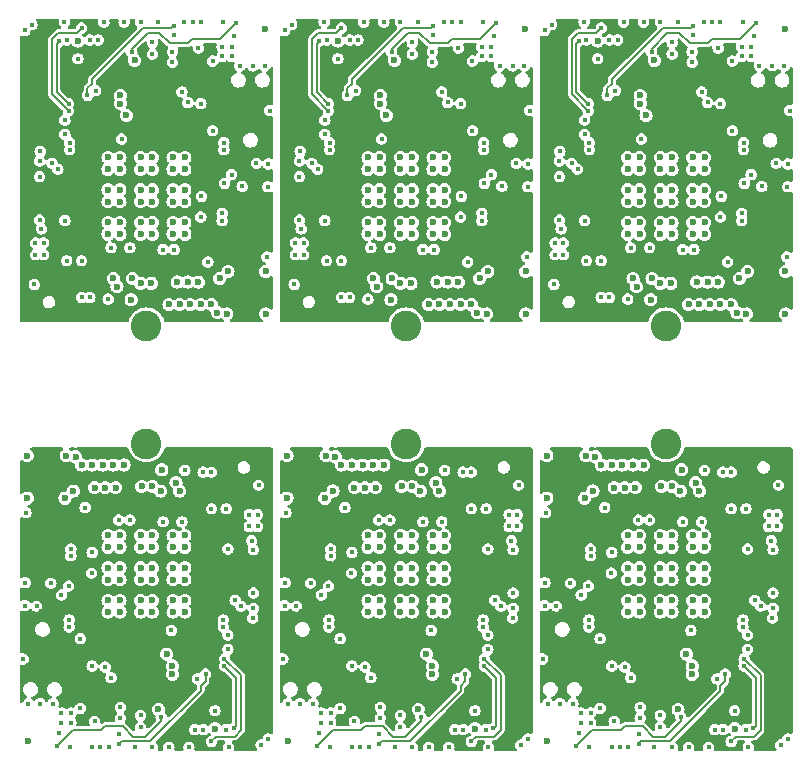
<source format=gbr>
%TF.GenerationSoftware,KiCad,Pcbnew,(7.0.0-rc2-153-g7d6218acb4)*%
%TF.CreationDate,2023-02-19T17:36:36+08:00*%
%TF.ProjectId,RAK3172-M.2-2230-Mod - panel,52414b33-3137-4322-9d4d-2e322d323233,rev?*%
%TF.SameCoordinates,Original*%
%TF.FileFunction,Copper,L3,Inr*%
%TF.FilePolarity,Positive*%
%FSLAX46Y46*%
G04 Gerber Fmt 4.6, Leading zero omitted, Abs format (unit mm)*
G04 Created by KiCad (PCBNEW (7.0.0-rc2-153-g7d6218acb4)) date 2023-02-19 17:36:36*
%MOMM*%
%LPD*%
G01*
G04 APERTURE LIST*
%TA.AperFunction,ComponentPad*%
%ADD10C,2.600000*%
%TD*%
%TA.AperFunction,ViaPad*%
%ADD11C,0.450000*%
%TD*%
%TA.AperFunction,ViaPad*%
%ADD12C,0.600000*%
%TD*%
%TA.AperFunction,ViaPad*%
%ADD13C,0.685800*%
%TD*%
%TA.AperFunction,Conductor*%
%ADD14C,0.127000*%
%TD*%
G04 APERTURE END LIST*
D10*
%TO.N,GND*%
%TO.C,H301*%
X192950000Y-70975000D03*
%TD*%
%TO.N,GND*%
%TO.C,H301*%
X192950000Y-80975000D03*
%TD*%
%TO.N,GND*%
%TO.C,H301*%
X148950000Y-70975000D03*
%TD*%
%TO.N,GND*%
%TO.C,H301*%
X170950000Y-70975000D03*
%TD*%
%TO.N,GND*%
%TO.C,H301*%
X170950000Y-80975000D03*
%TD*%
%TO.N,GND*%
%TO.C,H301*%
X148950000Y-80975000D03*
%TD*%
D11*
%TO.N,/M.2 E-Key Connector/V_{CC}Fused*%
X187350000Y-103375000D03*
%TO.N,SPI_SDI*%
X202350000Y-86975000D03*
%TO.N,/M.2 E-Key Connector/V_{CC}Fused*%
X185750000Y-103775000D03*
%TO.N,PWR_EN*%
X194190000Y-104125000D03*
X185350000Y-106575000D03*
%TO.N,I2C_SCL*%
X186400000Y-96475000D03*
%TO.N,I2C_SDA*%
X186400000Y-95875000D03*
%TO.N,I2C_SCL*%
X197750000Y-105175000D03*
%TO.N,RTS*%
X199550000Y-99775000D03*
%TO.N,/M.2 E-Key Connector/V_{CC}Fused*%
X186550000Y-103775000D03*
%TO.N,SPI_SDI*%
X202350000Y-87975000D03*
%TO.N,TX*%
X201950000Y-95725000D03*
%TO.N,/RAK3172/BOOT0*%
X191550000Y-87425000D03*
%TO.N,DFU_FC_RX*%
X199450000Y-95875000D03*
%TO.N,DFU_FC_TX*%
X199450000Y-96475000D03*
%TO.N,/RAK3172/PB1*%
X184850000Y-92775000D03*
%TO.N,/M.2 E-Key Connector/V_{CC}Fused*%
X185750000Y-104575000D03*
%TO.N,I2C_SDA*%
X199700000Y-105175000D03*
%TO.N,TX*%
X200950000Y-94725000D03*
%TO.N,Net-(SW201-B)*%
X202450000Y-84475000D03*
%TO.N,/M.2 E-Key Connector/EEPROM_WP*%
X197050000Y-105175000D03*
%TO.N,/Power Supply/3.3VPG*%
X190750000Y-104175000D03*
%TO.N,F1{slash}~{CS}*%
X200450000Y-94225000D03*
X190650000Y-106375000D03*
X197950000Y-100475000D03*
%TO.N,CTS*%
X198450000Y-106175000D03*
%TO.N,RTS*%
X200328379Y-105077016D03*
%TO.N,/M.2 E-Key Connector/V_{CC}Fused*%
X186550000Y-104575000D03*
%TO.N,CTS*%
X199550000Y-99175000D03*
%TO.N,F1{slash}~{CS}*%
X201850000Y-89175000D03*
%TO.N,SPI_SDO*%
X201650000Y-87975000D03*
X201650000Y-86975000D03*
D12*
%TO.N,GND*%
X193450000Y-63225000D03*
D11*
X196850000Y-45275000D03*
D12*
X190750000Y-51475000D03*
D11*
X189350000Y-45275000D03*
D12*
X190700000Y-62225000D03*
D11*
X190850000Y-55175000D03*
D12*
X195200000Y-59475000D03*
D11*
X196150000Y-45275000D03*
D12*
X187150000Y-46866534D03*
X194850000Y-69175000D03*
D11*
X191050000Y-45275000D03*
X187450000Y-65475000D03*
%TO.N,DFU_~{RST}*%
X202250000Y-57225000D03*
%TO.N,F1{slash}~{CS}*%
X195250000Y-45575000D03*
D12*
%TO.N,GND*%
X203000000Y-45825000D03*
%TO.N,/RAK3172/VDDSMPS*%
X191250000Y-53175000D03*
D11*
%TO.N,3.3V*%
X196250000Y-53575000D03*
D12*
%TO.N,GND*%
X199750000Y-69975000D03*
D11*
X199550000Y-58925000D03*
D12*
X190150000Y-66975000D03*
X193450000Y-56725000D03*
X190700000Y-60475000D03*
D11*
X187150000Y-48375000D03*
X200850000Y-48975000D03*
X203150000Y-65145000D03*
D12*
X196200000Y-63225000D03*
X193450000Y-60475000D03*
D11*
X183250000Y-45475000D03*
X188650000Y-51075000D03*
D12*
X190450000Y-67675000D03*
X191750000Y-66975000D03*
D11*
X183899541Y-57036517D03*
X195250000Y-46375000D03*
%TO.N,DFU_~{RST}*%
X195300000Y-64525000D03*
%TO.N,GND*%
X197550000Y-52175000D03*
D12*
X190700000Y-63225000D03*
D11*
X202950000Y-48975000D03*
X191550000Y-64375000D03*
D12*
X198950000Y-69875000D03*
X195200000Y-56725000D03*
X195750000Y-69175000D03*
X189700000Y-56725000D03*
X196200000Y-56725000D03*
X189700000Y-63225000D03*
X203050000Y-66375000D03*
D11*
X203400000Y-52755000D03*
D12*
%TO.N,3.3V*%
X187850000Y-53175000D03*
D11*
X191850000Y-50075000D03*
%TO.N,Net-(U401-FB)*%
X195150000Y-48675000D03*
D12*
%TO.N,GND*%
X189700000Y-62225000D03*
D11*
%TO.N,/M.2 E-Key Connector/V_{CC}Fused*%
X199350000Y-48175000D03*
D12*
%TO.N,GND*%
X196450000Y-67275000D03*
X196200000Y-57725000D03*
X203050000Y-69975000D03*
D11*
X197550000Y-61775000D03*
%TO.N,3.3V*%
X194450000Y-53575000D03*
D12*
%TO.N,GND*%
X190700000Y-57725000D03*
D11*
%TO.N,SPI_SDO*%
X184250000Y-63975000D03*
%TO.N,3.3V*%
X191850000Y-49475000D03*
%TO.N,GND*%
X189950000Y-64375000D03*
D12*
X192450000Y-67375000D03*
D11*
X187450000Y-68575000D03*
%TO.N,+5V*%
X197350000Y-47475000D03*
%TO.N,Net-(D201-A)*%
X189700000Y-68725000D03*
%TO.N,GND*%
X186050000Y-54775000D03*
D12*
X196200000Y-59475000D03*
D11*
X182650000Y-45975000D03*
%TO.N,SPI_SDI*%
X183550000Y-63975000D03*
%TO.N,GND*%
X186050000Y-62075000D03*
D12*
X195200000Y-60475000D03*
X190700000Y-59475000D03*
D11*
%TO.N,3.3V*%
X195549999Y-53474999D03*
%TO.N,I2C_SDA*%
X199500000Y-56075000D03*
%TO.N,TX*%
X183950000Y-56225000D03*
%TO.N,RTS*%
X185571621Y-46872984D03*
D12*
%TO.N,GND*%
X190750000Y-52175000D03*
D11*
%TO.N,3.3V*%
X186667422Y-50225000D03*
%TO.N,/RAK3172/VDDRF*%
X199350000Y-61475000D03*
D12*
%TO.N,GND*%
X199850000Y-66375000D03*
X199150000Y-66975000D03*
X191650000Y-68775000D03*
D11*
%TO.N,3.3V*%
X189750000Y-50375000D03*
D13*
X202550000Y-62825000D03*
D12*
%TO.N,GND*%
X195200000Y-62225000D03*
D11*
X203220000Y-59215000D03*
%TO.N,/M.2 E-Key Connector/V_{CC}Fused*%
X198550000Y-48575000D03*
%TO.N,CTS*%
X187450000Y-45775000D03*
%TO.N,/RAK3172/BOOT0*%
X194350000Y-64525000D03*
D12*
%TO.N,GND*%
X195200000Y-57725000D03*
D11*
%TO.N,/RAK3172/PB1*%
X201050000Y-59175000D03*
%TO.N,Net-(SW201-B)*%
X183450000Y-67475000D03*
D12*
%TO.N,GND*%
X193450000Y-57725000D03*
X197350000Y-67275000D03*
D11*
%TO.N,I2C_SCL*%
X199500000Y-55475000D03*
%TO.N,3.3V*%
X191150000Y-50375000D03*
%TO.N,GND*%
X200150000Y-58175000D03*
D12*
X189700000Y-59475000D03*
D11*
%TO.N,/Power Supply/3.3VPG*%
X195150000Y-47775000D03*
%TO.N,GND*%
X186050000Y-53575000D03*
%TO.N,3.3V*%
X193850000Y-53575000D03*
D12*
%TO.N,GND*%
X196200000Y-60475000D03*
D13*
%TO.N,3.3V*%
X202550000Y-61175000D03*
D11*
%TO.N,PWR_EN*%
X200550000Y-45375000D03*
D12*
%TO.N,GND*%
X189700000Y-60475000D03*
D11*
X186200000Y-65475000D03*
X188150000Y-68575000D03*
D12*
X196650000Y-69175000D03*
X189700000Y-57725000D03*
X198450000Y-69175000D03*
D11*
X193450000Y-47975000D03*
X201950000Y-48975000D03*
%TO.N,F1{slash}~{CS}*%
X184050000Y-62775000D03*
X185450000Y-57725000D03*
%TO.N,GND*%
X195950000Y-51175000D03*
%TO.N,PWR_EN*%
X191710000Y-47825000D03*
D12*
%TO.N,GND*%
X192450000Y-60475000D03*
X192450000Y-63225000D03*
D11*
%TO.N,TX*%
X184950000Y-57225000D03*
%TO.N,/M.2 E-Key Connector/EEPROM_WP*%
X188850000Y-46775000D03*
%TO.N,DFU_FC_TX*%
X186450000Y-55475000D03*
D12*
%TO.N,GND*%
X192450000Y-56725000D03*
X195200000Y-63225000D03*
X193450000Y-59475000D03*
D11*
X193950000Y-45275000D03*
X199450000Y-45275000D03*
D12*
X192450000Y-57725000D03*
D11*
X198550000Y-54475000D03*
%TO.N,F1{slash}~{CS}*%
X187950000Y-51475000D03*
D12*
%TO.N,GND*%
X192450000Y-59475000D03*
X190700000Y-56725000D03*
D11*
X183903841Y-62018172D03*
D12*
X196200000Y-62225000D03*
D11*
X198150000Y-65575000D03*
X183903841Y-58352345D03*
D12*
X195550000Y-67275000D03*
X193450000Y-62225000D03*
D11*
%TO.N,SPI_SDI*%
X183550000Y-64975000D03*
%TO.N,GND*%
X192450000Y-45275000D03*
%TO.N,/M.2 E-Key Connector/V_{CC}Fused*%
X200150000Y-47375000D03*
%TO.N,3.3V*%
X199373500Y-60875000D03*
D12*
X201800000Y-56725000D03*
%TO.N,GND*%
X191939254Y-48498094D03*
D11*
%TO.N,3.3V*%
X190450000Y-50375000D03*
D12*
%TO.N,GND*%
X197550000Y-69175000D03*
X192450000Y-62225000D03*
D11*
%TO.N,SPI_SDO*%
X184250000Y-64975000D03*
%TO.N,DFU_FC_RX*%
X186450000Y-56075000D03*
%TO.N,/M.2 E-Key Connector/V_{CC}Fused*%
X200150000Y-48175000D03*
%TO.N,GND*%
X196450000Y-52075000D03*
X185997330Y-45269051D03*
X197600000Y-60025000D03*
X193449348Y-46990000D03*
%TO.N,RTS*%
X186350000Y-52175000D03*
%TO.N,GND*%
X197550000Y-45275000D03*
%TO.N,I2C_SDA*%
X186200000Y-46775000D03*
%TO.N,/RAK3172/VDDPA*%
X199350000Y-62075000D03*
%TO.N,DFU_~{RST}*%
X200350000Y-46475000D03*
%TO.N,CTS*%
X186350000Y-52775000D03*
%TO.N,/M.2 E-Key Connector/V_{CC}Fused*%
X199350000Y-47375000D03*
D12*
%TO.N,GND*%
X193350000Y-67375000D03*
D11*
%TO.N,3.3V*%
X197443886Y-63837373D03*
%TO.N,I2C_SCL*%
X188150000Y-46775000D03*
%TO.N,GND*%
X203250000Y-57275000D03*
D12*
X192550000Y-84575000D03*
D11*
X185750000Y-93775000D03*
%TO.N,/RAK3172/VDDPA*%
X186550000Y-89875000D03*
D12*
%TO.N,GND*%
X193450000Y-89725000D03*
X193450000Y-88725000D03*
X195200000Y-91475000D03*
X186050000Y-85575000D03*
D11*
X182680000Y-92735000D03*
D12*
%TO.N,3.3V*%
X198050000Y-98775000D03*
X184100000Y-95225000D03*
%TO.N,GND*%
X192450000Y-89725000D03*
D11*
X187750000Y-86375000D03*
%TO.N,3.3V*%
X186526500Y-91075000D03*
D12*
%TO.N,GND*%
X190350000Y-84675000D03*
X190700000Y-91475000D03*
X193450000Y-91475000D03*
D11*
%TO.N,3.3V*%
X199232578Y-101725000D03*
%TO.N,GND*%
X182650000Y-94675000D03*
X189450000Y-99875000D03*
D13*
%TO.N,3.3V*%
X183350000Y-90775000D03*
D11*
%TO.N,GND*%
X201996159Y-89931828D03*
D12*
X190700000Y-89725000D03*
X196200000Y-92475000D03*
D11*
%TO.N,3.3V*%
X192050000Y-98375000D03*
X196150000Y-101575000D03*
%TO.N,GND*%
X189950000Y-100775000D03*
D12*
X189700000Y-89725000D03*
D13*
%TO.N,3.3V*%
X183350000Y-89125000D03*
D12*
%TO.N,GND*%
X190700000Y-88725000D03*
D11*
X197750000Y-83375000D03*
%TO.N,/RAK3172/VDDRF*%
X186550000Y-90475000D03*
%TO.N,3.3V*%
X190350001Y-98475001D03*
X194750000Y-101575000D03*
X195450000Y-101575000D03*
X188456114Y-88112627D03*
%TO.N,GND*%
X193450000Y-106675000D03*
X201996159Y-93597655D03*
%TO.N,DFU_~{RST}*%
X185550000Y-105475000D03*
D12*
%TO.N,GND*%
X190700000Y-94225000D03*
X195200000Y-92475000D03*
D11*
%TO.N,Net-(D201-A)*%
X196200000Y-83225000D03*
%TO.N,GND*%
X188350000Y-99775000D03*
D12*
X192450000Y-95225000D03*
X195750000Y-84975000D03*
D11*
X194850000Y-106675000D03*
D12*
X186150000Y-81975000D03*
X195200000Y-88725000D03*
D11*
X198750000Y-103575000D03*
%TO.N,Net-(U401-FB)*%
X190750000Y-103275000D03*
%TO.N,DFU_~{RST}*%
X190600000Y-87425000D03*
%TO.N,GND*%
X202000459Y-94913483D03*
D12*
X189700000Y-92475000D03*
D11*
%TO.N,3.3V*%
X194050000Y-101875000D03*
%TO.N,+5V*%
X188550000Y-104475000D03*
D12*
%TO.N,GND*%
X196200000Y-89725000D03*
X190700000Y-95225000D03*
D11*
X190650000Y-105575000D03*
%TO.N,DFU_~{RST}*%
X183650000Y-94725000D03*
D12*
%TO.N,GND*%
X195450000Y-84275000D03*
D11*
%TO.N,3.3V*%
X194050000Y-102475000D03*
%TO.N,GND*%
X203250000Y-105975000D03*
X189750000Y-106675000D03*
%TO.N,3.3V*%
X191450000Y-98375000D03*
%TO.N,GND*%
X195950000Y-87575000D03*
X188350000Y-90175000D03*
%TO.N,3.3V*%
X189650000Y-98375000D03*
%TO.N,GND*%
X194350000Y-87575000D03*
X197250000Y-100875000D03*
D12*
%TO.N,/RAK3172/VDDSMPS*%
X194650000Y-98775000D03*
D11*
%TO.N,GND*%
X182500000Y-99195000D03*
D12*
X190150000Y-82775000D03*
X193450000Y-84575000D03*
D11*
X185050000Y-102975000D03*
X187350000Y-97475000D03*
D12*
X182900000Y-106125000D03*
X196200000Y-91475000D03*
X192450000Y-88725000D03*
D11*
X182950000Y-102975000D03*
D12*
X195150000Y-100475000D03*
X195200000Y-95225000D03*
X196200000Y-94225000D03*
X195200000Y-89725000D03*
X196200000Y-88725000D03*
D11*
X202650000Y-106475000D03*
X199850000Y-98375000D03*
D12*
X192450000Y-94225000D03*
X196200000Y-95225000D03*
D11*
X183950000Y-102975000D03*
X195050000Y-96775000D03*
X191950000Y-106675000D03*
X196550000Y-106675000D03*
X188300000Y-91925000D03*
D12*
X189700000Y-88725000D03*
D11*
X199850000Y-97175000D03*
D12*
X195200000Y-94225000D03*
X193450000Y-94225000D03*
D11*
X198450000Y-83375000D03*
D12*
X194150000Y-84975000D03*
X187450000Y-82775000D03*
X193960746Y-103451906D03*
X190700000Y-92475000D03*
D11*
X192450652Y-104960000D03*
X188350000Y-106675000D03*
D12*
X188550000Y-84675000D03*
D11*
X199902670Y-106680949D03*
D12*
X182850000Y-85575000D03*
D11*
X182750000Y-86805000D03*
D12*
X191050000Y-82775000D03*
X193450000Y-95225000D03*
X182850000Y-81975000D03*
D11*
X186350000Y-93025000D03*
D12*
X194250000Y-83175000D03*
X188350000Y-82775000D03*
X193450000Y-92475000D03*
D11*
X198450000Y-86475000D03*
X189050000Y-106675000D03*
X192450000Y-103975000D03*
X199700000Y-86475000D03*
D12*
X192450000Y-92475000D03*
D11*
X186450000Y-106675000D03*
D12*
X195150000Y-99775000D03*
X186950000Y-82075000D03*
X192450000Y-91475000D03*
X189700000Y-95225000D03*
X186750000Y-84975000D03*
X189700000Y-94225000D03*
X198750000Y-105083466D03*
D11*
X199850000Y-89875000D03*
D12*
X189450000Y-84675000D03*
X189700000Y-91475000D03*
X189250000Y-82775000D03*
X149450000Y-63225000D03*
D11*
X152850000Y-45275000D03*
D12*
X146750000Y-51475000D03*
D11*
X145350000Y-45275000D03*
D12*
X146700000Y-62225000D03*
D11*
X146850000Y-55175000D03*
D12*
X151200000Y-59475000D03*
D11*
X152150000Y-45275000D03*
D12*
X143150000Y-46866534D03*
X150850000Y-69175000D03*
D11*
X147050000Y-45275000D03*
X143450000Y-65475000D03*
%TO.N,DFU_~{RST}*%
X158250000Y-57225000D03*
%TO.N,F1{slash}~{CS}*%
X151250000Y-45575000D03*
D12*
%TO.N,GND*%
X159000000Y-45825000D03*
%TO.N,/RAK3172/VDDSMPS*%
X147250000Y-53175000D03*
D11*
%TO.N,3.3V*%
X152250000Y-53575000D03*
D12*
%TO.N,GND*%
X155750000Y-69975000D03*
D11*
X155550000Y-58925000D03*
D12*
X146150000Y-66975000D03*
X149450000Y-56725000D03*
X146700000Y-60475000D03*
D11*
X143150000Y-48375000D03*
X156850000Y-48975000D03*
X159150000Y-65145000D03*
D12*
X152200000Y-63225000D03*
X149450000Y-60475000D03*
D11*
X139250000Y-45475000D03*
X144650000Y-51075000D03*
D12*
X146450000Y-67675000D03*
X147750000Y-66975000D03*
D11*
X139899541Y-57036517D03*
X151250000Y-46375000D03*
%TO.N,DFU_~{RST}*%
X151300000Y-64525000D03*
%TO.N,GND*%
X153550000Y-52175000D03*
D12*
X146700000Y-63225000D03*
D11*
X158950000Y-48975000D03*
X147550000Y-64375000D03*
D12*
X154950000Y-69875000D03*
X151200000Y-56725000D03*
X151750000Y-69175000D03*
X145700000Y-56725000D03*
X152200000Y-56725000D03*
X145700000Y-63225000D03*
X159050000Y-66375000D03*
D11*
X159400000Y-52755000D03*
D12*
%TO.N,3.3V*%
X143850000Y-53175000D03*
D11*
X147850000Y-50075000D03*
%TO.N,Net-(U401-FB)*%
X151150000Y-48675000D03*
D12*
%TO.N,GND*%
X145700000Y-62225000D03*
D11*
%TO.N,/M.2 E-Key Connector/V_{CC}Fused*%
X155350000Y-48175000D03*
D12*
%TO.N,GND*%
X152450000Y-67275000D03*
X152200000Y-57725000D03*
X159050000Y-69975000D03*
D11*
X153550000Y-61775000D03*
%TO.N,3.3V*%
X150450000Y-53575000D03*
D12*
%TO.N,GND*%
X146700000Y-57725000D03*
D11*
%TO.N,SPI_SDO*%
X140250000Y-63975000D03*
%TO.N,3.3V*%
X147850000Y-49475000D03*
%TO.N,GND*%
X145950000Y-64375000D03*
D12*
X148450000Y-67375000D03*
D11*
X143450000Y-68575000D03*
%TO.N,+5V*%
X153350000Y-47475000D03*
%TO.N,Net-(D201-A)*%
X145700000Y-68725000D03*
%TO.N,GND*%
X142050000Y-54775000D03*
D12*
X152200000Y-59475000D03*
D11*
X138650000Y-45975000D03*
%TO.N,SPI_SDI*%
X139550000Y-63975000D03*
%TO.N,GND*%
X142050000Y-62075000D03*
D12*
X151200000Y-60475000D03*
X146700000Y-59475000D03*
D11*
%TO.N,3.3V*%
X151549999Y-53474999D03*
%TO.N,I2C_SDA*%
X155500000Y-56075000D03*
%TO.N,TX*%
X139950000Y-56225000D03*
%TO.N,RTS*%
X141571621Y-46872984D03*
D12*
%TO.N,GND*%
X146750000Y-52175000D03*
D11*
%TO.N,3.3V*%
X142667422Y-50225000D03*
%TO.N,/RAK3172/VDDRF*%
X155350000Y-61475000D03*
D12*
%TO.N,GND*%
X155850000Y-66375000D03*
X155150000Y-66975000D03*
X147650000Y-68775000D03*
D11*
%TO.N,3.3V*%
X145750000Y-50375000D03*
D13*
X158550000Y-62825000D03*
D12*
%TO.N,GND*%
X151200000Y-62225000D03*
D11*
X159220000Y-59215000D03*
%TO.N,/M.2 E-Key Connector/V_{CC}Fused*%
X154550000Y-48575000D03*
%TO.N,CTS*%
X143450000Y-45775000D03*
%TO.N,/RAK3172/BOOT0*%
X150350000Y-64525000D03*
D12*
%TO.N,GND*%
X151200000Y-57725000D03*
D11*
%TO.N,/RAK3172/PB1*%
X157050000Y-59175000D03*
%TO.N,Net-(SW201-B)*%
X139450000Y-67475000D03*
D12*
%TO.N,GND*%
X149450000Y-57725000D03*
X153350000Y-67275000D03*
D11*
%TO.N,I2C_SCL*%
X155500000Y-55475000D03*
%TO.N,3.3V*%
X147150000Y-50375000D03*
%TO.N,GND*%
X156150000Y-58175000D03*
D12*
X145700000Y-59475000D03*
D11*
%TO.N,/Power Supply/3.3VPG*%
X151150000Y-47775000D03*
%TO.N,GND*%
X142050000Y-53575000D03*
%TO.N,3.3V*%
X149850000Y-53575000D03*
D12*
%TO.N,GND*%
X152200000Y-60475000D03*
D13*
%TO.N,3.3V*%
X158550000Y-61175000D03*
D11*
%TO.N,PWR_EN*%
X156550000Y-45375000D03*
D12*
%TO.N,GND*%
X145700000Y-60475000D03*
D11*
X142200000Y-65475000D03*
X144150000Y-68575000D03*
D12*
X152650000Y-69175000D03*
X145700000Y-57725000D03*
X154450000Y-69175000D03*
D11*
X149450000Y-47975000D03*
X157950000Y-48975000D03*
%TO.N,F1{slash}~{CS}*%
X140050000Y-62775000D03*
X141450000Y-57725000D03*
%TO.N,GND*%
X151950000Y-51175000D03*
%TO.N,PWR_EN*%
X147710000Y-47825000D03*
D12*
%TO.N,GND*%
X148450000Y-60475000D03*
X148450000Y-63225000D03*
D11*
%TO.N,TX*%
X140950000Y-57225000D03*
%TO.N,/M.2 E-Key Connector/EEPROM_WP*%
X144850000Y-46775000D03*
%TO.N,DFU_FC_TX*%
X142450000Y-55475000D03*
D12*
%TO.N,GND*%
X148450000Y-56725000D03*
X151200000Y-63225000D03*
X149450000Y-59475000D03*
D11*
X149950000Y-45275000D03*
X155450000Y-45275000D03*
D12*
X148450000Y-57725000D03*
D11*
X154550000Y-54475000D03*
%TO.N,F1{slash}~{CS}*%
X143950000Y-51475000D03*
D12*
%TO.N,GND*%
X148450000Y-59475000D03*
X146700000Y-56725000D03*
D11*
X139903841Y-62018172D03*
D12*
X152200000Y-62225000D03*
D11*
X154150000Y-65575000D03*
X139903841Y-58352345D03*
D12*
X151550000Y-67275000D03*
X149450000Y-62225000D03*
D11*
%TO.N,SPI_SDI*%
X139550000Y-64975000D03*
%TO.N,GND*%
X148450000Y-45275000D03*
%TO.N,/M.2 E-Key Connector/V_{CC}Fused*%
X156150000Y-47375000D03*
%TO.N,3.3V*%
X155373500Y-60875000D03*
D12*
X157800000Y-56725000D03*
%TO.N,GND*%
X147939254Y-48498094D03*
D11*
%TO.N,3.3V*%
X146450000Y-50375000D03*
D12*
%TO.N,GND*%
X153550000Y-69175000D03*
X148450000Y-62225000D03*
D11*
%TO.N,SPI_SDO*%
X140250000Y-64975000D03*
%TO.N,DFU_FC_RX*%
X142450000Y-56075000D03*
%TO.N,/M.2 E-Key Connector/V_{CC}Fused*%
X156150000Y-48175000D03*
%TO.N,GND*%
X152450000Y-52075000D03*
X141997330Y-45269051D03*
X153600000Y-60025000D03*
X149449348Y-46990000D03*
%TO.N,RTS*%
X142350000Y-52175000D03*
%TO.N,GND*%
X153550000Y-45275000D03*
%TO.N,I2C_SDA*%
X142200000Y-46775000D03*
%TO.N,/RAK3172/VDDPA*%
X155350000Y-62075000D03*
%TO.N,DFU_~{RST}*%
X156350000Y-46475000D03*
%TO.N,CTS*%
X142350000Y-52775000D03*
%TO.N,/M.2 E-Key Connector/V_{CC}Fused*%
X155350000Y-47375000D03*
D12*
%TO.N,GND*%
X149350000Y-67375000D03*
D11*
%TO.N,3.3V*%
X153443886Y-63837373D03*
%TO.N,I2C_SCL*%
X144150000Y-46775000D03*
%TO.N,GND*%
X159250000Y-57275000D03*
X174850000Y-45275000D03*
D12*
X171450000Y-63225000D03*
X168750000Y-51475000D03*
D11*
X167350000Y-45275000D03*
D12*
X181050000Y-69975000D03*
D11*
%TO.N,3.3V*%
X169850000Y-49475000D03*
X174250000Y-53575000D03*
%TO.N,GND*%
X167950000Y-64375000D03*
D12*
X177750000Y-69975000D03*
D11*
X177550000Y-58925000D03*
D12*
X165150000Y-46866534D03*
D11*
%TO.N,+5V*%
X175350000Y-47475000D03*
%TO.N,GND*%
X174150000Y-45275000D03*
X161250000Y-45475000D03*
D12*
X172850000Y-69175000D03*
D11*
X161899541Y-57036517D03*
D12*
X168150000Y-66975000D03*
D11*
X173250000Y-46375000D03*
D12*
X168450000Y-67675000D03*
D11*
%TO.N,DFU_~{RST}*%
X173300000Y-64525000D03*
%TO.N,Net-(D201-A)*%
X167700000Y-68725000D03*
%TO.N,GND*%
X175550000Y-61775000D03*
%TO.N,3.3V*%
X172450000Y-53575000D03*
X169850000Y-50075000D03*
%TO.N,GND*%
X169050000Y-45275000D03*
%TO.N,Net-(U401-FB)*%
X173150000Y-48675000D03*
D12*
%TO.N,GND*%
X171450000Y-56725000D03*
D11*
X175550000Y-52175000D03*
D12*
X168700000Y-63225000D03*
X174200000Y-59475000D03*
D11*
X169550000Y-64375000D03*
D12*
X181000000Y-45825000D03*
X167700000Y-62225000D03*
D11*
X160650000Y-45975000D03*
%TO.N,DFU_~{RST}*%
X180250000Y-57225000D03*
D12*
%TO.N,GND*%
X173200000Y-56725000D03*
D11*
X165150000Y-48375000D03*
X165450000Y-68575000D03*
X178850000Y-48975000D03*
D12*
X176950000Y-69875000D03*
X168700000Y-62225000D03*
X167700000Y-56725000D03*
X170450000Y-67375000D03*
D11*
X166650000Y-51075000D03*
D12*
X174200000Y-63225000D03*
X168700000Y-60475000D03*
%TO.N,3.3V*%
X165850000Y-53175000D03*
%TO.N,GND*%
X169750000Y-66975000D03*
D11*
X180950000Y-48975000D03*
X164050000Y-54775000D03*
%TO.N,SPI_SDO*%
X162250000Y-63975000D03*
D12*
%TO.N,GND*%
X168700000Y-57725000D03*
D11*
%TO.N,/M.2 E-Key Connector/V_{CC}Fused*%
X177350000Y-48175000D03*
%TO.N,GND*%
X165450000Y-65475000D03*
D12*
X174450000Y-67275000D03*
D11*
X181150000Y-65145000D03*
D12*
X174200000Y-56725000D03*
X173750000Y-69175000D03*
D11*
X168850000Y-55175000D03*
D12*
X167700000Y-63225000D03*
%TO.N,/RAK3172/VDDSMPS*%
X169250000Y-53175000D03*
%TO.N,GND*%
X174200000Y-57725000D03*
X173200000Y-59475000D03*
D11*
%TO.N,F1{slash}~{CS}*%
X173250000Y-45575000D03*
D12*
%TO.N,GND*%
X181050000Y-66375000D03*
X171450000Y-60475000D03*
D11*
X181400000Y-52755000D03*
%TO.N,Net-(SW201-B)*%
X161450000Y-67475000D03*
D12*
%TO.N,GND*%
X176450000Y-69175000D03*
X174650000Y-69175000D03*
D11*
X164050000Y-53575000D03*
X171450000Y-47975000D03*
D12*
X167700000Y-60475000D03*
D11*
X179950000Y-48975000D03*
%TO.N,DFU_FC_TX*%
X164450000Y-55475000D03*
D12*
%TO.N,GND*%
X170450000Y-56725000D03*
X175350000Y-67275000D03*
D11*
X171950000Y-45275000D03*
X164200000Y-65475000D03*
X176550000Y-54475000D03*
D12*
X170450000Y-59475000D03*
D11*
%TO.N,F1{slash}~{CS}*%
X165950000Y-51475000D03*
%TO.N,GND*%
X164050000Y-62075000D03*
D12*
X168750000Y-52175000D03*
X170450000Y-57725000D03*
X177150000Y-66975000D03*
X174200000Y-60475000D03*
X168700000Y-56725000D03*
X167700000Y-57725000D03*
D11*
X177450000Y-45275000D03*
D12*
X171450000Y-57725000D03*
X169650000Y-68775000D03*
X171450000Y-59475000D03*
D11*
%TO.N,I2C_SCL*%
X177500000Y-55475000D03*
D12*
%TO.N,GND*%
X177850000Y-66375000D03*
D11*
%TO.N,3.3V*%
X171850000Y-53575000D03*
D12*
%TO.N,GND*%
X173200000Y-60475000D03*
D11*
%TO.N,3.3V*%
X167750000Y-50375000D03*
D13*
X180550000Y-62825000D03*
D11*
X164667422Y-50225000D03*
D12*
%TO.N,GND*%
X173200000Y-62225000D03*
D11*
X166150000Y-68575000D03*
%TO.N,F1{slash}~{CS}*%
X163450000Y-57725000D03*
%TO.N,TX*%
X162950000Y-57225000D03*
D12*
%TO.N,GND*%
X168700000Y-59475000D03*
D11*
X161903841Y-62018172D03*
%TO.N,3.3V*%
X169150000Y-50375000D03*
%TO.N,GND*%
X173950000Y-51175000D03*
X181220000Y-59215000D03*
%TO.N,PWR_EN*%
X169710000Y-47825000D03*
%TO.N,F1{slash}~{CS}*%
X162050000Y-62775000D03*
%TO.N,I2C_SDA*%
X177500000Y-56075000D03*
%TO.N,3.3V*%
X173549999Y-53474999D03*
D13*
X180550000Y-61175000D03*
D11*
%TO.N,SPI_SDI*%
X161550000Y-63975000D03*
%TO.N,GND*%
X178150000Y-58175000D03*
%TO.N,/M.2 E-Key Connector/V_{CC}Fused*%
X176550000Y-48575000D03*
%TO.N,/M.2 E-Key Connector/EEPROM_WP*%
X166850000Y-46775000D03*
%TO.N,/RAK3172/VDDRF*%
X177350000Y-61475000D03*
%TO.N,RTS*%
X163571621Y-46872984D03*
%TO.N,/Power Supply/3.3VPG*%
X173150000Y-47775000D03*
D12*
%TO.N,GND*%
X167700000Y-59475000D03*
X173200000Y-57725000D03*
D11*
%TO.N,TX*%
X161950000Y-56225000D03*
%TO.N,PWR_EN*%
X178550000Y-45375000D03*
D12*
%TO.N,GND*%
X173200000Y-63225000D03*
D11*
%TO.N,/RAK3172/PB1*%
X179050000Y-59175000D03*
%TO.N,CTS*%
X165450000Y-45775000D03*
D12*
%TO.N,GND*%
X170450000Y-63225000D03*
D11*
%TO.N,/RAK3172/BOOT0*%
X172350000Y-64525000D03*
D12*
%TO.N,GND*%
X170450000Y-60475000D03*
D11*
%TO.N,CTS*%
X164350000Y-52775000D03*
%TO.N,/RAK3172/VDDPA*%
X177350000Y-62075000D03*
%TO.N,/M.2 E-Key Connector/V_{CC}Fused*%
X177350000Y-47375000D03*
D12*
%TO.N,GND*%
X171350000Y-67375000D03*
D11*
%TO.N,3.3V*%
X175443886Y-63837373D03*
%TO.N,I2C_SCL*%
X166150000Y-46775000D03*
D12*
%TO.N,GND*%
X174200000Y-62225000D03*
D11*
X176150000Y-65575000D03*
X161903841Y-58352345D03*
D12*
X173550000Y-67275000D03*
D11*
%TO.N,DFU_~{RST}*%
X178350000Y-46475000D03*
D12*
%TO.N,GND*%
X171450000Y-62225000D03*
D11*
%TO.N,SPI_SDI*%
X161550000Y-64975000D03*
D12*
%TO.N,GND*%
X170450000Y-62225000D03*
D11*
%TO.N,I2C_SDA*%
X164200000Y-46775000D03*
%TO.N,SPI_SDO*%
X162250000Y-64975000D03*
%TO.N,DFU_FC_RX*%
X164450000Y-56075000D03*
%TO.N,/M.2 E-Key Connector/V_{CC}Fused*%
X178150000Y-47375000D03*
X178150000Y-48175000D03*
%TO.N,RTS*%
X164350000Y-52175000D03*
%TO.N,3.3V*%
X177373500Y-60875000D03*
%TO.N,GND*%
X170450000Y-45275000D03*
D12*
%TO.N,3.3V*%
X179800000Y-56725000D03*
D11*
%TO.N,GND*%
X181250000Y-57275000D03*
%TO.N,3.3V*%
X168450000Y-50375000D03*
%TO.N,GND*%
X174450000Y-52075000D03*
X175550000Y-45275000D03*
X163997330Y-45269051D03*
X171449348Y-46990000D03*
X175600000Y-60025000D03*
D12*
X169939254Y-48498094D03*
X175550000Y-69175000D03*
D11*
%TO.N,CTS*%
X176450000Y-106175000D03*
%TO.N,/M.2 E-Key Connector/V_{CC}Fused*%
X163750000Y-104575000D03*
%TO.N,RTS*%
X178328379Y-105077016D03*
%TO.N,/M.2 E-Key Connector/V_{CC}Fused*%
X165350000Y-103375000D03*
X163750000Y-103775000D03*
%TO.N,DFU_FC_RX*%
X177450000Y-95875000D03*
%TO.N,PWR_EN*%
X163350000Y-106575000D03*
%TO.N,I2C_SCL*%
X175750000Y-105175000D03*
%TO.N,I2C_SDA*%
X177700000Y-105175000D03*
%TO.N,F1{slash}~{CS}*%
X178450000Y-94225000D03*
%TO.N,SPI_SDO*%
X179650000Y-86975000D03*
%TO.N,/M.2 E-Key Connector/V_{CC}Fused*%
X164550000Y-104575000D03*
X164550000Y-103775000D03*
%TO.N,DFU_FC_TX*%
X177450000Y-96475000D03*
%TO.N,Net-(SW201-B)*%
X180450000Y-84475000D03*
%TO.N,/Power Supply/3.3VPG*%
X168750000Y-104175000D03*
%TO.N,TX*%
X179950000Y-95725000D03*
%TO.N,SPI_SDO*%
X179650000Y-87975000D03*
%TO.N,/RAK3172/BOOT0*%
X169550000Y-87425000D03*
%TO.N,RTS*%
X177550000Y-99775000D03*
%TO.N,TX*%
X178950000Y-94725000D03*
%TO.N,I2C_SCL*%
X164400000Y-96475000D03*
%TO.N,F1{slash}~{CS}*%
X168650000Y-106375000D03*
%TO.N,I2C_SDA*%
X164400000Y-95875000D03*
%TO.N,SPI_SDI*%
X180350000Y-87975000D03*
%TO.N,F1{slash}~{CS}*%
X175950000Y-100475000D03*
X179850000Y-89175000D03*
%TO.N,/M.2 E-Key Connector/EEPROM_WP*%
X175050000Y-105175000D03*
%TO.N,CTS*%
X177550000Y-99175000D03*
%TO.N,SPI_SDI*%
X180350000Y-86975000D03*
%TO.N,PWR_EN*%
X172190000Y-104125000D03*
%TO.N,/RAK3172/PB1*%
X162850000Y-92775000D03*
D12*
%TO.N,GND*%
X160900000Y-106125000D03*
X167700000Y-88725000D03*
D11*
X177850000Y-97175000D03*
D12*
X171450000Y-84575000D03*
X171450000Y-94225000D03*
D11*
X160950000Y-102975000D03*
X176450000Y-83375000D03*
D12*
X171960746Y-103451906D03*
D11*
X177850000Y-98375000D03*
D12*
X168700000Y-92475000D03*
X172150000Y-84975000D03*
X165450000Y-82775000D03*
D11*
X160750000Y-86805000D03*
D12*
X173200000Y-95225000D03*
X171450000Y-95225000D03*
X172250000Y-83175000D03*
X171450000Y-92475000D03*
X170450000Y-92475000D03*
D11*
X176450000Y-86475000D03*
X167050000Y-106675000D03*
D12*
X170450000Y-94225000D03*
X174200000Y-94225000D03*
D11*
X177700000Y-86475000D03*
X164450000Y-106675000D03*
X170450652Y-104960000D03*
D12*
X176750000Y-105083466D03*
X173150000Y-100475000D03*
X173200000Y-89725000D03*
X174200000Y-95225000D03*
X166350000Y-82775000D03*
X167700000Y-91475000D03*
D11*
X160500000Y-99195000D03*
D12*
X167700000Y-94225000D03*
X164750000Y-84975000D03*
X160850000Y-85575000D03*
X169050000Y-82775000D03*
D11*
X174550000Y-106675000D03*
D12*
X170450000Y-91475000D03*
D11*
X177850000Y-89875000D03*
D12*
X167250000Y-82775000D03*
D11*
X177902670Y-106680949D03*
X173050000Y-96775000D03*
X161950000Y-102975000D03*
D12*
X174200000Y-88725000D03*
D11*
X163050000Y-102975000D03*
D12*
X174200000Y-91475000D03*
X167700000Y-95225000D03*
X167450000Y-84675000D03*
D11*
X166300000Y-91925000D03*
D12*
X170450000Y-88725000D03*
D11*
X180650000Y-106475000D03*
D12*
X168150000Y-82775000D03*
D11*
X166350000Y-106675000D03*
D12*
X173200000Y-94225000D03*
X166550000Y-84675000D03*
D11*
X165350000Y-97475000D03*
D12*
X160850000Y-81975000D03*
X164950000Y-82075000D03*
D11*
X170450000Y-103975000D03*
D12*
X173150000Y-99775000D03*
D11*
X169950000Y-106675000D03*
X164350000Y-93025000D03*
X163750000Y-93775000D03*
D12*
X173200000Y-91475000D03*
X164050000Y-85575000D03*
X171450000Y-91475000D03*
X171450000Y-89725000D03*
D11*
%TO.N,/RAK3172/VDDPA*%
X164550000Y-89875000D03*
%TO.N,/RAK3172/VDDRF*%
X164550000Y-90475000D03*
%TO.N,GND*%
X160650000Y-94675000D03*
D12*
%TO.N,3.3V*%
X176050000Y-98775000D03*
D11*
X168350001Y-98475001D03*
D13*
X161350000Y-90775000D03*
D12*
X162100000Y-95225000D03*
D11*
%TO.N,GND*%
X167450000Y-99875000D03*
%TO.N,3.3V*%
X164526500Y-91075000D03*
D12*
%TO.N,GND*%
X168350000Y-84675000D03*
D11*
X179996159Y-89931828D03*
D12*
X171450000Y-88725000D03*
D11*
%TO.N,3.3V*%
X172750000Y-101575000D03*
X170050000Y-98375000D03*
D12*
%TO.N,GND*%
X168700000Y-88725000D03*
D11*
%TO.N,3.3V*%
X173450000Y-101575000D03*
X174150000Y-101575000D03*
%TO.N,GND*%
X167950000Y-100775000D03*
D12*
X170450000Y-89725000D03*
D11*
X160680000Y-92735000D03*
D12*
X167700000Y-89725000D03*
D11*
%TO.N,3.3V*%
X166456114Y-88112627D03*
D12*
%TO.N,GND*%
X168700000Y-89725000D03*
D11*
%TO.N,3.3V*%
X177232578Y-101725000D03*
D12*
%TO.N,GND*%
X170550000Y-84575000D03*
X174200000Y-92475000D03*
D11*
X175750000Y-83375000D03*
D13*
%TO.N,3.3V*%
X161350000Y-89125000D03*
D11*
%TO.N,GND*%
X165750000Y-86375000D03*
D12*
X168700000Y-91475000D03*
D11*
X166350000Y-99775000D03*
X172850000Y-106675000D03*
D12*
X174200000Y-89725000D03*
D11*
X168650000Y-105575000D03*
X167750000Y-106675000D03*
D12*
X164150000Y-81975000D03*
D11*
%TO.N,3.3V*%
X169450000Y-98375000D03*
%TO.N,GND*%
X180000459Y-94913483D03*
D12*
X170450000Y-95225000D03*
X167700000Y-92475000D03*
D11*
X172350000Y-87575000D03*
X176750000Y-103575000D03*
D12*
X168700000Y-94225000D03*
D11*
X173950000Y-87575000D03*
D12*
X168700000Y-95225000D03*
D11*
X181250000Y-105975000D03*
D12*
X173200000Y-88725000D03*
X173450000Y-84275000D03*
X173200000Y-92475000D03*
D11*
X166350000Y-90175000D03*
%TO.N,Net-(D201-A)*%
X174200000Y-83225000D03*
%TO.N,3.3V*%
X167650000Y-98375000D03*
%TO.N,GND*%
X171450000Y-106675000D03*
D12*
X173750000Y-84975000D03*
D11*
%TO.N,3.3V*%
X172050000Y-101875000D03*
%TO.N,GND*%
X175250000Y-100875000D03*
%TO.N,+5V*%
X166550000Y-104475000D03*
%TO.N,3.3V*%
X172050000Y-102475000D03*
%TO.N,Net-(U401-FB)*%
X168750000Y-103275000D03*
D12*
%TO.N,/RAK3172/VDDSMPS*%
X172650000Y-98775000D03*
D11*
%TO.N,GND*%
X179996159Y-93597655D03*
%TO.N,DFU_~{RST}*%
X168600000Y-87425000D03*
X163550000Y-105475000D03*
X161650000Y-94725000D03*
%TO.N,GND*%
X155850000Y-89875000D03*
D12*
X147050000Y-82775000D03*
D11*
X152550000Y-106675000D03*
D12*
X145700000Y-95225000D03*
X149450000Y-89725000D03*
D11*
X142350000Y-93025000D03*
X151050000Y-96775000D03*
X155902670Y-106680949D03*
X141050000Y-102975000D03*
D12*
X145250000Y-82775000D03*
X149450000Y-91475000D03*
X145450000Y-84675000D03*
X151200000Y-91475000D03*
X142950000Y-82075000D03*
X148450000Y-91475000D03*
D11*
X148450000Y-103975000D03*
X143350000Y-97475000D03*
D12*
X138850000Y-81975000D03*
D11*
X158650000Y-106475000D03*
D12*
X152200000Y-91475000D03*
X142050000Y-85575000D03*
X146150000Y-82775000D03*
D11*
X141750000Y-93775000D03*
D12*
X152200000Y-88725000D03*
X144550000Y-84675000D03*
D11*
X139950000Y-102975000D03*
X147950000Y-106675000D03*
D12*
X151150000Y-99775000D03*
X151200000Y-94225000D03*
D11*
X144350000Y-106675000D03*
D12*
X148450000Y-88725000D03*
D11*
X144300000Y-91925000D03*
D12*
X154750000Y-105083466D03*
X148450000Y-92475000D03*
X146700000Y-92475000D03*
D11*
X148450652Y-104960000D03*
D12*
X149450000Y-94225000D03*
X143450000Y-82775000D03*
X145700000Y-88725000D03*
X149450000Y-84575000D03*
D11*
X142450000Y-106675000D03*
D12*
X152200000Y-95225000D03*
X150250000Y-83175000D03*
X145700000Y-91475000D03*
X138900000Y-106125000D03*
D11*
X155700000Y-86475000D03*
D12*
X148450000Y-94225000D03*
X152200000Y-94225000D03*
D11*
X145050000Y-106675000D03*
X155850000Y-97175000D03*
X154450000Y-86475000D03*
D12*
X149450000Y-92475000D03*
D11*
X154450000Y-83375000D03*
D12*
X138850000Y-85575000D03*
D11*
X155850000Y-98375000D03*
D12*
X151200000Y-89725000D03*
X150150000Y-84975000D03*
X149450000Y-95225000D03*
X144350000Y-82775000D03*
X151150000Y-100475000D03*
X149960746Y-103451906D03*
X151200000Y-95225000D03*
X142750000Y-84975000D03*
D11*
X138750000Y-86805000D03*
X138950000Y-102975000D03*
D12*
X145700000Y-94225000D03*
D11*
X138500000Y-99195000D03*
X151950000Y-87575000D03*
D12*
X151450000Y-84275000D03*
X149450000Y-88725000D03*
X151200000Y-88725000D03*
X151750000Y-84975000D03*
D11*
X149450000Y-106675000D03*
X157996159Y-89931828D03*
D12*
X146700000Y-94225000D03*
X152200000Y-92475000D03*
X145700000Y-89725000D03*
X148450000Y-95225000D03*
D11*
X150850000Y-106675000D03*
D12*
X148550000Y-84575000D03*
D11*
X146650000Y-105575000D03*
X144350000Y-90175000D03*
X138650000Y-94675000D03*
D12*
X146700000Y-89725000D03*
X142150000Y-81975000D03*
X146700000Y-95225000D03*
X151200000Y-92475000D03*
D11*
X153750000Y-83375000D03*
X158000459Y-94913483D03*
X138680000Y-92735000D03*
D12*
X152200000Y-89725000D03*
D11*
X145750000Y-106675000D03*
X153250000Y-100875000D03*
X145450000Y-99875000D03*
D12*
X146350000Y-84675000D03*
D11*
X159250000Y-105975000D03*
D12*
X148450000Y-89725000D03*
D11*
X144350000Y-99775000D03*
X150350000Y-87575000D03*
X154750000Y-103575000D03*
X143750000Y-86375000D03*
D12*
X145700000Y-92475000D03*
X146700000Y-88725000D03*
X146700000Y-91475000D03*
D11*
X157996159Y-93597655D03*
X145950000Y-100775000D03*
%TO.N,3.3V*%
X150050000Y-102475000D03*
X147450000Y-98375000D03*
X155232578Y-101725000D03*
X144456114Y-88112627D03*
X142526500Y-91075000D03*
D13*
X139350000Y-89125000D03*
D11*
X152150000Y-101575000D03*
X151450000Y-101575000D03*
X148050000Y-98375000D03*
X150050000Y-101875000D03*
X150750000Y-101575000D03*
D12*
X140100000Y-95225000D03*
D13*
X139350000Y-90775000D03*
D11*
X146350001Y-98475001D03*
X145650000Y-98375000D03*
D12*
X154050000Y-98775000D03*
D11*
%TO.N,/RAK3172/VDDRF*%
X142550000Y-90475000D03*
%TO.N,/RAK3172/VDDPA*%
X142550000Y-89875000D03*
%TO.N,DFU_~{RST}*%
X139650000Y-94725000D03*
X141550000Y-105475000D03*
X146600000Y-87425000D03*
D12*
%TO.N,/RAK3172/VDDSMPS*%
X150650000Y-98775000D03*
D11*
%TO.N,Net-(U401-FB)*%
X146750000Y-103275000D03*
%TO.N,+5V*%
X144550000Y-104475000D03*
%TO.N,Net-(D201-A)*%
X152200000Y-83225000D03*
%TO.N,/M.2 E-Key Connector/V_{CC}Fused*%
X142550000Y-103775000D03*
X141750000Y-104575000D03*
X142550000Y-104575000D03*
X141750000Y-103775000D03*
X143350000Y-103375000D03*
%TO.N,DFU_FC_TX*%
X155450000Y-96475000D03*
%TO.N,SPI_SDI*%
X158350000Y-86975000D03*
X158350000Y-87975000D03*
%TO.N,DFU_FC_RX*%
X155450000Y-95875000D03*
%TO.N,SPI_SDO*%
X157650000Y-87975000D03*
X157650000Y-86975000D03*
%TO.N,TX*%
X157950000Y-95725000D03*
X156950000Y-94725000D03*
%TO.N,RTS*%
X156328379Y-105077016D03*
X155550000Y-99775000D03*
%TO.N,CTS*%
X155550000Y-99175000D03*
X154450000Y-106175000D03*
%TO.N,I2C_SDA*%
X155700000Y-105175000D03*
X142400000Y-95875000D03*
%TO.N,I2C_SCL*%
X153750000Y-105175000D03*
X142400000Y-96475000D03*
%TO.N,/M.2 E-Key Connector/EEPROM_WP*%
X153050000Y-105175000D03*
%TO.N,F1{slash}~{CS}*%
X156450000Y-94225000D03*
X146650000Y-106375000D03*
X153950000Y-100475000D03*
X157850000Y-89175000D03*
%TO.N,PWR_EN*%
X150190000Y-104125000D03*
X141350000Y-106575000D03*
%TO.N,/RAK3172/PB1*%
X140850000Y-92775000D03*
%TO.N,Net-(SW201-B)*%
X158450000Y-84475000D03*
%TO.N,/RAK3172/BOOT0*%
X147550000Y-87425000D03*
%TO.N,/Power Supply/3.3VPG*%
X146750000Y-104175000D03*
%TD*%
D14*
%TO.N,RTS*%
X200550000Y-104855395D02*
X200550000Y-100775000D01*
%TO.N,CTS*%
X200950000Y-105214361D02*
X200403631Y-105760730D01*
%TO.N,PWR_EN*%
X185350000Y-106575000D02*
X186700000Y-105225000D01*
X190950000Y-104875000D02*
X191850000Y-105775000D01*
X194190000Y-104435000D02*
X194190000Y-104125000D01*
%TO.N,F1{slash}~{CS}*%
X197550000Y-101875000D02*
X193250000Y-106175000D01*
X197950000Y-101075000D02*
X197550000Y-101475000D01*
%TO.N,PWR_EN*%
X192850000Y-105775000D02*
X194190000Y-104435000D01*
%TO.N,F1{slash}~{CS}*%
X190850000Y-106175000D02*
X190650000Y-106375000D01*
%TO.N,PWR_EN*%
X189100000Y-105225000D02*
X189450000Y-104875000D01*
X189450000Y-104875000D02*
X190950000Y-104875000D01*
%TO.N,RTS*%
X200328379Y-105077016D02*
X200550000Y-104855395D01*
%TO.N,PWR_EN*%
X186700000Y-105225000D02*
X189100000Y-105225000D01*
%TO.N,F1{slash}~{CS}*%
X197950000Y-100475000D02*
X197950000Y-101075000D01*
X197550000Y-101475000D02*
X197550000Y-101875000D01*
%TO.N,PWR_EN*%
X191850000Y-105775000D02*
X192850000Y-105775000D01*
%TO.N,CTS*%
X199550000Y-99175000D02*
X200950000Y-100575000D01*
X200403631Y-105760730D02*
X198864270Y-105760730D01*
%TO.N,RTS*%
X200550000Y-100775000D02*
X199550000Y-99775000D01*
%TO.N,CTS*%
X200950000Y-100575000D02*
X200950000Y-105214361D01*
X198864270Y-105760730D02*
X198450000Y-106175000D01*
%TO.N,F1{slash}~{CS}*%
X188350000Y-50475000D02*
X188350000Y-50075000D01*
X195050000Y-45775000D02*
X195250000Y-45575000D01*
%TO.N,RTS*%
X185350000Y-47094605D02*
X185350000Y-51175000D01*
%TO.N,PWR_EN*%
X196800000Y-46725000D02*
X196450000Y-47075000D01*
%TO.N,F1{slash}~{CS}*%
X187950000Y-50875000D02*
X188350000Y-50475000D01*
%TO.N,CTS*%
X187035730Y-46189270D02*
X187450000Y-45775000D01*
%TO.N,PWR_EN*%
X199200000Y-46725000D02*
X196800000Y-46725000D01*
%TO.N,CTS*%
X185496369Y-46189270D02*
X187035730Y-46189270D01*
%TO.N,F1{slash}~{CS}*%
X187950000Y-51475000D02*
X187950000Y-50875000D01*
%TO.N,CTS*%
X184950000Y-46735639D02*
X185496369Y-46189270D01*
%TO.N,PWR_EN*%
X194050000Y-46175000D02*
X193050000Y-46175000D01*
X196450000Y-47075000D02*
X194950000Y-47075000D01*
X200550000Y-45375000D02*
X199200000Y-46725000D01*
%TO.N,F1{slash}~{CS}*%
X188350000Y-50075000D02*
X192650000Y-45775000D01*
%TO.N,RTS*%
X185571621Y-46872984D02*
X185350000Y-47094605D01*
%TO.N,PWR_EN*%
X193050000Y-46175000D02*
X191710000Y-47515000D01*
%TO.N,RTS*%
X185350000Y-51175000D02*
X186350000Y-52175000D01*
%TO.N,PWR_EN*%
X194950000Y-47075000D02*
X194050000Y-46175000D01*
X191710000Y-47515000D02*
X191710000Y-47825000D01*
%TO.N,CTS*%
X186350000Y-52775000D02*
X184950000Y-51375000D01*
X184950000Y-51375000D02*
X184950000Y-46735639D01*
%TO.N,F1{slash}~{CS}*%
X192650000Y-45775000D02*
X195050000Y-45775000D01*
X193250000Y-106175000D02*
X190850000Y-106175000D01*
X144350000Y-50475000D02*
X144350000Y-50075000D01*
X151050000Y-45775000D02*
X151250000Y-45575000D01*
%TO.N,RTS*%
X141350000Y-47094605D02*
X141350000Y-51175000D01*
%TO.N,PWR_EN*%
X152800000Y-46725000D02*
X152450000Y-47075000D01*
%TO.N,F1{slash}~{CS}*%
X143950000Y-50875000D02*
X144350000Y-50475000D01*
%TO.N,CTS*%
X143035730Y-46189270D02*
X143450000Y-45775000D01*
%TO.N,PWR_EN*%
X155200000Y-46725000D02*
X152800000Y-46725000D01*
%TO.N,CTS*%
X141496369Y-46189270D02*
X143035730Y-46189270D01*
%TO.N,F1{slash}~{CS}*%
X143950000Y-51475000D02*
X143950000Y-50875000D01*
%TO.N,CTS*%
X140950000Y-46735639D02*
X141496369Y-46189270D01*
%TO.N,PWR_EN*%
X150050000Y-46175000D02*
X149050000Y-46175000D01*
X152450000Y-47075000D02*
X150950000Y-47075000D01*
X156550000Y-45375000D02*
X155200000Y-46725000D01*
%TO.N,F1{slash}~{CS}*%
X144350000Y-50075000D02*
X148650000Y-45775000D01*
%TO.N,RTS*%
X141571621Y-46872984D02*
X141350000Y-47094605D01*
%TO.N,PWR_EN*%
X149050000Y-46175000D02*
X147710000Y-47515000D01*
%TO.N,RTS*%
X141350000Y-51175000D02*
X142350000Y-52175000D01*
%TO.N,PWR_EN*%
X150950000Y-47075000D02*
X150050000Y-46175000D01*
X147710000Y-47515000D02*
X147710000Y-47825000D01*
%TO.N,CTS*%
X142350000Y-52775000D02*
X140950000Y-51375000D01*
X140950000Y-51375000D02*
X140950000Y-46735639D01*
%TO.N,F1{slash}~{CS}*%
X148650000Y-45775000D02*
X151050000Y-45775000D01*
%TO.N,RTS*%
X163350000Y-47094605D02*
X163350000Y-51175000D01*
%TO.N,F1{slash}~{CS}*%
X173050000Y-45775000D02*
X173250000Y-45575000D01*
%TO.N,PWR_EN*%
X174800000Y-46725000D02*
X174450000Y-47075000D01*
%TO.N,F1{slash}~{CS}*%
X166350000Y-50475000D02*
X166350000Y-50075000D01*
%TO.N,PWR_EN*%
X174450000Y-47075000D02*
X172950000Y-47075000D01*
X178550000Y-45375000D02*
X177200000Y-46725000D01*
%TO.N,F1{slash}~{CS}*%
X165950000Y-50875000D02*
X166350000Y-50475000D01*
X166350000Y-50075000D02*
X170650000Y-45775000D01*
%TO.N,CTS*%
X162950000Y-46735639D02*
X163496369Y-46189270D01*
%TO.N,PWR_EN*%
X172050000Y-46175000D02*
X171050000Y-46175000D01*
X177200000Y-46725000D02*
X174800000Y-46725000D01*
%TO.N,F1{slash}~{CS}*%
X165950000Y-51475000D02*
X165950000Y-50875000D01*
%TO.N,CTS*%
X163496369Y-46189270D02*
X165035730Y-46189270D01*
X165035730Y-46189270D02*
X165450000Y-45775000D01*
%TO.N,RTS*%
X163571621Y-46872984D02*
X163350000Y-47094605D01*
%TO.N,PWR_EN*%
X169710000Y-47515000D02*
X169710000Y-47825000D01*
%TO.N,CTS*%
X164350000Y-52775000D02*
X162950000Y-51375000D01*
%TO.N,PWR_EN*%
X172950000Y-47075000D02*
X172050000Y-46175000D01*
%TO.N,RTS*%
X163350000Y-51175000D02*
X164350000Y-52175000D01*
%TO.N,PWR_EN*%
X171050000Y-46175000D02*
X169710000Y-47515000D01*
%TO.N,CTS*%
X162950000Y-51375000D02*
X162950000Y-46735639D01*
%TO.N,F1{slash}~{CS}*%
X170650000Y-45775000D02*
X173050000Y-45775000D01*
X171250000Y-106175000D02*
X168850000Y-106175000D01*
X175550000Y-101875000D02*
X171250000Y-106175000D01*
X175950000Y-101075000D02*
X175550000Y-101475000D01*
%TO.N,PWR_EN*%
X170850000Y-105775000D02*
X172190000Y-104435000D01*
X168950000Y-104875000D02*
X169850000Y-105775000D01*
X163350000Y-106575000D02*
X164700000Y-105225000D01*
X172190000Y-104435000D02*
X172190000Y-104125000D01*
X164700000Y-105225000D02*
X167100000Y-105225000D01*
%TO.N,F1{slash}~{CS}*%
X175950000Y-100475000D02*
X175950000Y-101075000D01*
X168850000Y-106175000D02*
X168650000Y-106375000D01*
%TO.N,PWR_EN*%
X167100000Y-105225000D02*
X167450000Y-104875000D01*
X169850000Y-105775000D02*
X170850000Y-105775000D01*
X167450000Y-104875000D02*
X168950000Y-104875000D01*
%TO.N,F1{slash}~{CS}*%
X175550000Y-101475000D02*
X175550000Y-101875000D01*
%TO.N,CTS*%
X177550000Y-99175000D02*
X178950000Y-100575000D01*
%TO.N,RTS*%
X178328379Y-105077016D02*
X178550000Y-104855395D01*
%TO.N,CTS*%
X178403631Y-105760730D02*
X176864270Y-105760730D01*
X176864270Y-105760730D02*
X176450000Y-106175000D01*
%TO.N,RTS*%
X178550000Y-100775000D02*
X177550000Y-99775000D01*
%TO.N,CTS*%
X178950000Y-100575000D02*
X178950000Y-105214361D01*
%TO.N,RTS*%
X178550000Y-104855395D02*
X178550000Y-100775000D01*
%TO.N,CTS*%
X178950000Y-105214361D02*
X178403631Y-105760730D01*
%TO.N,RTS*%
X156550000Y-100775000D02*
X155550000Y-99775000D01*
X156328379Y-105077016D02*
X156550000Y-104855395D01*
X156550000Y-104855395D02*
X156550000Y-100775000D01*
%TO.N,CTS*%
X154864270Y-105760730D02*
X154450000Y-106175000D01*
X156950000Y-105214361D02*
X156403631Y-105760730D01*
X156950000Y-100575000D02*
X156950000Y-105214361D01*
X156403631Y-105760730D02*
X154864270Y-105760730D01*
X155550000Y-99175000D02*
X156950000Y-100575000D01*
%TO.N,F1{slash}~{CS}*%
X149250000Y-106175000D02*
X146850000Y-106175000D01*
X153950000Y-100475000D02*
X153950000Y-101075000D01*
X153550000Y-101875000D02*
X149250000Y-106175000D01*
X153950000Y-101075000D02*
X153550000Y-101475000D01*
X146850000Y-106175000D02*
X146650000Y-106375000D01*
X153550000Y-101475000D02*
X153550000Y-101875000D01*
%TO.N,PWR_EN*%
X142700000Y-105225000D02*
X145100000Y-105225000D01*
X148850000Y-105775000D02*
X150190000Y-104435000D01*
X145450000Y-104875000D02*
X146950000Y-104875000D01*
X147850000Y-105775000D02*
X148850000Y-105775000D01*
X145100000Y-105225000D02*
X145450000Y-104875000D01*
X146950000Y-104875000D02*
X147850000Y-105775000D01*
X150190000Y-104435000D02*
X150190000Y-104125000D01*
X141350000Y-106575000D02*
X142700000Y-105225000D01*
%TD*%
%TA.AperFunction,Conductor*%
%TO.N,3.3V*%
G36*
X141839678Y-81290769D02*
G01*
X141885229Y-81332876D01*
X141905168Y-81391614D01*
X141894663Y-81452749D01*
X141856260Y-81501463D01*
X141761071Y-81574503D01*
X141761067Y-81574506D01*
X141754526Y-81579526D01*
X141749506Y-81586067D01*
X141749503Y-81586071D01*
X141670671Y-81688807D01*
X141670668Y-81688810D01*
X141665645Y-81695358D01*
X141662486Y-81702983D01*
X141662485Y-81702986D01*
X141612930Y-81822619D01*
X141612927Y-81822627D01*
X141609772Y-81830246D01*
X141590715Y-81975000D01*
X141591793Y-81983188D01*
X141608693Y-82111565D01*
X141608694Y-82111571D01*
X141609772Y-82119754D01*
X141612931Y-82127382D01*
X141612932Y-82127383D01*
X141662484Y-82247013D01*
X141662485Y-82247016D01*
X141665645Y-82254643D01*
X141670671Y-82261194D01*
X141670673Y-82261196D01*
X141748413Y-82362508D01*
X141754526Y-82370474D01*
X141761076Y-82375500D01*
X141856300Y-82448569D01*
X141870357Y-82459355D01*
X142005246Y-82515228D01*
X142013433Y-82516305D01*
X142013434Y-82516306D01*
X142041926Y-82520057D01*
X142150000Y-82534285D01*
X142294754Y-82515228D01*
X142429643Y-82459355D01*
X142430128Y-82460527D01*
X142465341Y-82448569D01*
X142514405Y-82451781D01*
X142558504Y-82473527D01*
X142637208Y-82533919D01*
X142670357Y-82559355D01*
X142805246Y-82615228D01*
X142805416Y-82615250D01*
X142854038Y-82641922D01*
X142887317Y-82691724D01*
X142893839Y-82751266D01*
X142891793Y-82766809D01*
X142890715Y-82775000D01*
X142891793Y-82783188D01*
X142908693Y-82911565D01*
X142908694Y-82911571D01*
X142909772Y-82919754D01*
X142912931Y-82927382D01*
X142912932Y-82927383D01*
X142962484Y-83047013D01*
X142962485Y-83047016D01*
X142965645Y-83054643D01*
X142970671Y-83061194D01*
X142970673Y-83061196D01*
X143049499Y-83163923D01*
X143054526Y-83170474D01*
X143061076Y-83175500D01*
X143143204Y-83238520D01*
X143170357Y-83259355D01*
X143305246Y-83315228D01*
X143450000Y-83334285D01*
X143594754Y-83315228D01*
X143729643Y-83259355D01*
X143823300Y-83187488D01*
X143872728Y-83164440D01*
X143927272Y-83164440D01*
X143976699Y-83187488D01*
X144070357Y-83259355D01*
X144205246Y-83315228D01*
X144350000Y-83334285D01*
X144494754Y-83315228D01*
X144629643Y-83259355D01*
X144723300Y-83187488D01*
X144772728Y-83164440D01*
X144827272Y-83164440D01*
X144876699Y-83187488D01*
X144970357Y-83259355D01*
X145105246Y-83315228D01*
X145250000Y-83334285D01*
X145394754Y-83315228D01*
X145529643Y-83259355D01*
X145623300Y-83187488D01*
X145672728Y-83164440D01*
X145727272Y-83164440D01*
X145776699Y-83187488D01*
X145870357Y-83259355D01*
X146005246Y-83315228D01*
X146150000Y-83334285D01*
X146294754Y-83315228D01*
X146429643Y-83259355D01*
X146523300Y-83187488D01*
X146572728Y-83164440D01*
X146627272Y-83164440D01*
X146676699Y-83187488D01*
X146770357Y-83259355D01*
X146905246Y-83315228D01*
X147050000Y-83334285D01*
X147194754Y-83315228D01*
X147329643Y-83259355D01*
X147439576Y-83175000D01*
X149690715Y-83175000D01*
X149691793Y-83183188D01*
X149708693Y-83311565D01*
X149708694Y-83311571D01*
X149709772Y-83319754D01*
X149712931Y-83327382D01*
X149712932Y-83327383D01*
X149762484Y-83447013D01*
X149762485Y-83447016D01*
X149765645Y-83454643D01*
X149770671Y-83461194D01*
X149770673Y-83461196D01*
X149800582Y-83500174D01*
X149854526Y-83570474D01*
X149970357Y-83659355D01*
X150105246Y-83715228D01*
X150250000Y-83734285D01*
X150394754Y-83715228D01*
X150529643Y-83659355D01*
X150645474Y-83570474D01*
X150734355Y-83454643D01*
X150790228Y-83319754D01*
X150802702Y-83225000D01*
X151715569Y-83225000D01*
X151735192Y-83361480D01*
X151738934Y-83369674D01*
X151738935Y-83369677D01*
X151766458Y-83429943D01*
X151792471Y-83486903D01*
X151882765Y-83591109D01*
X151890345Y-83595980D01*
X151890347Y-83595982D01*
X151991175Y-83660780D01*
X151991177Y-83660781D01*
X151998760Y-83665654D01*
X152131058Y-83704500D01*
X152259933Y-83704500D01*
X152268942Y-83704500D01*
X152401240Y-83665654D01*
X152517235Y-83591109D01*
X152607529Y-83486903D01*
X152658634Y-83375000D01*
X153265569Y-83375000D01*
X153285192Y-83511480D01*
X153288934Y-83519674D01*
X153288935Y-83519677D01*
X153314429Y-83575500D01*
X153342471Y-83636903D01*
X153432765Y-83741109D01*
X153440348Y-83745982D01*
X153440349Y-83745983D01*
X153541175Y-83810780D01*
X153541177Y-83810781D01*
X153548760Y-83815654D01*
X153681058Y-83854500D01*
X153809933Y-83854500D01*
X153818942Y-83854500D01*
X153951240Y-83815654D01*
X154031881Y-83763829D01*
X154100000Y-83743828D01*
X154168118Y-83763829D01*
X154248760Y-83815654D01*
X154381058Y-83854500D01*
X154509933Y-83854500D01*
X154518942Y-83854500D01*
X154651240Y-83815654D01*
X154767235Y-83741109D01*
X154857529Y-83636903D01*
X154914808Y-83511480D01*
X154934431Y-83375000D01*
X154914808Y-83238520D01*
X154857529Y-83113097D01*
X154769354Y-83011336D01*
X156668782Y-83011336D01*
X156670533Y-83019765D01*
X156670534Y-83019769D01*
X156696531Y-83144873D01*
X156696532Y-83144878D01*
X156698285Y-83153310D01*
X156715996Y-83187491D01*
X156750628Y-83254329D01*
X156764997Y-83282059D01*
X156770877Y-83288355D01*
X156770878Y-83288356D01*
X156846827Y-83369677D01*
X156863972Y-83388034D01*
X156987868Y-83463377D01*
X157127497Y-83502500D01*
X157231775Y-83502500D01*
X157236080Y-83502500D01*
X157343656Y-83487714D01*
X157476657Y-83429943D01*
X157589140Y-83338432D01*
X157672762Y-83219966D01*
X157721322Y-83083332D01*
X157731218Y-82938664D01*
X157701715Y-82796690D01*
X157635003Y-82667941D01*
X157536028Y-82561966D01*
X157528667Y-82557489D01*
X157528665Y-82557488D01*
X157419498Y-82491102D01*
X157419495Y-82491101D01*
X157412132Y-82486623D01*
X157354497Y-82470474D01*
X157280803Y-82449825D01*
X157280798Y-82449824D01*
X157272503Y-82447500D01*
X157163920Y-82447500D01*
X157159662Y-82448085D01*
X157159651Y-82448086D01*
X157064889Y-82461111D01*
X157064885Y-82461112D01*
X157056344Y-82462286D01*
X157048436Y-82465720D01*
X157048432Y-82465722D01*
X156931250Y-82516622D01*
X156931247Y-82516623D01*
X156923343Y-82520057D01*
X156916659Y-82525494D01*
X156916657Y-82525496D01*
X156817541Y-82606131D01*
X156817534Y-82606137D01*
X156810860Y-82611568D01*
X156805895Y-82618601D01*
X156805890Y-82618607D01*
X156732207Y-82722993D01*
X156732204Y-82722998D01*
X156727238Y-82730034D01*
X156724353Y-82738149D01*
X156724353Y-82738151D01*
X156681564Y-82858546D01*
X156681563Y-82858549D01*
X156678678Y-82866668D01*
X156678090Y-82875262D01*
X156678089Y-82875268D01*
X156671521Y-82971294D01*
X156668782Y-83011336D01*
X154769354Y-83011336D01*
X154767235Y-83008891D01*
X154759651Y-83004017D01*
X154759650Y-83004016D01*
X154658824Y-82939219D01*
X154658819Y-82939216D01*
X154651240Y-82934346D01*
X154637222Y-82930230D01*
X154527586Y-82898038D01*
X154527585Y-82898037D01*
X154518942Y-82895500D01*
X154381058Y-82895500D01*
X154372415Y-82898037D01*
X154372413Y-82898038D01*
X154257409Y-82931806D01*
X154257406Y-82931807D01*
X154248760Y-82934346D01*
X154241181Y-82939216D01*
X154241180Y-82939217D01*
X154168120Y-82986170D01*
X154100000Y-83006171D01*
X154031880Y-82986170D01*
X153951240Y-82934346D01*
X153937222Y-82930230D01*
X153827586Y-82898038D01*
X153827585Y-82898037D01*
X153818942Y-82895500D01*
X153681058Y-82895500D01*
X153672415Y-82898037D01*
X153672413Y-82898038D01*
X153557409Y-82931806D01*
X153557406Y-82931807D01*
X153548760Y-82934346D01*
X153541183Y-82939215D01*
X153541175Y-82939219D01*
X153440349Y-83004016D01*
X153440344Y-83004020D01*
X153432765Y-83008891D01*
X153426863Y-83015701D01*
X153426862Y-83015703D01*
X153348372Y-83106286D01*
X153348369Y-83106289D01*
X153342471Y-83113097D01*
X153338728Y-83121291D01*
X153338727Y-83121294D01*
X153288935Y-83230322D01*
X153288933Y-83230327D01*
X153285192Y-83238520D01*
X153265569Y-83375000D01*
X152658634Y-83375000D01*
X152664808Y-83361480D01*
X152684431Y-83225000D01*
X152664808Y-83088520D01*
X152607529Y-82963097D01*
X152517235Y-82858891D01*
X152509651Y-82854017D01*
X152509650Y-82854016D01*
X152408824Y-82789219D01*
X152408819Y-82789216D01*
X152401240Y-82784346D01*
X152369410Y-82775000D01*
X152277586Y-82748038D01*
X152277585Y-82748037D01*
X152268942Y-82745500D01*
X152131058Y-82745500D01*
X152122415Y-82748037D01*
X152122413Y-82748038D01*
X152007409Y-82781806D01*
X152007406Y-82781807D01*
X151998760Y-82784346D01*
X151991183Y-82789215D01*
X151991175Y-82789219D01*
X151890349Y-82854016D01*
X151890344Y-82854020D01*
X151882765Y-82858891D01*
X151876863Y-82865701D01*
X151876862Y-82865703D01*
X151798372Y-82956286D01*
X151798369Y-82956289D01*
X151792471Y-82963097D01*
X151788728Y-82971291D01*
X151788727Y-82971294D01*
X151738935Y-83080322D01*
X151738933Y-83080327D01*
X151735192Y-83088520D01*
X151733909Y-83097440D01*
X151733909Y-83097442D01*
X151724777Y-83160960D01*
X151715569Y-83225000D01*
X150802702Y-83225000D01*
X150809285Y-83175000D01*
X150790228Y-83030246D01*
X150781382Y-83008891D01*
X150765809Y-82971294D01*
X150734355Y-82895358D01*
X150645474Y-82779526D01*
X150591554Y-82738151D01*
X150536196Y-82695673D01*
X150536194Y-82695671D01*
X150529643Y-82690645D01*
X150522016Y-82687485D01*
X150522013Y-82687484D01*
X150402383Y-82637932D01*
X150402382Y-82637931D01*
X150394754Y-82634772D01*
X150386571Y-82633694D01*
X150386565Y-82633693D01*
X150258188Y-82616793D01*
X150250000Y-82615715D01*
X150241812Y-82616793D01*
X150113431Y-82633694D01*
X150113427Y-82633694D01*
X150105246Y-82634772D01*
X150097627Y-82637927D01*
X150097619Y-82637930D01*
X149977986Y-82687485D01*
X149977983Y-82687486D01*
X149970358Y-82690645D01*
X149963810Y-82695668D01*
X149963807Y-82695671D01*
X149861071Y-82774503D01*
X149861067Y-82774506D01*
X149854526Y-82779526D01*
X149849506Y-82786067D01*
X149849503Y-82786071D01*
X149770671Y-82888807D01*
X149770668Y-82888810D01*
X149765645Y-82895358D01*
X149762486Y-82902983D01*
X149762485Y-82902986D01*
X149712930Y-83022619D01*
X149712927Y-83022627D01*
X149709772Y-83030246D01*
X149708694Y-83038427D01*
X149708694Y-83038431D01*
X149697785Y-83121294D01*
X149690715Y-83175000D01*
X147439576Y-83175000D01*
X147445474Y-83170474D01*
X147534355Y-83054643D01*
X147590228Y-82919754D01*
X147609285Y-82775000D01*
X147590228Y-82630246D01*
X147534355Y-82495358D01*
X147445474Y-82379526D01*
X147329643Y-82290645D01*
X147322016Y-82287485D01*
X147322013Y-82287484D01*
X147202383Y-82237932D01*
X147202382Y-82237931D01*
X147194754Y-82234772D01*
X147186571Y-82233694D01*
X147186565Y-82233693D01*
X147058188Y-82216793D01*
X147050000Y-82215715D01*
X147041812Y-82216793D01*
X146913431Y-82233694D01*
X146913427Y-82233694D01*
X146905246Y-82234772D01*
X146897627Y-82237927D01*
X146897619Y-82237930D01*
X146777986Y-82287485D01*
X146777983Y-82287486D01*
X146770358Y-82290645D01*
X146763810Y-82295669D01*
X146763802Y-82295674D01*
X146676702Y-82362508D01*
X146627270Y-82385558D01*
X146572727Y-82385558D01*
X146523295Y-82362507D01*
X146436196Y-82295673D01*
X146436194Y-82295671D01*
X146429643Y-82290645D01*
X146422016Y-82287485D01*
X146422013Y-82287484D01*
X146302383Y-82237932D01*
X146302382Y-82237931D01*
X146294754Y-82234772D01*
X146286571Y-82233694D01*
X146286565Y-82233693D01*
X146158188Y-82216793D01*
X146150000Y-82215715D01*
X146141812Y-82216793D01*
X146013431Y-82233694D01*
X146013427Y-82233694D01*
X146005246Y-82234772D01*
X145997627Y-82237927D01*
X145997619Y-82237930D01*
X145877986Y-82287485D01*
X145877983Y-82287486D01*
X145870358Y-82290645D01*
X145863810Y-82295669D01*
X145863802Y-82295674D01*
X145776702Y-82362508D01*
X145727270Y-82385558D01*
X145672727Y-82385558D01*
X145623295Y-82362507D01*
X145536196Y-82295673D01*
X145536194Y-82295671D01*
X145529643Y-82290645D01*
X145522016Y-82287485D01*
X145522013Y-82287484D01*
X145402383Y-82237932D01*
X145402382Y-82237931D01*
X145394754Y-82234772D01*
X145386571Y-82233694D01*
X145386565Y-82233693D01*
X145258188Y-82216793D01*
X145250000Y-82215715D01*
X145241812Y-82216793D01*
X145113431Y-82233694D01*
X145113427Y-82233694D01*
X145105246Y-82234772D01*
X145097627Y-82237927D01*
X145097619Y-82237930D01*
X144977986Y-82287485D01*
X144977983Y-82287486D01*
X144970358Y-82290645D01*
X144963810Y-82295669D01*
X144963802Y-82295674D01*
X144876702Y-82362508D01*
X144827270Y-82385558D01*
X144772727Y-82385558D01*
X144723295Y-82362507D01*
X144636196Y-82295673D01*
X144636194Y-82295671D01*
X144629643Y-82290645D01*
X144622016Y-82287485D01*
X144622013Y-82287484D01*
X144502383Y-82237932D01*
X144502382Y-82237931D01*
X144494754Y-82234772D01*
X144486571Y-82233694D01*
X144486565Y-82233693D01*
X144358188Y-82216793D01*
X144350000Y-82215715D01*
X144341812Y-82216793D01*
X144213431Y-82233694D01*
X144213427Y-82233694D01*
X144205246Y-82234772D01*
X144197627Y-82237927D01*
X144197619Y-82237930D01*
X144077986Y-82287485D01*
X144077983Y-82287486D01*
X144070358Y-82290645D01*
X144063810Y-82295669D01*
X144063802Y-82295674D01*
X143976702Y-82362508D01*
X143927270Y-82385558D01*
X143872727Y-82385558D01*
X143823295Y-82362507D01*
X143736196Y-82295673D01*
X143736194Y-82295671D01*
X143729643Y-82290645D01*
X143722016Y-82287485D01*
X143722013Y-82287484D01*
X143602379Y-82237930D01*
X143602376Y-82237929D01*
X143594754Y-82234772D01*
X143594580Y-82234749D01*
X143545956Y-82208073D01*
X143512680Y-82158269D01*
X143506160Y-82098732D01*
X143509285Y-82075000D01*
X143490228Y-81930246D01*
X143434355Y-81795358D01*
X143345474Y-81679526D01*
X143302875Y-81646838D01*
X143236196Y-81595673D01*
X143236194Y-81595671D01*
X143229643Y-81590645D01*
X143222016Y-81587485D01*
X143222013Y-81587484D01*
X143102383Y-81537932D01*
X143102382Y-81537931D01*
X143094754Y-81534772D01*
X143086571Y-81533694D01*
X143086565Y-81533693D01*
X143031329Y-81526422D01*
X142973270Y-81503112D01*
X142950000Y-81474757D01*
X142926730Y-81503112D01*
X142868671Y-81526422D01*
X142813431Y-81533694D01*
X142813427Y-81533694D01*
X142805246Y-81534772D01*
X142797627Y-81537927D01*
X142797619Y-81537930D01*
X142670358Y-81590645D01*
X142669873Y-81589475D01*
X142634633Y-81601434D01*
X142585582Y-81598215D01*
X142541495Y-81576473D01*
X142538920Y-81574497D01*
X142443738Y-81501460D01*
X142405337Y-81452749D01*
X142394832Y-81391614D01*
X142414771Y-81332875D01*
X142460322Y-81290769D01*
X142520444Y-81275500D01*
X142852225Y-81275500D01*
X142912830Y-81291032D01*
X142950000Y-81325846D01*
X142987170Y-81291032D01*
X143047775Y-81275500D01*
X147324141Y-81275500D01*
X147378385Y-81287774D01*
X147422061Y-81322205D01*
X147446659Y-81372085D01*
X147465852Y-81452030D01*
X147465857Y-81452045D01*
X147467011Y-81456852D01*
X147468904Y-81461422D01*
X147468905Y-81461425D01*
X147498839Y-81533693D01*
X147560647Y-81682911D01*
X147688494Y-81891538D01*
X147847403Y-82077597D01*
X148033462Y-82236506D01*
X148242089Y-82364353D01*
X148468148Y-82457989D01*
X148706071Y-82515109D01*
X148950000Y-82534307D01*
X149193929Y-82515109D01*
X149431852Y-82457989D01*
X149657911Y-82364353D01*
X149866538Y-82236506D01*
X150052597Y-82077597D01*
X150211506Y-81891538D01*
X150339353Y-81682911D01*
X150432989Y-81456852D01*
X150438290Y-81434772D01*
X150453341Y-81372085D01*
X150477939Y-81322205D01*
X150521615Y-81287774D01*
X150575859Y-81275500D01*
X159523500Y-81275500D01*
X159586500Y-81292381D01*
X159632619Y-81338500D01*
X159649500Y-81401500D01*
X159649500Y-105431009D01*
X159631861Y-105495305D01*
X159583882Y-105541599D01*
X159518997Y-105556928D01*
X159467942Y-105540938D01*
X159467018Y-105542962D01*
X159458823Y-105539219D01*
X159451240Y-105534346D01*
X159408641Y-105521838D01*
X159327586Y-105498038D01*
X159327585Y-105498037D01*
X159318942Y-105495500D01*
X159181058Y-105495500D01*
X159172415Y-105498037D01*
X159172413Y-105498038D01*
X159057409Y-105531806D01*
X159057406Y-105531807D01*
X159048760Y-105534346D01*
X159041183Y-105539215D01*
X159041175Y-105539219D01*
X158940349Y-105604016D01*
X158940344Y-105604020D01*
X158932765Y-105608891D01*
X158926863Y-105615701D01*
X158926862Y-105615703D01*
X158848372Y-105706286D01*
X158848369Y-105706289D01*
X158842471Y-105713097D01*
X158838728Y-105721291D01*
X158838727Y-105721294D01*
X158788935Y-105830322D01*
X158788933Y-105830327D01*
X158785192Y-105838520D01*
X158783909Y-105847440D01*
X158783909Y-105847442D01*
X158778159Y-105887433D01*
X158756078Y-105942588D01*
X158711178Y-105981493D01*
X158653442Y-105995500D01*
X158581058Y-105995500D01*
X158572415Y-105998037D01*
X158572413Y-105998038D01*
X158457409Y-106031806D01*
X158457406Y-106031807D01*
X158448760Y-106034346D01*
X158441183Y-106039215D01*
X158441175Y-106039219D01*
X158340349Y-106104016D01*
X158340344Y-106104020D01*
X158332765Y-106108891D01*
X158326863Y-106115701D01*
X158326862Y-106115703D01*
X158248372Y-106206286D01*
X158248369Y-106206289D01*
X158242471Y-106213097D01*
X158238728Y-106221291D01*
X158238727Y-106221294D01*
X158188935Y-106330322D01*
X158188933Y-106330327D01*
X158185192Y-106338520D01*
X158165569Y-106475000D01*
X158185192Y-106611480D01*
X158188934Y-106619674D01*
X158188935Y-106619677D01*
X158228021Y-106705263D01*
X158242471Y-106736903D01*
X158248374Y-106743715D01*
X158248375Y-106743717D01*
X158268106Y-106766489D01*
X158297599Y-106831069D01*
X158287494Y-106901343D01*
X158241001Y-106954998D01*
X158172881Y-106975000D01*
X156488191Y-106975000D01*
X156431793Y-106961673D01*
X156387325Y-106924512D01*
X156364194Y-106871377D01*
X156367030Y-106818408D01*
X156367478Y-106817429D01*
X156387101Y-106680949D01*
X156367478Y-106544469D01*
X156310199Y-106419046D01*
X156219905Y-106314840D01*
X156212320Y-106309965D01*
X156205514Y-106304068D01*
X156206426Y-106303015D01*
X156170187Y-106263528D01*
X156155678Y-106201130D01*
X156173728Y-106139663D01*
X156219669Y-106095016D01*
X156281627Y-106078730D01*
X156384239Y-106078730D01*
X156395220Y-106079208D01*
X156431774Y-106082407D01*
X156467220Y-106072908D01*
X156477920Y-106070535D01*
X156514071Y-106064162D01*
X156523627Y-106058644D01*
X156526584Y-106057568D01*
X156529435Y-106056238D01*
X156540097Y-106053382D01*
X156570152Y-106032336D01*
X156579423Y-106026431D01*
X156601642Y-106013603D01*
X156601641Y-106013603D01*
X156611191Y-106008090D01*
X156619626Y-105998038D01*
X156634773Y-105979985D01*
X156642190Y-105971889D01*
X157161153Y-105452925D01*
X157169249Y-105445508D01*
X157197360Y-105421921D01*
X157215719Y-105390119D01*
X157221598Y-105380892D01*
X157242651Y-105350827D01*
X157245505Y-105340170D01*
X157246837Y-105337316D01*
X157247913Y-105334358D01*
X157253432Y-105324801D01*
X157259802Y-105288671D01*
X157262182Y-105277936D01*
X157267337Y-105258698D01*
X157271677Y-105242504D01*
X157268478Y-105205950D01*
X157268000Y-105194969D01*
X157268000Y-100594392D01*
X157268479Y-100583410D01*
X157271677Y-100546857D01*
X157262175Y-100511401D01*
X157259801Y-100500685D01*
X157255346Y-100475418D01*
X157253432Y-100464560D01*
X157247919Y-100455011D01*
X157246836Y-100452035D01*
X157245504Y-100449179D01*
X157242652Y-100438534D01*
X157221610Y-100408482D01*
X157215705Y-100399214D01*
X157213561Y-100395500D01*
X157197360Y-100367440D01*
X157188917Y-100360355D01*
X157188916Y-100360354D01*
X157169247Y-100343850D01*
X157161144Y-100336424D01*
X156069913Y-99245193D01*
X156046336Y-99212498D01*
X156034292Y-99174037D01*
X156014808Y-99038520D01*
X155988688Y-98981326D01*
X155977873Y-98917008D01*
X156000666Y-98855897D01*
X156048395Y-98816489D01*
X156051240Y-98815654D01*
X156167235Y-98741109D01*
X156257529Y-98636903D01*
X156314808Y-98511480D01*
X156334431Y-98375000D01*
X156314808Y-98238520D01*
X156257529Y-98113097D01*
X156167235Y-98008891D01*
X156159651Y-98004017D01*
X156159650Y-98004016D01*
X156058824Y-97939219D01*
X156058819Y-97939216D01*
X156051240Y-97934346D01*
X155920289Y-97895895D01*
X155865430Y-97862814D01*
X155849999Y-97835490D01*
X155834570Y-97862814D01*
X155779709Y-97895896D01*
X155657409Y-97931806D01*
X155657406Y-97931807D01*
X155648760Y-97934346D01*
X155641183Y-97939215D01*
X155641175Y-97939219D01*
X155540349Y-98004016D01*
X155540344Y-98004020D01*
X155532765Y-98008891D01*
X155526863Y-98015701D01*
X155526862Y-98015703D01*
X155448372Y-98106286D01*
X155448369Y-98106289D01*
X155442471Y-98113097D01*
X155438728Y-98121291D01*
X155438727Y-98121294D01*
X155388935Y-98230322D01*
X155388933Y-98230327D01*
X155385192Y-98238520D01*
X155383909Y-98247440D01*
X155383909Y-98247442D01*
X155370632Y-98339785D01*
X155365569Y-98375000D01*
X155385192Y-98511480D01*
X155388933Y-98519673D01*
X155388936Y-98519681D01*
X155411310Y-98568671D01*
X155422127Y-98632989D01*
X155399336Y-98694097D01*
X155351605Y-98733510D01*
X155348760Y-98734346D01*
X155341181Y-98739216D01*
X155341180Y-98739217D01*
X155240349Y-98804016D01*
X155240344Y-98804020D01*
X155232765Y-98808891D01*
X155226863Y-98815701D01*
X155226862Y-98815703D01*
X155148372Y-98906286D01*
X155148369Y-98906289D01*
X155142471Y-98913097D01*
X155138728Y-98921291D01*
X155138727Y-98921294D01*
X155088935Y-99030322D01*
X155088933Y-99030327D01*
X155085192Y-99038520D01*
X155083910Y-99047437D01*
X155083909Y-99047442D01*
X155074888Y-99110183D01*
X155065569Y-99175000D01*
X155066852Y-99183923D01*
X155077697Y-99259355D01*
X155085192Y-99311480D01*
X155088933Y-99319672D01*
X155088935Y-99319678D01*
X155135965Y-99422658D01*
X155147351Y-99475000D01*
X155135965Y-99527342D01*
X155088935Y-99630321D01*
X155088932Y-99630329D01*
X155085192Y-99638520D01*
X155083909Y-99647440D01*
X155083909Y-99647442D01*
X155071993Y-99730322D01*
X155065569Y-99775000D01*
X155085192Y-99911480D01*
X155088934Y-99919674D01*
X155088935Y-99919677D01*
X155130861Y-100011480D01*
X155142471Y-100036903D01*
X155232765Y-100141109D01*
X155240348Y-100145982D01*
X155240349Y-100145983D01*
X155341175Y-100210780D01*
X155341177Y-100210781D01*
X155348760Y-100215654D01*
X155481058Y-100254500D01*
X155527590Y-100254500D01*
X155575808Y-100264091D01*
X155616685Y-100291405D01*
X156195095Y-100869815D01*
X156222409Y-100910692D01*
X156232000Y-100958910D01*
X156232000Y-104511250D01*
X156220613Y-104563593D01*
X156188512Y-104606475D01*
X156141500Y-104632145D01*
X156127139Y-104636362D01*
X156119562Y-104641231D01*
X156119554Y-104641235D01*
X156018719Y-104706038D01*
X156018715Y-104706041D01*
X156013201Y-104709584D01*
X156013193Y-104709589D01*
X156011144Y-104710907D01*
X156011002Y-104710686D01*
X155960847Y-104735788D01*
X155898572Y-104733562D01*
X155777586Y-104698038D01*
X155777585Y-104698037D01*
X155768942Y-104695500D01*
X155631058Y-104695500D01*
X155622415Y-104698037D01*
X155622413Y-104698038D01*
X155507409Y-104731806D01*
X155507406Y-104731807D01*
X155498760Y-104734346D01*
X155491181Y-104739216D01*
X155491180Y-104739217D01*
X155383490Y-104808425D01*
X155324857Y-104828068D01*
X155263938Y-104817451D01*
X155215408Y-104779130D01*
X155150505Y-104694547D01*
X155150499Y-104694541D01*
X155145474Y-104687992D01*
X155077831Y-104636087D01*
X155036196Y-104604139D01*
X155036194Y-104604137D01*
X155029643Y-104599111D01*
X155022016Y-104595951D01*
X155022013Y-104595950D01*
X154902383Y-104546398D01*
X154902382Y-104546397D01*
X154894754Y-104543238D01*
X154886571Y-104542160D01*
X154886565Y-104542159D01*
X154758188Y-104525259D01*
X154750000Y-104524181D01*
X154741812Y-104525259D01*
X154613431Y-104542160D01*
X154613427Y-104542160D01*
X154605246Y-104543238D01*
X154597627Y-104546393D01*
X154597619Y-104546396D01*
X154477986Y-104595951D01*
X154477983Y-104595952D01*
X154470358Y-104599111D01*
X154463810Y-104604134D01*
X154463807Y-104604137D01*
X154361071Y-104682969D01*
X154361067Y-104682972D01*
X154354526Y-104687992D01*
X154349506Y-104694533D01*
X154349503Y-104694537D01*
X154265645Y-104803824D01*
X154263779Y-104802392D01*
X154232744Y-104834921D01*
X154176609Y-104854337D01*
X154117817Y-104845879D01*
X154081390Y-104819941D01*
X154079949Y-104821605D01*
X154073137Y-104815702D01*
X154067235Y-104808891D01*
X154059651Y-104804017D01*
X154059650Y-104804016D01*
X153958824Y-104739219D01*
X153958819Y-104739216D01*
X153951240Y-104734346D01*
X153901295Y-104719681D01*
X153827586Y-104698038D01*
X153827585Y-104698037D01*
X153818942Y-104695500D01*
X153681058Y-104695500D01*
X153672415Y-104698037D01*
X153672413Y-104698038D01*
X153557409Y-104731806D01*
X153557406Y-104731807D01*
X153548760Y-104734346D01*
X153541181Y-104739217D01*
X153541177Y-104739219D01*
X153468118Y-104786170D01*
X153399998Y-104806171D01*
X153331879Y-104786169D01*
X153258824Y-104739219D01*
X153258819Y-104739216D01*
X153251240Y-104734346D01*
X153201295Y-104719681D01*
X153127586Y-104698038D01*
X153127585Y-104698037D01*
X153118942Y-104695500D01*
X152981058Y-104695500D01*
X152972415Y-104698037D01*
X152972413Y-104698038D01*
X152857409Y-104731806D01*
X152857406Y-104731807D01*
X152848760Y-104734346D01*
X152841183Y-104739215D01*
X152841175Y-104739219D01*
X152740349Y-104804016D01*
X152740344Y-104804020D01*
X152732765Y-104808891D01*
X152726863Y-104815701D01*
X152726862Y-104815703D01*
X152648372Y-104906286D01*
X152648369Y-104906289D01*
X152642471Y-104913097D01*
X152638728Y-104921291D01*
X152638727Y-104921294D01*
X152588935Y-105030322D01*
X152588933Y-105030327D01*
X152585192Y-105038520D01*
X152583909Y-105047440D01*
X152583909Y-105047442D01*
X152575775Y-105104019D01*
X152565569Y-105175000D01*
X152585192Y-105311480D01*
X152588934Y-105319674D01*
X152588935Y-105319677D01*
X152635629Y-105421921D01*
X152642471Y-105436903D01*
X152732765Y-105541109D01*
X152740348Y-105545982D01*
X152740349Y-105545983D01*
X152841175Y-105610780D01*
X152841177Y-105610781D01*
X152848760Y-105615654D01*
X152981058Y-105654500D01*
X153109933Y-105654500D01*
X153118942Y-105654500D01*
X153251240Y-105615654D01*
X153331881Y-105563829D01*
X153400000Y-105543828D01*
X153468118Y-105563829D01*
X153548760Y-105615654D01*
X153681058Y-105654500D01*
X153809933Y-105654500D01*
X153818942Y-105654500D01*
X153951240Y-105615654D01*
X154067235Y-105541109D01*
X154143746Y-105452808D01*
X154188337Y-105419943D01*
X154242717Y-105409378D01*
X154296372Y-105423157D01*
X154338930Y-105458615D01*
X154354526Y-105478940D01*
X154361076Y-105483966D01*
X154369221Y-105490216D01*
X154410175Y-105545094D01*
X154416380Y-105613287D01*
X154386003Y-105674655D01*
X154328016Y-105711074D01*
X154257408Y-105731806D01*
X154257403Y-105731808D01*
X154248760Y-105734346D01*
X154241183Y-105739215D01*
X154241175Y-105739219D01*
X154140349Y-105804016D01*
X154140344Y-105804020D01*
X154132765Y-105808891D01*
X154126863Y-105815701D01*
X154126862Y-105815703D01*
X154048372Y-105906286D01*
X154048369Y-105906289D01*
X154042471Y-105913097D01*
X154038728Y-105921291D01*
X154038727Y-105921294D01*
X153988935Y-106030322D01*
X153988933Y-106030327D01*
X153985192Y-106038520D01*
X153965569Y-106175000D01*
X153985192Y-106311480D01*
X153988934Y-106319674D01*
X153988935Y-106319677D01*
X154038059Y-106427243D01*
X154042471Y-106436903D01*
X154132765Y-106541109D01*
X154140348Y-106545982D01*
X154140349Y-106545983D01*
X154241175Y-106610780D01*
X154241177Y-106610781D01*
X154248760Y-106615654D01*
X154381058Y-106654500D01*
X154509933Y-106654500D01*
X154518942Y-106654500D01*
X154651240Y-106615654D01*
X154767235Y-106541109D01*
X154857529Y-106436903D01*
X154914808Y-106311480D01*
X154932735Y-106186798D01*
X154954816Y-106131643D01*
X154999716Y-106092737D01*
X155057452Y-106078730D01*
X155523713Y-106078730D01*
X155585671Y-106095016D01*
X155631612Y-106139663D01*
X155649662Y-106201130D01*
X155635153Y-106263528D01*
X155598913Y-106303015D01*
X155599826Y-106304068D01*
X155593018Y-106309966D01*
X155585435Y-106314840D01*
X155579533Y-106321650D01*
X155579532Y-106321652D01*
X155501042Y-106412235D01*
X155501039Y-106412238D01*
X155495141Y-106419046D01*
X155491398Y-106427240D01*
X155491397Y-106427243D01*
X155441605Y-106536271D01*
X155441603Y-106536276D01*
X155437862Y-106544469D01*
X155418239Y-106680949D01*
X155419522Y-106689872D01*
X155435913Y-106803880D01*
X155437862Y-106817429D01*
X155438309Y-106818408D01*
X155441146Y-106871377D01*
X155418015Y-106924512D01*
X155373547Y-106961673D01*
X155317149Y-106975000D01*
X153133774Y-106975000D01*
X153077375Y-106961673D01*
X153032907Y-106924510D01*
X153009776Y-106871374D01*
X153012743Y-106816001D01*
X153014808Y-106811480D01*
X153034431Y-106675000D01*
X153014808Y-106538520D01*
X152957529Y-106413097D01*
X152867235Y-106308891D01*
X152859651Y-106304017D01*
X152859650Y-106304016D01*
X152758824Y-106239219D01*
X152758819Y-106239216D01*
X152751240Y-106234346D01*
X152699858Y-106219259D01*
X152627586Y-106198038D01*
X152627585Y-106198037D01*
X152618942Y-106195500D01*
X152481058Y-106195500D01*
X152472415Y-106198037D01*
X152472413Y-106198038D01*
X152357409Y-106231806D01*
X152357406Y-106231807D01*
X152348760Y-106234346D01*
X152341183Y-106239215D01*
X152341175Y-106239219D01*
X152240349Y-106304016D01*
X152240344Y-106304020D01*
X152232765Y-106308891D01*
X152226863Y-106315701D01*
X152226862Y-106315703D01*
X152148372Y-106406286D01*
X152148369Y-106406289D01*
X152142471Y-106413097D01*
X152138728Y-106421291D01*
X152138727Y-106421294D01*
X152088935Y-106530322D01*
X152088933Y-106530327D01*
X152085192Y-106538520D01*
X152083909Y-106547440D01*
X152083909Y-106547442D01*
X152074702Y-106611480D01*
X152065569Y-106675000D01*
X152066852Y-106683923D01*
X152083060Y-106796657D01*
X152085192Y-106811480D01*
X152087256Y-106816001D01*
X152090224Y-106871374D01*
X152067093Y-106924510D01*
X152022625Y-106961673D01*
X151966226Y-106975000D01*
X151433774Y-106975000D01*
X151377375Y-106961673D01*
X151332907Y-106924510D01*
X151309776Y-106871374D01*
X151312743Y-106816001D01*
X151314808Y-106811480D01*
X151334431Y-106675000D01*
X151314808Y-106538520D01*
X151257529Y-106413097D01*
X151167235Y-106308891D01*
X151159651Y-106304017D01*
X151159650Y-106304016D01*
X151058824Y-106239219D01*
X151058819Y-106239216D01*
X151051240Y-106234346D01*
X150999858Y-106219259D01*
X150927586Y-106198038D01*
X150927585Y-106198037D01*
X150918942Y-106195500D01*
X150781058Y-106195500D01*
X150772415Y-106198037D01*
X150772413Y-106198038D01*
X150657409Y-106231806D01*
X150657406Y-106231807D01*
X150648760Y-106234346D01*
X150641183Y-106239215D01*
X150641175Y-106239219D01*
X150540349Y-106304016D01*
X150540344Y-106304020D01*
X150532765Y-106308891D01*
X150526863Y-106315701D01*
X150526862Y-106315703D01*
X150448372Y-106406286D01*
X150448369Y-106406289D01*
X150442471Y-106413097D01*
X150438728Y-106421291D01*
X150438727Y-106421294D01*
X150388935Y-106530322D01*
X150388933Y-106530327D01*
X150385192Y-106538520D01*
X150383909Y-106547440D01*
X150383909Y-106547442D01*
X150374702Y-106611480D01*
X150365569Y-106675000D01*
X150366852Y-106683923D01*
X150383060Y-106796657D01*
X150385192Y-106811480D01*
X150387256Y-106816001D01*
X150390224Y-106871374D01*
X150367093Y-106924510D01*
X150322625Y-106961673D01*
X150266226Y-106975000D01*
X150033774Y-106975000D01*
X149977375Y-106961673D01*
X149932907Y-106924510D01*
X149909776Y-106871374D01*
X149912743Y-106816001D01*
X149914808Y-106811480D01*
X149934431Y-106675000D01*
X149914808Y-106538520D01*
X149857529Y-106413097D01*
X149767235Y-106308891D01*
X149760431Y-106304518D01*
X149723193Y-106248067D01*
X149720760Y-106179995D01*
X149754112Y-106120606D01*
X152299718Y-103575000D01*
X154265569Y-103575000D01*
X154285192Y-103711480D01*
X154288934Y-103719674D01*
X154288935Y-103719677D01*
X154315275Y-103777352D01*
X154342471Y-103836903D01*
X154432765Y-103941109D01*
X154440348Y-103945982D01*
X154440349Y-103945983D01*
X154541175Y-104010780D01*
X154541177Y-104010781D01*
X154548760Y-104015654D01*
X154681058Y-104054500D01*
X154809933Y-104054500D01*
X154818942Y-104054500D01*
X154951240Y-104015654D01*
X155067235Y-103941109D01*
X155157529Y-103836903D01*
X155214808Y-103711480D01*
X155234431Y-103575000D01*
X155214808Y-103438520D01*
X155157529Y-103313097D01*
X155067235Y-103208891D01*
X155059651Y-103204017D01*
X155059650Y-103204016D01*
X154958824Y-103139219D01*
X154958819Y-103139216D01*
X154951240Y-103134346D01*
X154938836Y-103130704D01*
X154827586Y-103098038D01*
X154827585Y-103098037D01*
X154818942Y-103095500D01*
X154681058Y-103095500D01*
X154672415Y-103098037D01*
X154672413Y-103098038D01*
X154557409Y-103131806D01*
X154557406Y-103131807D01*
X154548760Y-103134346D01*
X154541183Y-103139215D01*
X154541175Y-103139219D01*
X154440349Y-103204016D01*
X154440344Y-103204020D01*
X154432765Y-103208891D01*
X154426863Y-103215701D01*
X154426862Y-103215703D01*
X154348372Y-103306286D01*
X154348369Y-103306289D01*
X154342471Y-103313097D01*
X154338728Y-103321291D01*
X154338727Y-103321294D01*
X154288935Y-103430322D01*
X154288933Y-103430327D01*
X154285192Y-103438520D01*
X154283909Y-103447440D01*
X154283909Y-103447442D01*
X154275985Y-103502557D01*
X154265569Y-103575000D01*
X152299718Y-103575000D01*
X153761153Y-102113565D01*
X153769249Y-102106147D01*
X153788914Y-102089647D01*
X153788914Y-102089646D01*
X153797360Y-102082560D01*
X153815711Y-102050774D01*
X153821603Y-102041524D01*
X153842651Y-102011466D01*
X153845505Y-102000809D01*
X153846837Y-101997955D01*
X153847913Y-101994997D01*
X153853432Y-101985440D01*
X153859802Y-101949310D01*
X153862182Y-101938575D01*
X153868824Y-101913788D01*
X153871677Y-101903143D01*
X153868478Y-101866589D01*
X153868000Y-101855608D01*
X153868000Y-101658911D01*
X153877591Y-101610693D01*
X153904904Y-101569816D01*
X154027862Y-101446857D01*
X154161153Y-101313564D01*
X154169249Y-101306147D01*
X154197360Y-101282560D01*
X154215719Y-101250758D01*
X154221598Y-101241531D01*
X154242651Y-101211466D01*
X154245505Y-101200809D01*
X154246837Y-101197955D01*
X154247913Y-101194997D01*
X154253432Y-101185440D01*
X154259802Y-101149310D01*
X154262182Y-101138575D01*
X154268824Y-101113788D01*
X154271677Y-101103143D01*
X154268478Y-101066589D01*
X154268000Y-101055608D01*
X154268000Y-100887221D01*
X154275944Y-100843189D01*
X154298775Y-100804709D01*
X154316786Y-100783923D01*
X154357529Y-100736903D01*
X154414808Y-100611480D01*
X154434431Y-100475000D01*
X154414808Y-100338520D01*
X154357529Y-100213097D01*
X154267235Y-100108891D01*
X154259651Y-100104017D01*
X154259650Y-100104016D01*
X154158824Y-100039219D01*
X154158819Y-100039216D01*
X154151240Y-100034346D01*
X154132042Y-100028709D01*
X154027586Y-99998038D01*
X154027585Y-99998037D01*
X154018942Y-99995500D01*
X153881058Y-99995500D01*
X153872415Y-99998037D01*
X153872413Y-99998038D01*
X153757409Y-100031806D01*
X153757406Y-100031807D01*
X153748760Y-100034346D01*
X153741183Y-100039215D01*
X153741175Y-100039219D01*
X153640349Y-100104016D01*
X153640344Y-100104020D01*
X153632765Y-100108891D01*
X153626863Y-100115701D01*
X153626862Y-100115703D01*
X153548372Y-100206286D01*
X153548369Y-100206289D01*
X153542471Y-100213097D01*
X153538729Y-100221290D01*
X153538725Y-100221297D01*
X153487943Y-100332493D01*
X153451218Y-100379192D01*
X153397178Y-100403873D01*
X153337835Y-100401047D01*
X153327587Y-100398038D01*
X153327584Y-100398037D01*
X153318942Y-100395500D01*
X153181058Y-100395500D01*
X153172415Y-100398037D01*
X153172413Y-100398038D01*
X153057409Y-100431806D01*
X153057406Y-100431807D01*
X153048760Y-100434346D01*
X153041183Y-100439215D01*
X153041175Y-100439219D01*
X152940349Y-100504016D01*
X152940344Y-100504020D01*
X152932765Y-100508891D01*
X152926863Y-100515701D01*
X152926862Y-100515703D01*
X152848372Y-100606286D01*
X152848369Y-100606289D01*
X152842471Y-100613097D01*
X152838728Y-100621291D01*
X152838727Y-100621294D01*
X152788935Y-100730322D01*
X152788933Y-100730327D01*
X152785192Y-100738520D01*
X152783909Y-100747440D01*
X152783909Y-100747442D01*
X152781230Y-100766077D01*
X152765569Y-100875000D01*
X152766852Y-100883923D01*
X152777697Y-100959355D01*
X152785192Y-101011480D01*
X152788934Y-101019674D01*
X152788935Y-101019677D01*
X152810360Y-101066590D01*
X152842471Y-101136903D01*
X152932765Y-101241109D01*
X152940348Y-101245982D01*
X152940349Y-101245983D01*
X153041175Y-101310780D01*
X153041177Y-101310781D01*
X153048760Y-101315654D01*
X153138749Y-101342077D01*
X153182959Y-101365389D01*
X153214627Y-101404055D01*
X153228771Y-101451991D01*
X153231520Y-101483410D01*
X153232000Y-101494392D01*
X153232000Y-101691090D01*
X153222409Y-101739308D01*
X153195095Y-101780185D01*
X150874525Y-104100753D01*
X150814407Y-104134281D01*
X150745639Y-104131210D01*
X150688748Y-104092458D01*
X150660713Y-104029590D01*
X150658709Y-104015654D01*
X150654808Y-103988520D01*
X150597529Y-103863097D01*
X150508502Y-103760353D01*
X150479350Y-103697996D01*
X150487319Y-103629623D01*
X150500974Y-103596660D01*
X150520031Y-103451906D01*
X150500974Y-103307152D01*
X150445101Y-103172264D01*
X150356220Y-103056432D01*
X150310428Y-103021294D01*
X150246942Y-102972579D01*
X150246940Y-102972577D01*
X150240389Y-102967551D01*
X150232762Y-102964391D01*
X150232759Y-102964390D01*
X150113129Y-102914838D01*
X150113128Y-102914837D01*
X150105500Y-102911678D01*
X150097317Y-102910600D01*
X150097311Y-102910599D01*
X149968934Y-102893699D01*
X149960746Y-102892621D01*
X149952558Y-102893699D01*
X149824177Y-102910600D01*
X149824173Y-102910600D01*
X149815992Y-102911678D01*
X149808373Y-102914833D01*
X149808365Y-102914836D01*
X149688732Y-102964391D01*
X149688729Y-102964392D01*
X149681104Y-102967551D01*
X149674556Y-102972574D01*
X149674553Y-102972577D01*
X149571817Y-103051409D01*
X149571813Y-103051412D01*
X149565272Y-103056432D01*
X149560252Y-103062973D01*
X149560249Y-103062977D01*
X149481417Y-103165713D01*
X149481414Y-103165716D01*
X149476391Y-103172264D01*
X149473232Y-103179889D01*
X149473231Y-103179892D01*
X149423676Y-103299525D01*
X149423673Y-103299533D01*
X149420518Y-103307152D01*
X149419440Y-103315333D01*
X149419440Y-103315337D01*
X149415406Y-103345983D01*
X149401461Y-103451906D01*
X149402539Y-103460094D01*
X149419439Y-103588471D01*
X149419440Y-103588474D01*
X149420518Y-103596660D01*
X149423677Y-103604286D01*
X149423678Y-103604289D01*
X149473230Y-103723919D01*
X149473231Y-103723922D01*
X149476391Y-103731549D01*
X149481417Y-103738100D01*
X149481419Y-103738102D01*
X149558473Y-103838520D01*
X149565272Y-103847380D01*
X149571822Y-103852406D01*
X149669069Y-103927027D01*
X149709059Y-103979464D01*
X149717082Y-104044919D01*
X149705569Y-104125000D01*
X149725192Y-104261480D01*
X149728933Y-104269673D01*
X149728936Y-104269681D01*
X149747980Y-104311381D01*
X149759330Y-104360724D01*
X149750340Y-104410552D01*
X149722461Y-104452817D01*
X149253986Y-104921294D01*
X149148295Y-105026985D01*
X149088176Y-105060513D01*
X149019408Y-105057442D01*
X148962517Y-105018690D01*
X148934482Y-104955826D01*
X148915460Y-104823520D01*
X148858181Y-104698097D01*
X148767887Y-104593891D01*
X148735825Y-104573286D01*
X148693360Y-104527675D01*
X148677948Y-104467289D01*
X148693361Y-104406903D01*
X148735826Y-104361294D01*
X148767235Y-104341109D01*
X148857529Y-104236903D01*
X148914808Y-104111480D01*
X148934431Y-103975000D01*
X148914808Y-103838520D01*
X148857529Y-103713097D01*
X148767235Y-103608891D01*
X148759651Y-103604017D01*
X148759650Y-103604016D01*
X148658824Y-103539219D01*
X148658819Y-103539216D01*
X148651240Y-103534346D01*
X148632028Y-103528705D01*
X148527586Y-103498038D01*
X148527585Y-103498037D01*
X148518942Y-103495500D01*
X148381058Y-103495500D01*
X148372415Y-103498037D01*
X148372413Y-103498038D01*
X148257409Y-103531806D01*
X148257406Y-103531807D01*
X148248760Y-103534346D01*
X148241183Y-103539215D01*
X148241175Y-103539219D01*
X148140349Y-103604016D01*
X148140344Y-103604020D01*
X148132765Y-103608891D01*
X148126863Y-103615701D01*
X148126862Y-103615703D01*
X148048372Y-103706286D01*
X148048369Y-103706289D01*
X148042471Y-103713097D01*
X148038728Y-103721291D01*
X148038727Y-103721294D01*
X147988935Y-103830322D01*
X147988933Y-103830327D01*
X147985192Y-103838520D01*
X147983909Y-103847440D01*
X147983909Y-103847442D01*
X147971421Y-103934296D01*
X147965569Y-103975000D01*
X147985192Y-104111480D01*
X147988934Y-104119674D01*
X147988935Y-104119677D01*
X148038727Y-104228705D01*
X148042471Y-104236903D01*
X148132765Y-104341109D01*
X148164826Y-104361713D01*
X148207290Y-104407322D01*
X148222703Y-104467708D01*
X148207291Y-104528093D01*
X148164825Y-104573706D01*
X148141000Y-104589017D01*
X148140996Y-104589019D01*
X148133417Y-104593891D01*
X148127515Y-104600701D01*
X148127514Y-104600703D01*
X148049024Y-104691286D01*
X148049021Y-104691289D01*
X148043123Y-104698097D01*
X148039380Y-104706291D01*
X148039379Y-104706294D01*
X147989587Y-104815322D01*
X147989585Y-104815327D01*
X147985844Y-104823520D01*
X147984561Y-104832440D01*
X147984561Y-104832442D01*
X147982163Y-104849121D01*
X147966221Y-104960000D01*
X147985844Y-105096480D01*
X147989586Y-105104674D01*
X147989587Y-105104677D01*
X148002233Y-105132367D01*
X148012580Y-105200858D01*
X147985161Y-105264469D01*
X147928262Y-105303974D01*
X147859080Y-105307434D01*
X147798524Y-105273804D01*
X147188569Y-104663849D01*
X147181143Y-104655745D01*
X147157560Y-104627640D01*
X147155412Y-104626400D01*
X147121021Y-104577006D01*
X147115802Y-104511348D01*
X147144424Y-104452027D01*
X147157529Y-104436903D01*
X147214808Y-104311480D01*
X147234431Y-104175000D01*
X147214808Y-104038520D01*
X147157529Y-103913097D01*
X147067235Y-103808891D01*
X147067234Y-103808891D01*
X147068836Y-103807503D01*
X147046259Y-103777352D01*
X147034868Y-103725000D01*
X147046259Y-103672648D01*
X147068836Y-103642496D01*
X147067235Y-103641109D01*
X147077983Y-103628705D01*
X147157529Y-103536903D01*
X147214808Y-103411480D01*
X147234431Y-103275000D01*
X147214808Y-103138520D01*
X147157529Y-103013097D01*
X147067235Y-102908891D01*
X147059651Y-102904017D01*
X147059650Y-102904016D01*
X146958824Y-102839219D01*
X146958819Y-102839216D01*
X146951240Y-102834346D01*
X146937535Y-102830322D01*
X146827586Y-102798038D01*
X146827585Y-102798037D01*
X146818942Y-102795500D01*
X146681058Y-102795500D01*
X146672415Y-102798037D01*
X146672413Y-102798038D01*
X146557409Y-102831806D01*
X146557406Y-102831807D01*
X146548760Y-102834346D01*
X146541183Y-102839215D01*
X146541175Y-102839219D01*
X146440349Y-102904016D01*
X146440344Y-102904020D01*
X146432765Y-102908891D01*
X146426863Y-102915701D01*
X146426862Y-102915703D01*
X146348372Y-103006286D01*
X146348369Y-103006289D01*
X146342471Y-103013097D01*
X146338728Y-103021291D01*
X146338727Y-103021294D01*
X146288935Y-103130322D01*
X146288933Y-103130327D01*
X146285192Y-103138520D01*
X146283909Y-103147440D01*
X146283909Y-103147442D01*
X146278460Y-103185342D01*
X146265569Y-103275000D01*
X146285192Y-103411480D01*
X146288934Y-103419674D01*
X146288935Y-103419677D01*
X146330861Y-103511480D01*
X146342471Y-103536903D01*
X146387157Y-103588474D01*
X146432765Y-103641109D01*
X146430302Y-103643242D01*
X146460029Y-103689507D01*
X146460029Y-103760493D01*
X146430302Y-103806757D01*
X146432765Y-103808891D01*
X146348372Y-103906286D01*
X146348369Y-103906289D01*
X146342471Y-103913097D01*
X146338728Y-103921291D01*
X146338727Y-103921294D01*
X146288935Y-104030322D01*
X146288933Y-104030327D01*
X146285192Y-104038520D01*
X146283909Y-104047440D01*
X146283909Y-104047442D01*
X146276244Y-104100753D01*
X146265569Y-104175000D01*
X146285192Y-104311480D01*
X146288933Y-104319672D01*
X146288935Y-104319678D01*
X146315871Y-104378658D01*
X146326936Y-104439989D01*
X146307255Y-104499121D01*
X146261642Y-104541588D01*
X146201257Y-104557000D01*
X145469394Y-104557000D01*
X145458415Y-104556521D01*
X145443028Y-104555175D01*
X145432831Y-104554283D01*
X145421857Y-104553323D01*
X145411218Y-104556173D01*
X145411213Y-104556174D01*
X145386418Y-104562818D01*
X145375693Y-104565195D01*
X145350415Y-104569652D01*
X145350404Y-104569655D01*
X145339560Y-104571568D01*
X145330022Y-104577073D01*
X145327040Y-104578159D01*
X145324170Y-104579497D01*
X145313534Y-104582348D01*
X145283471Y-104603396D01*
X145274221Y-104609289D01*
X145251987Y-104622126D01*
X145251980Y-104622131D01*
X145242440Y-104627640D01*
X145235357Y-104636080D01*
X145233171Y-104637915D01*
X145179158Y-104664471D01*
X145118989Y-104662943D01*
X145066394Y-104633679D01*
X145033374Y-104583358D01*
X145027463Y-104523460D01*
X145033148Y-104483922D01*
X145034431Y-104475000D01*
X145014808Y-104338520D01*
X144957529Y-104213097D01*
X144867235Y-104108891D01*
X144859651Y-104104017D01*
X144859650Y-104104016D01*
X144758824Y-104039219D01*
X144758819Y-104039216D01*
X144751240Y-104034346D01*
X144737535Y-104030322D01*
X144627586Y-103998038D01*
X144627585Y-103998037D01*
X144618942Y-103995500D01*
X144481058Y-103995500D01*
X144472415Y-103998037D01*
X144472413Y-103998038D01*
X144357409Y-104031806D01*
X144357406Y-104031807D01*
X144348760Y-104034346D01*
X144341183Y-104039215D01*
X144341175Y-104039219D01*
X144240349Y-104104016D01*
X144240344Y-104104020D01*
X144232765Y-104108891D01*
X144226863Y-104115701D01*
X144226862Y-104115703D01*
X144148372Y-104206286D01*
X144148369Y-104206289D01*
X144142471Y-104213097D01*
X144138728Y-104221291D01*
X144138727Y-104221294D01*
X144088935Y-104330322D01*
X144088933Y-104330327D01*
X144085192Y-104338520D01*
X144083909Y-104347440D01*
X144083909Y-104347442D01*
X144075360Y-104406903D01*
X144065569Y-104475000D01*
X144085192Y-104611480D01*
X144088933Y-104619673D01*
X144088936Y-104619681D01*
X144138705Y-104728657D01*
X144149771Y-104789988D01*
X144130090Y-104849121D01*
X144084477Y-104891587D01*
X144024092Y-104907000D01*
X143121577Y-104907000D01*
X143061192Y-104891588D01*
X143015579Y-104849121D01*
X142995898Y-104789988D01*
X143006964Y-104728657D01*
X143011063Y-104719681D01*
X143011063Y-104719679D01*
X143014808Y-104711480D01*
X143034431Y-104575000D01*
X143014808Y-104438520D01*
X142957529Y-104313097D01*
X142909363Y-104257510D01*
X142882141Y-104204706D01*
X142882141Y-104145294D01*
X142909363Y-104092489D01*
X142957529Y-104036903D01*
X143014808Y-103911480D01*
X143015600Y-103905969D01*
X143048559Y-103851893D01*
X143105804Y-103820634D01*
X143171005Y-103822185D01*
X143281058Y-103854500D01*
X143409933Y-103854500D01*
X143418942Y-103854500D01*
X143551240Y-103815654D01*
X143667235Y-103741109D01*
X143757529Y-103636903D01*
X143814808Y-103511480D01*
X143834431Y-103375000D01*
X143814808Y-103238520D01*
X143757529Y-103113097D01*
X143667235Y-103008891D01*
X143659651Y-103004017D01*
X143659650Y-103004016D01*
X143558824Y-102939219D01*
X143558819Y-102939216D01*
X143551240Y-102934346D01*
X143487747Y-102915703D01*
X143427586Y-102898038D01*
X143427585Y-102898037D01*
X143418942Y-102895500D01*
X143281058Y-102895500D01*
X143272415Y-102898037D01*
X143272413Y-102898038D01*
X143157409Y-102931806D01*
X143157406Y-102931807D01*
X143148760Y-102934346D01*
X143141183Y-102939215D01*
X143141175Y-102939219D01*
X143040349Y-103004016D01*
X143040344Y-103004020D01*
X143032765Y-103008891D01*
X143026863Y-103015701D01*
X143026862Y-103015703D01*
X142948372Y-103106286D01*
X142948369Y-103106289D01*
X142942471Y-103113097D01*
X142938728Y-103121291D01*
X142938727Y-103121294D01*
X142888933Y-103230327D01*
X142888931Y-103230330D01*
X142885192Y-103238520D01*
X142884399Y-103244031D01*
X142851437Y-103298109D01*
X142794193Y-103329365D01*
X142728990Y-103327813D01*
X142632650Y-103299525D01*
X142627586Y-103298038D01*
X142627585Y-103298037D01*
X142618942Y-103295500D01*
X142481058Y-103295500D01*
X142472415Y-103298037D01*
X142472413Y-103298038D01*
X142357409Y-103331806D01*
X142357406Y-103331807D01*
X142348760Y-103334346D01*
X142341183Y-103339215D01*
X142341175Y-103339219D01*
X142240348Y-103404017D01*
X142240344Y-103404019D01*
X142232765Y-103408891D01*
X142229967Y-103412119D01*
X142179706Y-103438031D01*
X142120294Y-103438031D01*
X142070032Y-103412119D01*
X142067235Y-103408891D01*
X142028384Y-103383923D01*
X141958824Y-103339219D01*
X141958819Y-103339216D01*
X141951240Y-103334346D01*
X141934276Y-103329365D01*
X141827586Y-103298038D01*
X141827585Y-103298037D01*
X141818942Y-103295500D01*
X141681058Y-103295500D01*
X141672415Y-103298037D01*
X141672413Y-103298038D01*
X141656734Y-103302642D01*
X141599749Y-103305900D01*
X141547174Y-103283681D01*
X141509797Y-103240545D01*
X141495287Y-103185342D01*
X141506623Y-103129402D01*
X141510326Y-103121294D01*
X141514808Y-103111480D01*
X141534431Y-102975000D01*
X141514808Y-102838520D01*
X141457529Y-102713097D01*
X141367235Y-102608891D01*
X141329506Y-102584644D01*
X141284239Y-102533594D01*
X141272221Y-102466431D01*
X141296975Y-102402850D01*
X141351244Y-102361495D01*
X141468421Y-102315102D01*
X141595724Y-102222610D01*
X141696027Y-102101365D01*
X141763026Y-101958985D01*
X141792511Y-101804417D01*
X141782631Y-101647371D01*
X141734005Y-101497717D01*
X141649690Y-101364857D01*
X141599997Y-101318193D01*
X141540758Y-101262564D01*
X141534982Y-101257140D01*
X141464138Y-101218193D01*
X141404036Y-101185151D01*
X141404032Y-101185149D01*
X141397090Y-101181333D01*
X141389415Y-101179362D01*
X141389409Y-101179360D01*
X141252357Y-101144171D01*
X141252352Y-101144170D01*
X141244678Y-101142200D01*
X141126817Y-101142200D01*
X141122896Y-101142695D01*
X141122885Y-101142696D01*
X141017752Y-101155978D01*
X141017750Y-101155978D01*
X141009885Y-101156972D01*
X141002518Y-101159888D01*
X141002513Y-101159890D01*
X140870953Y-101211978D01*
X140870950Y-101211979D01*
X140863579Y-101214898D01*
X140857166Y-101219557D01*
X140857163Y-101219559D01*
X140742689Y-101302730D01*
X140742686Y-101302732D01*
X140736276Y-101307390D01*
X140731230Y-101313488D01*
X140731224Y-101313495D01*
X140641022Y-101422531D01*
X140641019Y-101422534D01*
X140635973Y-101428635D01*
X140632600Y-101435802D01*
X140632598Y-101435806D01*
X140572349Y-101563841D01*
X140572347Y-101563846D01*
X140568974Y-101571015D01*
X140567489Y-101578797D01*
X140567488Y-101578802D01*
X140540974Y-101717797D01*
X140539489Y-101725583D01*
X140539986Y-101733487D01*
X140539986Y-101733493D01*
X140548360Y-101866590D01*
X140549369Y-101882629D01*
X140551818Y-101890166D01*
X140595545Y-102024745D01*
X140595547Y-102024750D01*
X140597995Y-102032283D01*
X140602240Y-102038972D01*
X140645708Y-102107468D01*
X140682310Y-102165143D01*
X140797018Y-102272860D01*
X140861129Y-102308105D01*
X140861914Y-102308537D01*
X140910838Y-102356836D01*
X140927126Y-102423628D01*
X140905929Y-102489027D01*
X140854683Y-102532606D01*
X140848760Y-102534346D01*
X140841187Y-102539212D01*
X140841180Y-102539216D01*
X140740349Y-102604016D01*
X140740344Y-102604020D01*
X140732765Y-102608891D01*
X140726863Y-102615701D01*
X140726862Y-102615703D01*
X140648372Y-102706286D01*
X140648369Y-102706289D01*
X140642471Y-102713097D01*
X140638729Y-102721289D01*
X140638728Y-102721292D01*
X140629262Y-102742020D01*
X140624063Y-102753406D01*
X140614614Y-102774096D01*
X140568121Y-102827751D01*
X140500000Y-102847753D01*
X140431879Y-102827751D01*
X140385386Y-102774096D01*
X140384982Y-102773211D01*
X140357529Y-102713097D01*
X140267235Y-102608891D01*
X140259651Y-102604017D01*
X140259650Y-102604016D01*
X140158824Y-102539219D01*
X140158819Y-102539216D01*
X140151240Y-102534346D01*
X140142586Y-102531805D01*
X140027586Y-102498038D01*
X140027585Y-102498037D01*
X140018942Y-102495500D01*
X139881058Y-102495500D01*
X139872415Y-102498037D01*
X139872413Y-102498038D01*
X139757409Y-102531806D01*
X139757406Y-102531807D01*
X139748760Y-102534346D01*
X139741183Y-102539215D01*
X139741175Y-102539219D01*
X139640349Y-102604016D01*
X139640344Y-102604020D01*
X139632765Y-102608891D01*
X139626863Y-102615701D01*
X139626862Y-102615703D01*
X139545225Y-102709918D01*
X139502342Y-102742020D01*
X139450000Y-102753406D01*
X139397658Y-102742020D01*
X139354775Y-102709918D01*
X139313145Y-102661875D01*
X139267235Y-102608891D01*
X139259651Y-102604017D01*
X139259649Y-102604015D01*
X139253423Y-102600014D01*
X139213200Y-102558339D01*
X139195872Y-102503073D01*
X139205098Y-102445894D01*
X139238930Y-102398883D01*
X139287608Y-102373344D01*
X139290115Y-102373028D01*
X139436421Y-102315102D01*
X139563724Y-102222610D01*
X139664027Y-102101365D01*
X139731026Y-101958985D01*
X139760511Y-101804417D01*
X139750631Y-101647371D01*
X139702005Y-101497717D01*
X139617690Y-101364857D01*
X139567997Y-101318193D01*
X139508758Y-101262564D01*
X139502982Y-101257140D01*
X139432138Y-101218193D01*
X139372036Y-101185151D01*
X139372032Y-101185149D01*
X139365090Y-101181333D01*
X139357415Y-101179362D01*
X139357409Y-101179360D01*
X139220357Y-101144171D01*
X139220352Y-101144170D01*
X139212678Y-101142200D01*
X139094817Y-101142200D01*
X139090896Y-101142695D01*
X139090885Y-101142696D01*
X138985752Y-101155978D01*
X138985750Y-101155978D01*
X138977885Y-101156972D01*
X138970518Y-101159888D01*
X138970513Y-101159890D01*
X138838953Y-101211978D01*
X138838950Y-101211979D01*
X138831579Y-101214898D01*
X138825166Y-101219557D01*
X138825163Y-101219559D01*
X138710689Y-101302730D01*
X138710686Y-101302732D01*
X138704276Y-101307390D01*
X138699230Y-101313488D01*
X138699224Y-101313495D01*
X138609022Y-101422531D01*
X138609019Y-101422534D01*
X138603973Y-101428635D01*
X138600600Y-101435802D01*
X138600598Y-101435806D01*
X138540349Y-101563841D01*
X138540347Y-101563846D01*
X138536974Y-101571015D01*
X138535489Y-101578797D01*
X138535488Y-101578802D01*
X138508974Y-101717797D01*
X138507489Y-101725583D01*
X138507986Y-101733487D01*
X138507986Y-101733493D01*
X138516360Y-101866590D01*
X138517369Y-101882629D01*
X138519818Y-101890166D01*
X138563545Y-102024745D01*
X138563547Y-102024750D01*
X138565995Y-102032283D01*
X138570240Y-102038972D01*
X138613708Y-102107468D01*
X138650310Y-102165143D01*
X138765018Y-102272860D01*
X138803910Y-102294241D01*
X138847380Y-102333773D01*
X138868197Y-102388720D01*
X138861834Y-102447132D01*
X138829673Y-102496307D01*
X138778710Y-102525551D01*
X138757411Y-102531805D01*
X138757405Y-102531807D01*
X138748760Y-102534346D01*
X138741183Y-102539215D01*
X138741175Y-102539219D01*
X138640349Y-102604016D01*
X138640344Y-102604020D01*
X138632765Y-102608891D01*
X138626863Y-102615701D01*
X138626862Y-102615703D01*
X138548372Y-102706286D01*
X138548369Y-102706289D01*
X138542471Y-102713097D01*
X138538728Y-102721291D01*
X138538727Y-102721294D01*
X138491114Y-102825553D01*
X138447620Y-102877220D01*
X138383693Y-102899006D01*
X138317700Y-102884650D01*
X138268600Y-102838277D01*
X138250500Y-102773211D01*
X138250500Y-99789800D01*
X138253997Y-99775000D01*
X143865569Y-99775000D01*
X143885192Y-99911480D01*
X143888934Y-99919674D01*
X143888935Y-99919677D01*
X143930861Y-100011480D01*
X143942471Y-100036903D01*
X144032765Y-100141109D01*
X144040348Y-100145982D01*
X144040349Y-100145983D01*
X144141175Y-100210780D01*
X144141177Y-100210781D01*
X144148760Y-100215654D01*
X144281058Y-100254500D01*
X144409933Y-100254500D01*
X144418942Y-100254500D01*
X144551240Y-100215654D01*
X144667235Y-100141109D01*
X144757529Y-100036903D01*
X144762549Y-100025909D01*
X144765672Y-100021858D01*
X144766145Y-100021124D01*
X144766208Y-100021164D01*
X144797399Y-99980709D01*
X144848620Y-99955522D01*
X144905699Y-99955520D01*
X144956923Y-99980703D01*
X144991778Y-100025903D01*
X145038725Y-100128702D01*
X145038727Y-100128705D01*
X145042471Y-100136903D01*
X145132765Y-100241109D01*
X145140348Y-100245982D01*
X145140349Y-100245983D01*
X145241175Y-100310780D01*
X145241177Y-100310781D01*
X145248760Y-100315654D01*
X145381058Y-100354500D01*
X145390067Y-100354500D01*
X145418840Y-100354500D01*
X145479225Y-100369913D01*
X145524838Y-100412379D01*
X145544519Y-100471512D01*
X145533453Y-100532843D01*
X145488936Y-100630318D01*
X145488932Y-100630328D01*
X145485192Y-100638520D01*
X145465569Y-100775000D01*
X145485192Y-100911480D01*
X145488934Y-100919674D01*
X145488935Y-100919677D01*
X145530861Y-101011480D01*
X145542471Y-101036903D01*
X145632765Y-101141109D01*
X145640348Y-101145982D01*
X145640349Y-101145983D01*
X145741175Y-101210780D01*
X145741177Y-101210781D01*
X145748760Y-101215654D01*
X145881058Y-101254500D01*
X146009933Y-101254500D01*
X146018942Y-101254500D01*
X146151240Y-101215654D01*
X146267235Y-101141109D01*
X146357529Y-101036903D01*
X146414808Y-100911480D01*
X146434431Y-100775000D01*
X146414808Y-100638520D01*
X146357529Y-100513097D01*
X146267235Y-100408891D01*
X146259651Y-100404017D01*
X146259650Y-100404016D01*
X146158824Y-100339219D01*
X146158819Y-100339216D01*
X146151240Y-100334346D01*
X146137535Y-100330322D01*
X146027586Y-100298038D01*
X146027585Y-100298037D01*
X146018942Y-100295500D01*
X145981160Y-100295500D01*
X145920775Y-100280087D01*
X145875162Y-100237621D01*
X145855481Y-100178488D01*
X145866547Y-100117157D01*
X145911063Y-100019681D01*
X145911063Y-100019679D01*
X145914808Y-100011480D01*
X145934431Y-99875000D01*
X145914808Y-99738520D01*
X145857529Y-99613097D01*
X145767235Y-99508891D01*
X145759651Y-99504017D01*
X145759650Y-99504016D01*
X145658824Y-99439219D01*
X145658819Y-99439216D01*
X145651240Y-99434346D01*
X145611434Y-99422658D01*
X145527586Y-99398038D01*
X145527585Y-99398037D01*
X145518942Y-99395500D01*
X145381058Y-99395500D01*
X145372415Y-99398037D01*
X145372413Y-99398038D01*
X145257409Y-99431806D01*
X145257406Y-99431807D01*
X145248760Y-99434346D01*
X145241183Y-99439215D01*
X145241175Y-99439219D01*
X145140349Y-99504016D01*
X145140344Y-99504020D01*
X145132765Y-99508891D01*
X145126863Y-99515701D01*
X145126862Y-99515703D01*
X145048372Y-99606286D01*
X145048369Y-99606289D01*
X145042471Y-99613097D01*
X145038730Y-99621287D01*
X145038725Y-99621296D01*
X145037446Y-99624099D01*
X145035429Y-99626425D01*
X145033855Y-99628876D01*
X145033502Y-99628649D01*
X144990952Y-99677752D01*
X144922832Y-99697753D01*
X144854712Y-99677750D01*
X144808220Y-99624095D01*
X144806941Y-99621294D01*
X144757529Y-99513097D01*
X144667235Y-99408891D01*
X144659651Y-99404017D01*
X144659650Y-99404016D01*
X144558824Y-99339219D01*
X144558819Y-99339216D01*
X144551240Y-99334346D01*
X144541479Y-99331480D01*
X144427586Y-99298038D01*
X144427585Y-99298037D01*
X144418942Y-99295500D01*
X144281058Y-99295500D01*
X144272415Y-99298037D01*
X144272413Y-99298038D01*
X144157409Y-99331806D01*
X144157406Y-99331807D01*
X144148760Y-99334346D01*
X144141183Y-99339215D01*
X144141175Y-99339219D01*
X144040349Y-99404016D01*
X144040344Y-99404020D01*
X144032765Y-99408891D01*
X144026863Y-99415701D01*
X144026862Y-99415703D01*
X143948372Y-99506286D01*
X143948369Y-99506289D01*
X143942471Y-99513097D01*
X143938728Y-99521291D01*
X143938727Y-99521294D01*
X143888935Y-99630322D01*
X143888933Y-99630327D01*
X143885192Y-99638520D01*
X143883909Y-99647440D01*
X143883909Y-99647442D01*
X143871993Y-99730322D01*
X143865569Y-99775000D01*
X138253997Y-99775000D01*
X138263827Y-99733401D01*
X138300990Y-99688933D01*
X138354126Y-99665802D01*
X138411995Y-99668903D01*
X138417618Y-99670553D01*
X138431058Y-99674500D01*
X138559933Y-99674500D01*
X138568942Y-99674500D01*
X138701240Y-99635654D01*
X138817235Y-99561109D01*
X138907529Y-99456903D01*
X138964808Y-99331480D01*
X138984431Y-99195000D01*
X138964808Y-99058520D01*
X138907529Y-98933097D01*
X138817235Y-98828891D01*
X138809651Y-98824017D01*
X138809650Y-98824016D01*
X138733380Y-98775000D01*
X150090715Y-98775000D01*
X150091793Y-98783188D01*
X150108693Y-98911565D01*
X150108694Y-98911571D01*
X150109772Y-98919754D01*
X150112931Y-98927382D01*
X150112932Y-98927383D01*
X150162484Y-99047013D01*
X150162485Y-99047016D01*
X150165645Y-99054643D01*
X150170671Y-99061194D01*
X150170673Y-99061196D01*
X150249499Y-99163923D01*
X150254526Y-99170474D01*
X150261076Y-99175500D01*
X150328015Y-99226865D01*
X150370357Y-99259355D01*
X150505246Y-99315228D01*
X150565302Y-99323134D01*
X150618856Y-99343290D01*
X150657974Y-99385055D01*
X150674585Y-99439815D01*
X150665264Y-99496274D01*
X150612931Y-99622616D01*
X150612928Y-99622626D01*
X150609772Y-99630246D01*
X150608694Y-99638427D01*
X150608694Y-99638431D01*
X150595518Y-99738520D01*
X150590715Y-99775000D01*
X150591793Y-99783188D01*
X150608693Y-99911565D01*
X150608694Y-99911571D01*
X150609772Y-99919754D01*
X150665645Y-100054643D01*
X150670671Y-100061193D01*
X150671137Y-100062000D01*
X150688018Y-100125000D01*
X150671137Y-100188000D01*
X150670668Y-100188810D01*
X150665645Y-100195358D01*
X150662489Y-100202975D01*
X150662486Y-100202982D01*
X150612930Y-100322619D01*
X150612927Y-100322627D01*
X150609772Y-100330246D01*
X150608694Y-100338427D01*
X150608694Y-100338431D01*
X150596067Y-100434346D01*
X150590715Y-100475000D01*
X150591793Y-100483188D01*
X150608693Y-100611565D01*
X150608694Y-100611571D01*
X150609772Y-100619754D01*
X150612931Y-100627382D01*
X150612932Y-100627383D01*
X150662484Y-100747013D01*
X150662485Y-100747016D01*
X150665645Y-100754643D01*
X150670671Y-100761194D01*
X150670673Y-100761196D01*
X150733589Y-100843189D01*
X150754526Y-100870474D01*
X150870357Y-100959355D01*
X151005246Y-101015228D01*
X151150000Y-101034285D01*
X151294754Y-101015228D01*
X151429643Y-100959355D01*
X151545474Y-100870474D01*
X151634355Y-100754643D01*
X151690228Y-100619754D01*
X151709285Y-100475000D01*
X151690228Y-100330246D01*
X151685235Y-100318193D01*
X151662825Y-100264091D01*
X151634355Y-100195358D01*
X151629325Y-100188803D01*
X151628864Y-100188004D01*
X151611981Y-100125000D01*
X151628864Y-100061996D01*
X151629323Y-100061199D01*
X151634355Y-100054643D01*
X151690228Y-99919754D01*
X151709285Y-99775000D01*
X151690228Y-99630246D01*
X151634355Y-99495358D01*
X151545474Y-99379526D01*
X151467479Y-99319678D01*
X151436196Y-99295673D01*
X151436194Y-99295671D01*
X151429643Y-99290645D01*
X151422016Y-99287485D01*
X151422013Y-99287484D01*
X151302383Y-99237932D01*
X151302382Y-99237931D01*
X151294754Y-99234772D01*
X151286566Y-99233694D01*
X151234697Y-99226865D01*
X151181141Y-99206708D01*
X151142024Y-99164942D01*
X151125414Y-99110183D01*
X151134735Y-99053725D01*
X151136145Y-99050322D01*
X151190228Y-98919754D01*
X151209285Y-98775000D01*
X151190228Y-98630246D01*
X151134355Y-98495358D01*
X151045474Y-98379526D01*
X150929643Y-98290645D01*
X150922016Y-98287485D01*
X150922013Y-98287484D01*
X150802383Y-98237932D01*
X150802382Y-98237931D01*
X150794754Y-98234772D01*
X150786571Y-98233694D01*
X150786565Y-98233693D01*
X150658188Y-98216793D01*
X150650000Y-98215715D01*
X150641812Y-98216793D01*
X150513431Y-98233694D01*
X150513427Y-98233694D01*
X150505246Y-98234772D01*
X150497627Y-98237927D01*
X150497619Y-98237930D01*
X150377986Y-98287485D01*
X150377983Y-98287486D01*
X150370358Y-98290645D01*
X150363810Y-98295668D01*
X150363807Y-98295671D01*
X150261071Y-98374503D01*
X150261067Y-98374506D01*
X150254526Y-98379526D01*
X150249506Y-98386067D01*
X150249503Y-98386071D01*
X150170671Y-98488807D01*
X150170668Y-98488810D01*
X150165645Y-98495358D01*
X150162486Y-98502983D01*
X150162485Y-98502986D01*
X150112930Y-98622619D01*
X150112927Y-98622627D01*
X150109772Y-98630246D01*
X150108694Y-98638427D01*
X150108694Y-98638431D01*
X150093434Y-98754346D01*
X150090715Y-98775000D01*
X138733380Y-98775000D01*
X138708824Y-98759219D01*
X138708819Y-98759216D01*
X138701240Y-98754346D01*
X138672758Y-98745983D01*
X138577586Y-98718038D01*
X138577585Y-98718037D01*
X138568942Y-98715500D01*
X138431058Y-98715500D01*
X138422416Y-98718037D01*
X138422412Y-98718038D01*
X138411995Y-98721097D01*
X138354126Y-98724198D01*
X138300990Y-98701067D01*
X138263827Y-98656599D01*
X138250500Y-98600200D01*
X138250500Y-97475000D01*
X142865569Y-97475000D01*
X142885192Y-97611480D01*
X142888934Y-97619674D01*
X142888935Y-97619677D01*
X142919766Y-97687186D01*
X142942471Y-97736903D01*
X143032765Y-97841109D01*
X143040348Y-97845982D01*
X143040349Y-97845983D01*
X143141175Y-97910780D01*
X143141177Y-97910781D01*
X143148760Y-97915654D01*
X143281058Y-97954500D01*
X143409933Y-97954500D01*
X143418942Y-97954500D01*
X143551240Y-97915654D01*
X143667235Y-97841109D01*
X143757529Y-97736903D01*
X143814808Y-97611480D01*
X143834431Y-97475000D01*
X143814808Y-97338520D01*
X143757529Y-97213097D01*
X143667235Y-97108891D01*
X143659651Y-97104017D01*
X143659650Y-97104016D01*
X143558824Y-97039219D01*
X143558819Y-97039216D01*
X143551240Y-97034346D01*
X143537535Y-97030322D01*
X143427586Y-96998038D01*
X143427585Y-96998037D01*
X143418942Y-96995500D01*
X143281058Y-96995500D01*
X143272415Y-96998037D01*
X143272413Y-96998038D01*
X143157409Y-97031806D01*
X143157406Y-97031807D01*
X143148760Y-97034346D01*
X143141183Y-97039215D01*
X143141175Y-97039219D01*
X143040349Y-97104016D01*
X143040344Y-97104020D01*
X143032765Y-97108891D01*
X143026863Y-97115701D01*
X143026862Y-97115703D01*
X142948372Y-97206286D01*
X142948369Y-97206289D01*
X142942471Y-97213097D01*
X142938728Y-97221291D01*
X142938727Y-97221294D01*
X142888935Y-97330322D01*
X142888933Y-97330327D01*
X142885192Y-97338520D01*
X142865569Y-97475000D01*
X138250500Y-97475000D01*
X138250500Y-96645583D01*
X139523489Y-96645583D01*
X139523986Y-96653487D01*
X139523986Y-96653493D01*
X139531069Y-96766077D01*
X139533369Y-96802629D01*
X139535818Y-96810166D01*
X139579545Y-96944745D01*
X139579547Y-96944750D01*
X139581995Y-96952283D01*
X139586240Y-96958972D01*
X139632461Y-97031806D01*
X139666310Y-97085143D01*
X139781018Y-97192860D01*
X139918910Y-97268667D01*
X140071322Y-97307800D01*
X140185224Y-97307800D01*
X140189183Y-97307800D01*
X140306115Y-97293028D01*
X140452421Y-97235102D01*
X140579724Y-97142610D01*
X140680027Y-97021365D01*
X140747026Y-96878985D01*
X140776511Y-96724417D01*
X140766631Y-96567371D01*
X140736618Y-96475000D01*
X141915569Y-96475000D01*
X141935192Y-96611480D01*
X141938934Y-96619674D01*
X141938935Y-96619677D01*
X141973563Y-96695500D01*
X141992471Y-96736903D01*
X142082765Y-96841109D01*
X142090348Y-96845982D01*
X142090349Y-96845983D01*
X142191175Y-96910780D01*
X142191177Y-96910781D01*
X142198760Y-96915654D01*
X142331058Y-96954500D01*
X142459933Y-96954500D01*
X142468942Y-96954500D01*
X142601240Y-96915654D01*
X142717235Y-96841109D01*
X142774518Y-96775000D01*
X150565569Y-96775000D01*
X150585192Y-96911480D01*
X150588934Y-96919674D01*
X150588935Y-96919677D01*
X150606881Y-96958972D01*
X150642471Y-97036903D01*
X150732765Y-97141109D01*
X150740348Y-97145982D01*
X150740349Y-97145983D01*
X150841175Y-97210780D01*
X150841177Y-97210781D01*
X150848760Y-97215654D01*
X150981058Y-97254500D01*
X151109933Y-97254500D01*
X151118942Y-97254500D01*
X151251240Y-97215654D01*
X151367235Y-97141109D01*
X151457529Y-97036903D01*
X151514808Y-96911480D01*
X151534431Y-96775000D01*
X151514808Y-96638520D01*
X151457529Y-96513097D01*
X151424518Y-96475000D01*
X154965569Y-96475000D01*
X154985192Y-96611480D01*
X154988934Y-96619674D01*
X154988935Y-96619677D01*
X155023563Y-96695500D01*
X155042471Y-96736903D01*
X155132765Y-96841109D01*
X155140348Y-96845982D01*
X155140349Y-96845983D01*
X155241175Y-96910780D01*
X155241177Y-96910781D01*
X155248760Y-96915654D01*
X155291859Y-96928309D01*
X155343309Y-96958012D01*
X155375430Y-97007992D01*
X155381077Y-97067133D01*
X155365569Y-97175000D01*
X155385192Y-97311480D01*
X155388934Y-97319674D01*
X155388935Y-97319677D01*
X155401615Y-97347442D01*
X155442471Y-97436903D01*
X155532765Y-97541109D01*
X155540348Y-97545982D01*
X155540349Y-97545983D01*
X155641175Y-97610780D01*
X155641177Y-97610781D01*
X155648760Y-97615654D01*
X155761232Y-97648678D01*
X155779709Y-97654104D01*
X155834570Y-97687186D01*
X155849999Y-97714509D01*
X155865430Y-97687186D01*
X155920289Y-97654104D01*
X156051240Y-97615654D01*
X156167235Y-97541109D01*
X156257529Y-97436903D01*
X156314808Y-97311480D01*
X156334431Y-97175000D01*
X156314808Y-97038520D01*
X156257529Y-96913097D01*
X156167235Y-96808891D01*
X156159651Y-96804017D01*
X156159650Y-96804016D01*
X156058824Y-96739219D01*
X156058819Y-96739216D01*
X156051240Y-96734346D01*
X156032028Y-96728705D01*
X156008141Y-96721691D01*
X155956689Y-96691985D01*
X155924569Y-96642005D01*
X155918922Y-96582865D01*
X155934431Y-96475000D01*
X155914808Y-96338520D01*
X155896320Y-96298038D01*
X155864035Y-96227343D01*
X155852648Y-96175000D01*
X155864035Y-96122657D01*
X155876217Y-96095983D01*
X155914808Y-96011480D01*
X155934431Y-95875000D01*
X155914808Y-95738520D01*
X155857529Y-95613097D01*
X155767235Y-95508891D01*
X155759651Y-95504017D01*
X155759650Y-95504016D01*
X155658824Y-95439219D01*
X155658819Y-95439216D01*
X155651240Y-95434346D01*
X155639405Y-95430871D01*
X155527586Y-95398038D01*
X155527585Y-95398037D01*
X155518942Y-95395500D01*
X155381058Y-95395500D01*
X155372415Y-95398037D01*
X155372413Y-95398038D01*
X155257409Y-95431806D01*
X155257406Y-95431807D01*
X155248760Y-95434346D01*
X155241183Y-95439215D01*
X155241175Y-95439219D01*
X155140349Y-95504016D01*
X155140344Y-95504020D01*
X155132765Y-95508891D01*
X155126863Y-95515701D01*
X155126862Y-95515703D01*
X155048372Y-95606286D01*
X155048369Y-95606289D01*
X155042471Y-95613097D01*
X155038728Y-95621291D01*
X155038727Y-95621294D01*
X154988935Y-95730322D01*
X154988933Y-95730327D01*
X154985192Y-95738520D01*
X154965569Y-95875000D01*
X154985192Y-96011480D01*
X154988934Y-96019674D01*
X154988935Y-96019677D01*
X155035965Y-96122657D01*
X155047351Y-96174999D01*
X155035965Y-96227341D01*
X154988935Y-96330321D01*
X154988932Y-96330329D01*
X154985192Y-96338520D01*
X154983909Y-96347440D01*
X154983909Y-96347442D01*
X154975775Y-96404016D01*
X154965569Y-96475000D01*
X151424518Y-96475000D01*
X151367235Y-96408891D01*
X151359651Y-96404017D01*
X151359650Y-96404016D01*
X151258824Y-96339219D01*
X151258819Y-96339216D01*
X151251240Y-96334346D01*
X151237532Y-96330321D01*
X151127586Y-96298038D01*
X151127585Y-96298037D01*
X151118942Y-96295500D01*
X150981058Y-96295500D01*
X150972415Y-96298037D01*
X150972413Y-96298038D01*
X150857409Y-96331806D01*
X150857406Y-96331807D01*
X150848760Y-96334346D01*
X150841183Y-96339215D01*
X150841175Y-96339219D01*
X150740349Y-96404016D01*
X150740344Y-96404020D01*
X150732765Y-96408891D01*
X150726863Y-96415701D01*
X150726862Y-96415703D01*
X150648372Y-96506286D01*
X150648369Y-96506289D01*
X150642471Y-96513097D01*
X150638728Y-96521291D01*
X150638727Y-96521294D01*
X150588935Y-96630322D01*
X150588933Y-96630327D01*
X150585192Y-96638520D01*
X150565569Y-96775000D01*
X142774518Y-96775000D01*
X142807529Y-96736903D01*
X142864808Y-96611480D01*
X142884431Y-96475000D01*
X142864808Y-96338520D01*
X142846320Y-96298038D01*
X142814035Y-96227343D01*
X142802648Y-96175000D01*
X142814035Y-96122657D01*
X142826217Y-96095983D01*
X142864808Y-96011480D01*
X142884431Y-95875000D01*
X142864808Y-95738520D01*
X142807529Y-95613097D01*
X142717235Y-95508891D01*
X142709651Y-95504017D01*
X142709650Y-95504016D01*
X142608824Y-95439219D01*
X142608819Y-95439216D01*
X142601240Y-95434346D01*
X142589405Y-95430871D01*
X142477586Y-95398038D01*
X142477585Y-95398037D01*
X142468942Y-95395500D01*
X142331058Y-95395500D01*
X142322415Y-95398037D01*
X142322413Y-95398038D01*
X142207409Y-95431806D01*
X142207406Y-95431807D01*
X142198760Y-95434346D01*
X142191183Y-95439215D01*
X142191175Y-95439219D01*
X142090349Y-95504016D01*
X142090344Y-95504020D01*
X142082765Y-95508891D01*
X142076863Y-95515701D01*
X142076862Y-95515703D01*
X141998372Y-95606286D01*
X141998369Y-95606289D01*
X141992471Y-95613097D01*
X141988728Y-95621291D01*
X141988727Y-95621294D01*
X141938935Y-95730322D01*
X141938933Y-95730327D01*
X141935192Y-95738520D01*
X141915569Y-95875000D01*
X141935192Y-96011480D01*
X141938934Y-96019674D01*
X141938935Y-96019677D01*
X141985965Y-96122657D01*
X141997351Y-96174999D01*
X141985965Y-96227341D01*
X141938935Y-96330321D01*
X141938932Y-96330329D01*
X141935192Y-96338520D01*
X141933909Y-96347440D01*
X141933909Y-96347442D01*
X141925775Y-96404016D01*
X141915569Y-96475000D01*
X140736618Y-96475000D01*
X140718005Y-96417717D01*
X140633690Y-96284857D01*
X140518982Y-96177140D01*
X140450623Y-96139559D01*
X140388036Y-96105151D01*
X140388032Y-96105149D01*
X140381090Y-96101333D01*
X140373415Y-96099362D01*
X140373409Y-96099360D01*
X140236357Y-96064171D01*
X140236352Y-96064170D01*
X140228678Y-96062200D01*
X140110817Y-96062200D01*
X140106896Y-96062695D01*
X140106885Y-96062696D01*
X140001752Y-96075978D01*
X140001750Y-96075978D01*
X139993885Y-96076972D01*
X139986518Y-96079888D01*
X139986513Y-96079890D01*
X139854953Y-96131978D01*
X139854950Y-96131979D01*
X139847579Y-96134898D01*
X139841166Y-96139557D01*
X139841163Y-96139559D01*
X139726689Y-96222730D01*
X139726686Y-96222732D01*
X139720276Y-96227390D01*
X139715230Y-96233488D01*
X139715224Y-96233495D01*
X139625022Y-96342531D01*
X139625019Y-96342534D01*
X139619973Y-96348635D01*
X139616600Y-96355802D01*
X139616598Y-96355806D01*
X139556349Y-96483841D01*
X139556347Y-96483846D01*
X139552974Y-96491015D01*
X139551489Y-96498797D01*
X139551488Y-96498802D01*
X139526400Y-96630322D01*
X139523489Y-96645583D01*
X138250500Y-96645583D01*
X138250500Y-95225000D01*
X145140715Y-95225000D01*
X145141793Y-95233188D01*
X145158693Y-95361565D01*
X145158694Y-95361571D01*
X145159772Y-95369754D01*
X145162931Y-95377382D01*
X145162932Y-95377383D01*
X145212484Y-95497013D01*
X145212485Y-95497016D01*
X145215645Y-95504643D01*
X145220671Y-95511194D01*
X145220673Y-95511196D01*
X145286853Y-95597442D01*
X145304526Y-95620474D01*
X145420357Y-95709355D01*
X145555246Y-95765228D01*
X145700000Y-95784285D01*
X145844754Y-95765228D01*
X145979643Y-95709355D01*
X146095474Y-95620474D01*
X146100501Y-95613922D01*
X146106341Y-95608083D01*
X146107038Y-95608780D01*
X146144271Y-95578224D01*
X146200000Y-95565230D01*
X146255729Y-95578224D01*
X146292961Y-95608780D01*
X146293659Y-95608083D01*
X146299499Y-95613923D01*
X146304526Y-95620474D01*
X146420357Y-95709355D01*
X146555246Y-95765228D01*
X146700000Y-95784285D01*
X146844754Y-95765228D01*
X146979643Y-95709355D01*
X147095474Y-95620474D01*
X147184355Y-95504643D01*
X147240228Y-95369754D01*
X147259285Y-95225000D01*
X147890715Y-95225000D01*
X147891793Y-95233188D01*
X147908693Y-95361565D01*
X147908694Y-95361571D01*
X147909772Y-95369754D01*
X147912931Y-95377382D01*
X147912932Y-95377383D01*
X147962484Y-95497013D01*
X147962485Y-95497016D01*
X147965645Y-95504643D01*
X147970671Y-95511194D01*
X147970673Y-95511196D01*
X148036853Y-95597442D01*
X148054526Y-95620474D01*
X148170357Y-95709355D01*
X148305246Y-95765228D01*
X148450000Y-95784285D01*
X148594754Y-95765228D01*
X148729643Y-95709355D01*
X148845474Y-95620474D01*
X148850501Y-95613922D01*
X148856341Y-95608083D01*
X148857038Y-95608780D01*
X148894271Y-95578224D01*
X148950000Y-95565230D01*
X149005729Y-95578224D01*
X149042961Y-95608780D01*
X149043659Y-95608083D01*
X149049499Y-95613923D01*
X149054526Y-95620474D01*
X149170357Y-95709355D01*
X149305246Y-95765228D01*
X149450000Y-95784285D01*
X149594754Y-95765228D01*
X149729643Y-95709355D01*
X149845474Y-95620474D01*
X149934355Y-95504643D01*
X149990228Y-95369754D01*
X150009285Y-95225000D01*
X150640715Y-95225000D01*
X150641793Y-95233188D01*
X150658693Y-95361565D01*
X150658694Y-95361571D01*
X150659772Y-95369754D01*
X150662931Y-95377382D01*
X150662932Y-95377383D01*
X150712484Y-95497013D01*
X150712485Y-95497016D01*
X150715645Y-95504643D01*
X150720671Y-95511194D01*
X150720673Y-95511196D01*
X150786853Y-95597442D01*
X150804526Y-95620474D01*
X150920357Y-95709355D01*
X151055246Y-95765228D01*
X151200000Y-95784285D01*
X151344754Y-95765228D01*
X151479643Y-95709355D01*
X151595474Y-95620474D01*
X151600501Y-95613922D01*
X151606341Y-95608083D01*
X151607038Y-95608780D01*
X151644271Y-95578224D01*
X151700000Y-95565230D01*
X151755729Y-95578224D01*
X151792961Y-95608780D01*
X151793659Y-95608083D01*
X151799499Y-95613923D01*
X151804526Y-95620474D01*
X151920357Y-95709355D01*
X152055246Y-95765228D01*
X152200000Y-95784285D01*
X152344754Y-95765228D01*
X152479643Y-95709355D01*
X152595474Y-95620474D01*
X152684355Y-95504643D01*
X152740228Y-95369754D01*
X152759285Y-95225000D01*
X152740228Y-95080246D01*
X152684355Y-94945358D01*
X152595474Y-94829526D01*
X152588919Y-94824496D01*
X152583084Y-94818661D01*
X152583782Y-94817962D01*
X152553224Y-94780729D01*
X152540230Y-94725000D01*
X152553224Y-94669271D01*
X152583780Y-94632038D01*
X152583083Y-94631341D01*
X152588922Y-94625501D01*
X152595474Y-94620474D01*
X152684355Y-94504643D01*
X152740228Y-94369754D01*
X152759285Y-94225000D01*
X155965569Y-94225000D01*
X155985192Y-94361480D01*
X155988934Y-94369674D01*
X155988935Y-94369677D01*
X156038269Y-94477702D01*
X156042471Y-94486903D01*
X156132765Y-94591109D01*
X156140348Y-94595982D01*
X156140349Y-94595983D01*
X156241175Y-94660780D01*
X156241177Y-94660781D01*
X156248760Y-94665654D01*
X156381058Y-94704500D01*
X156380778Y-94705453D01*
X156420975Y-94720444D01*
X156458855Y-94758322D01*
X156477576Y-94808512D01*
X156483909Y-94852557D01*
X156485192Y-94861480D01*
X156488934Y-94869674D01*
X156488935Y-94869677D01*
X156531027Y-94961845D01*
X156542471Y-94986903D01*
X156632765Y-95091109D01*
X156640348Y-95095982D01*
X156640349Y-95095983D01*
X156741175Y-95160780D01*
X156741177Y-95160781D01*
X156748760Y-95165654D01*
X156881058Y-95204500D01*
X157009933Y-95204500D01*
X157018942Y-95204500D01*
X157151240Y-95165654D01*
X157267235Y-95091109D01*
X157326925Y-95022222D01*
X157378113Y-94986681D01*
X157440077Y-94980018D01*
X157497655Y-95003867D01*
X157536760Y-95052393D01*
X157589184Y-95167185D01*
X157589186Y-95167188D01*
X157592930Y-95175386D01*
X157598833Y-95182198D01*
X157598834Y-95182200D01*
X157620853Y-95207612D01*
X157648077Y-95260418D01*
X157648077Y-95319829D01*
X157620854Y-95372635D01*
X157548375Y-95456282D01*
X157548371Y-95456287D01*
X157542471Y-95463097D01*
X157538728Y-95471291D01*
X157538727Y-95471294D01*
X157488935Y-95580322D01*
X157488933Y-95580327D01*
X157485192Y-95588520D01*
X157483909Y-95597440D01*
X157483909Y-95597442D01*
X157480598Y-95620474D01*
X157465569Y-95725000D01*
X157485192Y-95861480D01*
X157542471Y-95986903D01*
X157632765Y-96091109D01*
X157640348Y-96095982D01*
X157640349Y-96095983D01*
X157741175Y-96160780D01*
X157741177Y-96160781D01*
X157748760Y-96165654D01*
X157881058Y-96204500D01*
X158009933Y-96204500D01*
X158018942Y-96204500D01*
X158151240Y-96165654D01*
X158267235Y-96091109D01*
X158357529Y-95986903D01*
X158414808Y-95861480D01*
X158434431Y-95725000D01*
X158414808Y-95588520D01*
X158357529Y-95463097D01*
X158329604Y-95430870D01*
X158302381Y-95378064D01*
X158302381Y-95318652D01*
X158329605Y-95265846D01*
X158357903Y-95233188D01*
X158407988Y-95175386D01*
X158465267Y-95049963D01*
X158484890Y-94913483D01*
X158465267Y-94777003D01*
X158407988Y-94651580D01*
X158317694Y-94547374D01*
X158310110Y-94542500D01*
X158310109Y-94542499D01*
X158209283Y-94477702D01*
X158209278Y-94477699D01*
X158201699Y-94472829D01*
X158181411Y-94466872D01*
X158078045Y-94436521D01*
X158078044Y-94436520D01*
X158069401Y-94433983D01*
X157931517Y-94433983D01*
X157922874Y-94436520D01*
X157922872Y-94436521D01*
X157807868Y-94470289D01*
X157807865Y-94470290D01*
X157799219Y-94472829D01*
X157791642Y-94477698D01*
X157791634Y-94477702D01*
X157690808Y-94542499D01*
X157690803Y-94542503D01*
X157683224Y-94547374D01*
X157677322Y-94554184D01*
X157677321Y-94554186D01*
X157623536Y-94616258D01*
X157572344Y-94651802D01*
X157510379Y-94658464D01*
X157452802Y-94634614D01*
X157413697Y-94586088D01*
X157396017Y-94547374D01*
X157357529Y-94463097D01*
X157267235Y-94358891D01*
X157259651Y-94354017D01*
X157259650Y-94354016D01*
X157158824Y-94289219D01*
X157158819Y-94289216D01*
X157151240Y-94284346D01*
X157057862Y-94256928D01*
X157018942Y-94245500D01*
X157019221Y-94244547D01*
X156979015Y-94229549D01*
X156941140Y-94191672D01*
X156922424Y-94141490D01*
X156914808Y-94088520D01*
X156857529Y-93963097D01*
X156767235Y-93858891D01*
X156759651Y-93854017D01*
X156759650Y-93854016D01*
X156658824Y-93789219D01*
X156658819Y-93789216D01*
X156651240Y-93784346D01*
X156619410Y-93775000D01*
X156527586Y-93748038D01*
X156527585Y-93748037D01*
X156518942Y-93745500D01*
X156381058Y-93745500D01*
X156372415Y-93748037D01*
X156372413Y-93748038D01*
X156257409Y-93781806D01*
X156257406Y-93781807D01*
X156248760Y-93784346D01*
X156241183Y-93789215D01*
X156241175Y-93789219D01*
X156140349Y-93854016D01*
X156140344Y-93854020D01*
X156132765Y-93858891D01*
X156126863Y-93865701D01*
X156126862Y-93865703D01*
X156048372Y-93956286D01*
X156048369Y-93956289D01*
X156042471Y-93963097D01*
X156038728Y-93971291D01*
X156038727Y-93971294D01*
X155988935Y-94080322D01*
X155988933Y-94080327D01*
X155985192Y-94088520D01*
X155965569Y-94225000D01*
X152759285Y-94225000D01*
X152740228Y-94080246D01*
X152684355Y-93945358D01*
X152595474Y-93829526D01*
X152524415Y-93775000D01*
X152486196Y-93745673D01*
X152486194Y-93745671D01*
X152479643Y-93740645D01*
X152472016Y-93737485D01*
X152472013Y-93737484D01*
X152352383Y-93687932D01*
X152352382Y-93687931D01*
X152344754Y-93684772D01*
X152336571Y-93683694D01*
X152336565Y-93683693D01*
X152208188Y-93666793D01*
X152200000Y-93665715D01*
X152191812Y-93666793D01*
X152063431Y-93683694D01*
X152063427Y-93683694D01*
X152055246Y-93684772D01*
X152047627Y-93687927D01*
X152047619Y-93687930D01*
X151927986Y-93737485D01*
X151927983Y-93737486D01*
X151920358Y-93740645D01*
X151913810Y-93745668D01*
X151913807Y-93745671D01*
X151811071Y-93824503D01*
X151811067Y-93824506D01*
X151804526Y-93829526D01*
X151799504Y-93836070D01*
X151793658Y-93841917D01*
X151792960Y-93841219D01*
X151755726Y-93871775D01*
X151700000Y-93884768D01*
X151644274Y-93871775D01*
X151607040Y-93841221D01*
X151606343Y-93841919D01*
X151600501Y-93836077D01*
X151595474Y-93829526D01*
X151524415Y-93775000D01*
X151486196Y-93745673D01*
X151486194Y-93745671D01*
X151479643Y-93740645D01*
X151472016Y-93737485D01*
X151472013Y-93737484D01*
X151352383Y-93687932D01*
X151352382Y-93687931D01*
X151344754Y-93684772D01*
X151336571Y-93683694D01*
X151336565Y-93683693D01*
X151208188Y-93666793D01*
X151200000Y-93665715D01*
X151191812Y-93666793D01*
X151063431Y-93683694D01*
X151063427Y-93683694D01*
X151055246Y-93684772D01*
X151047627Y-93687927D01*
X151047619Y-93687930D01*
X150927986Y-93737485D01*
X150927983Y-93737486D01*
X150920358Y-93740645D01*
X150913810Y-93745668D01*
X150913807Y-93745671D01*
X150811071Y-93824503D01*
X150811067Y-93824506D01*
X150804526Y-93829526D01*
X150799506Y-93836067D01*
X150799503Y-93836071D01*
X150720671Y-93938807D01*
X150720668Y-93938810D01*
X150715645Y-93945358D01*
X150712486Y-93952983D01*
X150712485Y-93952986D01*
X150662930Y-94072619D01*
X150662927Y-94072627D01*
X150659772Y-94080246D01*
X150658694Y-94088427D01*
X150658694Y-94088431D01*
X150645103Y-94191672D01*
X150640715Y-94225000D01*
X150641793Y-94233188D01*
X150658693Y-94361565D01*
X150658694Y-94361571D01*
X150659772Y-94369754D01*
X150662931Y-94377382D01*
X150662932Y-94377383D01*
X150712484Y-94497013D01*
X150712485Y-94497016D01*
X150715645Y-94504643D01*
X150720671Y-94511194D01*
X150720673Y-94511196D01*
X150781993Y-94591109D01*
X150804526Y-94620474D01*
X150811076Y-94625500D01*
X150816917Y-94631341D01*
X150816219Y-94632038D01*
X150846773Y-94669266D01*
X150859769Y-94724992D01*
X150846779Y-94780720D01*
X150816219Y-94817960D01*
X150816917Y-94818658D01*
X150811070Y-94824504D01*
X150804526Y-94829526D01*
X150799506Y-94836067D01*
X150799503Y-94836071D01*
X150720671Y-94938807D01*
X150720668Y-94938810D01*
X150715645Y-94945358D01*
X150712486Y-94952983D01*
X150712485Y-94952986D01*
X150662930Y-95072619D01*
X150662927Y-95072627D01*
X150659772Y-95080246D01*
X150658694Y-95088427D01*
X150658694Y-95088431D01*
X150648528Y-95165654D01*
X150640715Y-95225000D01*
X150009285Y-95225000D01*
X149990228Y-95080246D01*
X149934355Y-94945358D01*
X149845474Y-94829526D01*
X149838919Y-94824496D01*
X149833084Y-94818661D01*
X149833782Y-94817962D01*
X149803224Y-94780729D01*
X149790230Y-94725000D01*
X149803224Y-94669271D01*
X149833780Y-94632038D01*
X149833083Y-94631341D01*
X149838922Y-94625501D01*
X149845474Y-94620474D01*
X149934355Y-94504643D01*
X149990228Y-94369754D01*
X150009285Y-94225000D01*
X149990228Y-94080246D01*
X149934355Y-93945358D01*
X149845474Y-93829526D01*
X149774415Y-93775000D01*
X149736196Y-93745673D01*
X149736194Y-93745671D01*
X149729643Y-93740645D01*
X149722016Y-93737485D01*
X149722013Y-93737484D01*
X149602383Y-93687932D01*
X149602382Y-93687931D01*
X149594754Y-93684772D01*
X149586571Y-93683694D01*
X149586565Y-93683693D01*
X149458188Y-93666793D01*
X149450000Y-93665715D01*
X149441812Y-93666793D01*
X149313431Y-93683694D01*
X149313427Y-93683694D01*
X149305246Y-93684772D01*
X149297627Y-93687927D01*
X149297619Y-93687930D01*
X149177986Y-93737485D01*
X149177983Y-93737486D01*
X149170358Y-93740645D01*
X149163810Y-93745668D01*
X149163807Y-93745671D01*
X149061071Y-93824503D01*
X149061067Y-93824506D01*
X149054526Y-93829526D01*
X149049504Y-93836070D01*
X149043658Y-93841917D01*
X149042960Y-93841219D01*
X149005726Y-93871775D01*
X148950000Y-93884768D01*
X148894274Y-93871775D01*
X148857040Y-93841221D01*
X148856343Y-93841919D01*
X148850501Y-93836077D01*
X148845474Y-93829526D01*
X148774415Y-93775000D01*
X148736196Y-93745673D01*
X148736194Y-93745671D01*
X148729643Y-93740645D01*
X148722016Y-93737485D01*
X148722013Y-93737484D01*
X148602383Y-93687932D01*
X148602382Y-93687931D01*
X148594754Y-93684772D01*
X148586571Y-93683694D01*
X148586565Y-93683693D01*
X148458188Y-93666793D01*
X148450000Y-93665715D01*
X148441812Y-93666793D01*
X148313431Y-93683694D01*
X148313427Y-93683694D01*
X148305246Y-93684772D01*
X148297627Y-93687927D01*
X148297619Y-93687930D01*
X148177986Y-93737485D01*
X148177983Y-93737486D01*
X148170358Y-93740645D01*
X148163810Y-93745668D01*
X148163807Y-93745671D01*
X148061071Y-93824503D01*
X148061067Y-93824506D01*
X148054526Y-93829526D01*
X148049506Y-93836067D01*
X148049503Y-93836071D01*
X147970671Y-93938807D01*
X147970668Y-93938810D01*
X147965645Y-93945358D01*
X147962486Y-93952983D01*
X147962485Y-93952986D01*
X147912930Y-94072619D01*
X147912927Y-94072627D01*
X147909772Y-94080246D01*
X147908694Y-94088427D01*
X147908694Y-94088431D01*
X147895103Y-94191672D01*
X147890715Y-94225000D01*
X147891793Y-94233188D01*
X147908693Y-94361565D01*
X147908694Y-94361571D01*
X147909772Y-94369754D01*
X147912931Y-94377382D01*
X147912932Y-94377383D01*
X147962484Y-94497013D01*
X147962485Y-94497016D01*
X147965645Y-94504643D01*
X147970671Y-94511194D01*
X147970673Y-94511196D01*
X148031993Y-94591109D01*
X148054526Y-94620474D01*
X148061076Y-94625500D01*
X148066917Y-94631341D01*
X148066219Y-94632038D01*
X148096773Y-94669266D01*
X148109769Y-94724992D01*
X148096779Y-94780720D01*
X148066219Y-94817960D01*
X148066917Y-94818658D01*
X148061070Y-94824504D01*
X148054526Y-94829526D01*
X148049506Y-94836067D01*
X148049503Y-94836071D01*
X147970671Y-94938807D01*
X147970668Y-94938810D01*
X147965645Y-94945358D01*
X147962486Y-94952983D01*
X147962485Y-94952986D01*
X147912930Y-95072619D01*
X147912927Y-95072627D01*
X147909772Y-95080246D01*
X147908694Y-95088427D01*
X147908694Y-95088431D01*
X147898528Y-95165654D01*
X147890715Y-95225000D01*
X147259285Y-95225000D01*
X147240228Y-95080246D01*
X147184355Y-94945358D01*
X147095474Y-94829526D01*
X147088919Y-94824496D01*
X147083084Y-94818661D01*
X147083782Y-94817962D01*
X147053224Y-94780729D01*
X147040230Y-94725000D01*
X147053224Y-94669271D01*
X147083780Y-94632038D01*
X147083083Y-94631341D01*
X147088922Y-94625501D01*
X147095474Y-94620474D01*
X147184355Y-94504643D01*
X147240228Y-94369754D01*
X147259285Y-94225000D01*
X147240228Y-94080246D01*
X147184355Y-93945358D01*
X147095474Y-93829526D01*
X147024415Y-93775000D01*
X146986196Y-93745673D01*
X146986194Y-93745671D01*
X146979643Y-93740645D01*
X146972016Y-93737485D01*
X146972013Y-93737484D01*
X146852383Y-93687932D01*
X146852382Y-93687931D01*
X146844754Y-93684772D01*
X146836571Y-93683694D01*
X146836565Y-93683693D01*
X146708188Y-93666793D01*
X146700000Y-93665715D01*
X146691812Y-93666793D01*
X146563431Y-93683694D01*
X146563427Y-93683694D01*
X146555246Y-93684772D01*
X146547627Y-93687927D01*
X146547619Y-93687930D01*
X146427986Y-93737485D01*
X146427983Y-93737486D01*
X146420358Y-93740645D01*
X146413810Y-93745668D01*
X146413807Y-93745671D01*
X146311071Y-93824503D01*
X146311067Y-93824506D01*
X146304526Y-93829526D01*
X146299504Y-93836070D01*
X146293658Y-93841917D01*
X146292960Y-93841219D01*
X146255726Y-93871775D01*
X146200000Y-93884768D01*
X146144274Y-93871775D01*
X146107040Y-93841221D01*
X146106343Y-93841919D01*
X146100501Y-93836077D01*
X146095474Y-93829526D01*
X146024415Y-93775000D01*
X145986196Y-93745673D01*
X145986194Y-93745671D01*
X145979643Y-93740645D01*
X145972016Y-93737485D01*
X145972013Y-93737484D01*
X145852383Y-93687932D01*
X145852382Y-93687931D01*
X145844754Y-93684772D01*
X145836571Y-93683694D01*
X145836565Y-93683693D01*
X145708188Y-93666793D01*
X145700000Y-93665715D01*
X145691812Y-93666793D01*
X145563431Y-93683694D01*
X145563427Y-93683694D01*
X145555246Y-93684772D01*
X145547627Y-93687927D01*
X145547619Y-93687930D01*
X145427986Y-93737485D01*
X145427983Y-93737486D01*
X145420358Y-93740645D01*
X145413810Y-93745668D01*
X145413807Y-93745671D01*
X145311071Y-93824503D01*
X145311067Y-93824506D01*
X145304526Y-93829526D01*
X145299506Y-93836067D01*
X145299503Y-93836071D01*
X145220671Y-93938807D01*
X145220668Y-93938810D01*
X145215645Y-93945358D01*
X145212486Y-93952983D01*
X145212485Y-93952986D01*
X145162930Y-94072619D01*
X145162927Y-94072627D01*
X145159772Y-94080246D01*
X145158694Y-94088427D01*
X145158694Y-94088431D01*
X145145103Y-94191672D01*
X145140715Y-94225000D01*
X145141793Y-94233188D01*
X145158693Y-94361565D01*
X145158694Y-94361571D01*
X145159772Y-94369754D01*
X145162931Y-94377382D01*
X145162932Y-94377383D01*
X145212484Y-94497013D01*
X145212485Y-94497016D01*
X145215645Y-94504643D01*
X145220671Y-94511194D01*
X145220673Y-94511196D01*
X145281993Y-94591109D01*
X145304526Y-94620474D01*
X145311076Y-94625500D01*
X145316917Y-94631341D01*
X145316219Y-94632038D01*
X145346773Y-94669266D01*
X145359769Y-94724992D01*
X145346779Y-94780720D01*
X145316219Y-94817960D01*
X145316917Y-94818658D01*
X145311070Y-94824504D01*
X145304526Y-94829526D01*
X145299506Y-94836067D01*
X145299503Y-94836071D01*
X145220671Y-94938807D01*
X145220668Y-94938810D01*
X145215645Y-94945358D01*
X145212486Y-94952983D01*
X145212485Y-94952986D01*
X145162930Y-95072619D01*
X145162927Y-95072627D01*
X145159772Y-95080246D01*
X145158694Y-95088427D01*
X145158694Y-95088431D01*
X145148528Y-95165654D01*
X145140715Y-95225000D01*
X138250500Y-95225000D01*
X138250500Y-95218991D01*
X138268139Y-95154695D01*
X138316118Y-95108401D01*
X138381003Y-95093072D01*
X138432057Y-95109061D01*
X138432982Y-95107038D01*
X138441175Y-95110779D01*
X138448760Y-95115654D01*
X138581058Y-95154500D01*
X138709933Y-95154500D01*
X138718942Y-95154500D01*
X138851240Y-95115654D01*
X138967235Y-95041109D01*
X139035916Y-94961845D01*
X139082923Y-94927947D01*
X139140131Y-94918677D01*
X139195437Y-94935995D01*
X139237141Y-94976237D01*
X139238727Y-94978705D01*
X139242471Y-94986903D01*
X139248368Y-94993709D01*
X139248371Y-94993713D01*
X139297112Y-95049963D01*
X139332765Y-95091109D01*
X139340348Y-95095982D01*
X139340349Y-95095983D01*
X139441175Y-95160780D01*
X139441177Y-95160781D01*
X139448760Y-95165654D01*
X139581058Y-95204500D01*
X139709933Y-95204500D01*
X139718942Y-95204500D01*
X139851240Y-95165654D01*
X139967235Y-95091109D01*
X140057529Y-94986903D01*
X140114808Y-94861480D01*
X140134431Y-94725000D01*
X140114808Y-94588520D01*
X140057529Y-94463097D01*
X139967235Y-94358891D01*
X139959651Y-94354017D01*
X139959650Y-94354016D01*
X139858824Y-94289219D01*
X139858819Y-94289216D01*
X139851240Y-94284346D01*
X139757862Y-94256928D01*
X139727586Y-94248038D01*
X139727585Y-94248037D01*
X139718942Y-94245500D01*
X139581058Y-94245500D01*
X139572415Y-94248037D01*
X139572413Y-94248038D01*
X139457409Y-94281806D01*
X139457406Y-94281807D01*
X139448760Y-94284346D01*
X139441183Y-94289215D01*
X139441175Y-94289219D01*
X139340349Y-94354016D01*
X139340344Y-94354020D01*
X139332765Y-94358891D01*
X139326866Y-94365698D01*
X139326861Y-94365703D01*
X139264081Y-94438156D01*
X139217074Y-94472052D01*
X139159867Y-94481322D01*
X139104561Y-94464004D01*
X139062858Y-94423761D01*
X139061272Y-94421293D01*
X139057529Y-94413097D01*
X138967235Y-94308891D01*
X138959651Y-94304017D01*
X138959650Y-94304016D01*
X138858824Y-94239219D01*
X138858819Y-94239216D01*
X138851240Y-94234346D01*
X138819410Y-94225000D01*
X138727586Y-94198038D01*
X138727585Y-94198037D01*
X138718942Y-94195500D01*
X138581058Y-94195500D01*
X138572415Y-94198037D01*
X138572413Y-94198038D01*
X138457409Y-94231806D01*
X138457406Y-94231807D01*
X138448760Y-94234346D01*
X138441176Y-94239219D01*
X138432982Y-94242962D01*
X138432057Y-94240938D01*
X138381003Y-94256928D01*
X138316118Y-94241599D01*
X138268139Y-94195305D01*
X138250500Y-94131009D01*
X138250500Y-93775000D01*
X141265569Y-93775000D01*
X141285192Y-93911480D01*
X141288934Y-93919674D01*
X141288935Y-93919677D01*
X141309069Y-93963764D01*
X141342471Y-94036903D01*
X141432765Y-94141109D01*
X141440348Y-94145982D01*
X141440349Y-94145983D01*
X141541175Y-94210780D01*
X141541177Y-94210781D01*
X141548760Y-94215654D01*
X141681058Y-94254500D01*
X141809933Y-94254500D01*
X141818942Y-94254500D01*
X141951240Y-94215654D01*
X142067235Y-94141109D01*
X142157529Y-94036903D01*
X142214808Y-93911480D01*
X142234431Y-93775000D01*
X142216233Y-93648431D01*
X142219864Y-93597655D01*
X157511728Y-93597655D01*
X157531351Y-93734135D01*
X157535093Y-93742329D01*
X157535094Y-93742332D01*
X157584886Y-93851360D01*
X157588630Y-93859558D01*
X157678924Y-93963764D01*
X157686507Y-93968637D01*
X157686508Y-93968638D01*
X157787334Y-94033435D01*
X157787336Y-94033436D01*
X157794919Y-94038309D01*
X157927217Y-94077155D01*
X158056092Y-94077155D01*
X158065101Y-94077155D01*
X158197399Y-94038309D01*
X158313394Y-93963764D01*
X158403688Y-93859558D01*
X158460967Y-93734135D01*
X158480590Y-93597655D01*
X158460967Y-93461175D01*
X158403688Y-93335752D01*
X158313394Y-93231546D01*
X158305810Y-93226672D01*
X158305809Y-93226671D01*
X158204983Y-93161874D01*
X158204978Y-93161871D01*
X158197399Y-93157001D01*
X158186201Y-93153713D01*
X158073745Y-93120693D01*
X158073744Y-93120692D01*
X158065101Y-93118155D01*
X157927217Y-93118155D01*
X157918574Y-93120692D01*
X157918572Y-93120693D01*
X157803568Y-93154461D01*
X157803565Y-93154462D01*
X157794919Y-93157001D01*
X157787342Y-93161870D01*
X157787334Y-93161874D01*
X157686508Y-93226671D01*
X157686503Y-93226675D01*
X157678924Y-93231546D01*
X157673022Y-93238356D01*
X157673021Y-93238358D01*
X157594531Y-93328941D01*
X157594528Y-93328944D01*
X157588630Y-93335752D01*
X157584887Y-93343946D01*
X157584886Y-93343949D01*
X157535094Y-93452977D01*
X157535092Y-93452982D01*
X157531351Y-93461175D01*
X157511728Y-93597655D01*
X142219864Y-93597655D01*
X142220054Y-93595002D01*
X142245725Y-93547988D01*
X142288608Y-93515886D01*
X142340950Y-93504500D01*
X142409933Y-93504500D01*
X142418942Y-93504500D01*
X142551240Y-93465654D01*
X142667235Y-93391109D01*
X142757529Y-93286903D01*
X142814808Y-93161480D01*
X142834431Y-93025000D01*
X142814808Y-92888520D01*
X142757529Y-92763097D01*
X142667235Y-92658891D01*
X142659651Y-92654017D01*
X142659650Y-92654016D01*
X142558824Y-92589219D01*
X142558819Y-92589216D01*
X142551240Y-92584346D01*
X142418942Y-92545500D01*
X142281058Y-92545500D01*
X142272415Y-92548037D01*
X142272413Y-92548038D01*
X142157409Y-92581806D01*
X142157406Y-92581807D01*
X142148760Y-92584346D01*
X142141183Y-92589215D01*
X142141175Y-92589219D01*
X142040349Y-92654016D01*
X142040344Y-92654020D01*
X142032765Y-92658891D01*
X142026863Y-92665701D01*
X142026862Y-92665703D01*
X141948372Y-92756286D01*
X141948369Y-92756289D01*
X141942471Y-92763097D01*
X141938728Y-92771291D01*
X141938727Y-92771294D01*
X141888935Y-92880322D01*
X141888933Y-92880327D01*
X141885192Y-92888520D01*
X141865569Y-93025000D01*
X141866852Y-93033923D01*
X141883767Y-93151568D01*
X141879946Y-93204998D01*
X141854275Y-93252012D01*
X141811392Y-93284114D01*
X141759050Y-93295500D01*
X141681058Y-93295500D01*
X141672415Y-93298037D01*
X141672413Y-93298038D01*
X141557409Y-93331806D01*
X141557406Y-93331807D01*
X141548760Y-93334346D01*
X141541183Y-93339215D01*
X141541175Y-93339219D01*
X141440349Y-93404016D01*
X141440344Y-93404020D01*
X141432765Y-93408891D01*
X141426863Y-93415701D01*
X141426862Y-93415703D01*
X141348372Y-93506286D01*
X141348369Y-93506289D01*
X141342471Y-93513097D01*
X141338728Y-93521291D01*
X141338727Y-93521294D01*
X141288935Y-93630322D01*
X141288933Y-93630327D01*
X141285192Y-93638520D01*
X141283909Y-93647440D01*
X141283909Y-93647442D01*
X141272727Y-93725212D01*
X141265569Y-93775000D01*
X138250500Y-93775000D01*
X138250500Y-93259712D01*
X138268138Y-93195418D01*
X138316114Y-93149125D01*
X138380996Y-93133792D01*
X138444617Y-93153712D01*
X138478760Y-93175654D01*
X138611058Y-93214500D01*
X138739933Y-93214500D01*
X138748942Y-93214500D01*
X138881240Y-93175654D01*
X138997235Y-93101109D01*
X139087529Y-92996903D01*
X139144808Y-92871480D01*
X139158680Y-92775000D01*
X140365569Y-92775000D01*
X140385192Y-92911480D01*
X140388934Y-92919674D01*
X140388935Y-92919677D01*
X140431129Y-93012067D01*
X140442471Y-93036903D01*
X140532765Y-93141109D01*
X140540348Y-93145982D01*
X140540349Y-93145983D01*
X140641175Y-93210780D01*
X140641177Y-93210781D01*
X140648760Y-93215654D01*
X140781058Y-93254500D01*
X140909933Y-93254500D01*
X140918942Y-93254500D01*
X141051240Y-93215654D01*
X141167235Y-93141109D01*
X141257529Y-93036903D01*
X141314808Y-92911480D01*
X141334431Y-92775000D01*
X141314808Y-92638520D01*
X141257529Y-92513097D01*
X141224518Y-92475000D01*
X145140715Y-92475000D01*
X145141793Y-92483188D01*
X145158693Y-92611565D01*
X145158694Y-92611571D01*
X145159772Y-92619754D01*
X145162931Y-92627382D01*
X145162932Y-92627383D01*
X145212484Y-92747013D01*
X145212485Y-92747016D01*
X145215645Y-92754643D01*
X145220671Y-92761194D01*
X145220673Y-92761196D01*
X145262135Y-92815230D01*
X145304526Y-92870474D01*
X145420357Y-92959355D01*
X145555246Y-93015228D01*
X145700000Y-93034285D01*
X145844754Y-93015228D01*
X145979643Y-92959355D01*
X146095474Y-92870474D01*
X146100501Y-92863922D01*
X146106341Y-92858083D01*
X146107038Y-92858780D01*
X146144271Y-92828224D01*
X146200000Y-92815230D01*
X146255729Y-92828224D01*
X146292961Y-92858780D01*
X146293659Y-92858083D01*
X146299499Y-92863923D01*
X146304526Y-92870474D01*
X146420357Y-92959355D01*
X146555246Y-93015228D01*
X146700000Y-93034285D01*
X146844754Y-93015228D01*
X146979643Y-92959355D01*
X147095474Y-92870474D01*
X147184355Y-92754643D01*
X147240228Y-92619754D01*
X147259285Y-92475000D01*
X147890715Y-92475000D01*
X147891793Y-92483188D01*
X147908693Y-92611565D01*
X147908694Y-92611571D01*
X147909772Y-92619754D01*
X147912931Y-92627382D01*
X147912932Y-92627383D01*
X147962484Y-92747013D01*
X147962485Y-92747016D01*
X147965645Y-92754643D01*
X147970671Y-92761194D01*
X147970673Y-92761196D01*
X148012135Y-92815230D01*
X148054526Y-92870474D01*
X148170357Y-92959355D01*
X148305246Y-93015228D01*
X148450000Y-93034285D01*
X148594754Y-93015228D01*
X148729643Y-92959355D01*
X148845474Y-92870474D01*
X148850501Y-92863922D01*
X148856341Y-92858083D01*
X148857038Y-92858780D01*
X148894271Y-92828224D01*
X148950000Y-92815230D01*
X149005729Y-92828224D01*
X149042961Y-92858780D01*
X149043659Y-92858083D01*
X149049499Y-92863923D01*
X149054526Y-92870474D01*
X149170357Y-92959355D01*
X149305246Y-93015228D01*
X149450000Y-93034285D01*
X149594754Y-93015228D01*
X149729643Y-92959355D01*
X149845474Y-92870474D01*
X149934355Y-92754643D01*
X149990228Y-92619754D01*
X150009285Y-92475000D01*
X150640715Y-92475000D01*
X150641793Y-92483188D01*
X150658693Y-92611565D01*
X150658694Y-92611571D01*
X150659772Y-92619754D01*
X150662931Y-92627382D01*
X150662932Y-92627383D01*
X150712484Y-92747013D01*
X150712485Y-92747016D01*
X150715645Y-92754643D01*
X150720671Y-92761194D01*
X150720673Y-92761196D01*
X150762135Y-92815230D01*
X150804526Y-92870474D01*
X150920357Y-92959355D01*
X151055246Y-93015228D01*
X151200000Y-93034285D01*
X151344754Y-93015228D01*
X151479643Y-92959355D01*
X151595474Y-92870474D01*
X151600501Y-92863922D01*
X151606341Y-92858083D01*
X151607038Y-92858780D01*
X151644271Y-92828224D01*
X151700000Y-92815230D01*
X151755729Y-92828224D01*
X151792961Y-92858780D01*
X151793659Y-92858083D01*
X151799499Y-92863923D01*
X151804526Y-92870474D01*
X151920357Y-92959355D01*
X152055246Y-93015228D01*
X152200000Y-93034285D01*
X152344754Y-93015228D01*
X152479643Y-92959355D01*
X152595474Y-92870474D01*
X152684355Y-92754643D01*
X152740228Y-92619754D01*
X152759285Y-92475000D01*
X152740228Y-92330246D01*
X152736346Y-92320875D01*
X152709267Y-92255500D01*
X152684355Y-92195358D01*
X152595474Y-92079526D01*
X152588919Y-92074496D01*
X152583084Y-92068661D01*
X152583782Y-92067962D01*
X152553224Y-92030729D01*
X152540230Y-91975000D01*
X152553224Y-91919271D01*
X152583780Y-91882038D01*
X152583083Y-91881341D01*
X152588922Y-91875501D01*
X152595474Y-91870474D01*
X152684355Y-91754643D01*
X152740228Y-91619754D01*
X152759285Y-91475000D01*
X152740228Y-91330246D01*
X152684355Y-91195358D01*
X152595474Y-91079526D01*
X152479643Y-90990645D01*
X152472016Y-90987485D01*
X152472013Y-90987484D01*
X152352383Y-90937932D01*
X152352382Y-90937931D01*
X152344754Y-90934772D01*
X152336571Y-90933694D01*
X152336565Y-90933693D01*
X152208188Y-90916793D01*
X152200000Y-90915715D01*
X152180529Y-90918278D01*
X152063431Y-90933694D01*
X152063427Y-90933694D01*
X152055246Y-90934772D01*
X152047627Y-90937927D01*
X152047619Y-90937930D01*
X151927986Y-90987485D01*
X151927983Y-90987486D01*
X151920358Y-90990645D01*
X151913810Y-90995668D01*
X151913807Y-90995671D01*
X151811071Y-91074503D01*
X151811067Y-91074506D01*
X151804526Y-91079526D01*
X151799504Y-91086070D01*
X151793658Y-91091917D01*
X151792960Y-91091219D01*
X151755726Y-91121775D01*
X151700000Y-91134768D01*
X151644274Y-91121775D01*
X151607040Y-91091221D01*
X151606343Y-91091919D01*
X151600501Y-91086077D01*
X151595474Y-91079526D01*
X151479643Y-90990645D01*
X151472016Y-90987485D01*
X151472013Y-90987484D01*
X151352383Y-90937932D01*
X151352382Y-90937931D01*
X151344754Y-90934772D01*
X151336571Y-90933694D01*
X151336565Y-90933693D01*
X151208188Y-90916793D01*
X151200000Y-90915715D01*
X151180529Y-90918278D01*
X151063431Y-90933694D01*
X151063427Y-90933694D01*
X151055246Y-90934772D01*
X151047627Y-90937927D01*
X151047619Y-90937930D01*
X150927986Y-90987485D01*
X150927983Y-90987486D01*
X150920358Y-90990645D01*
X150913810Y-90995668D01*
X150913807Y-90995671D01*
X150811071Y-91074503D01*
X150811067Y-91074506D01*
X150804526Y-91079526D01*
X150799506Y-91086067D01*
X150799503Y-91086071D01*
X150720671Y-91188807D01*
X150720668Y-91188810D01*
X150715645Y-91195358D01*
X150712486Y-91202983D01*
X150712485Y-91202986D01*
X150662930Y-91322619D01*
X150662927Y-91322627D01*
X150659772Y-91330246D01*
X150640715Y-91475000D01*
X150641793Y-91483188D01*
X150658693Y-91611565D01*
X150658694Y-91611571D01*
X150659772Y-91619754D01*
X150662931Y-91627382D01*
X150662932Y-91627383D01*
X150712484Y-91747013D01*
X150712485Y-91747016D01*
X150715645Y-91754643D01*
X150804526Y-91870474D01*
X150811076Y-91875500D01*
X150816917Y-91881341D01*
X150816219Y-91882038D01*
X150846773Y-91919266D01*
X150859769Y-91974992D01*
X150846779Y-92030720D01*
X150816219Y-92067960D01*
X150816917Y-92068658D01*
X150811070Y-92074504D01*
X150804526Y-92079526D01*
X150799506Y-92086067D01*
X150799503Y-92086071D01*
X150720671Y-92188807D01*
X150720668Y-92188810D01*
X150715645Y-92195358D01*
X150712486Y-92202983D01*
X150712485Y-92202986D01*
X150662930Y-92322619D01*
X150662927Y-92322627D01*
X150659772Y-92330246D01*
X150658694Y-92338427D01*
X150658694Y-92338431D01*
X150643278Y-92455529D01*
X150640715Y-92475000D01*
X150009285Y-92475000D01*
X149990228Y-92330246D01*
X149986346Y-92320875D01*
X149959267Y-92255500D01*
X149934355Y-92195358D01*
X149845474Y-92079526D01*
X149838919Y-92074496D01*
X149833084Y-92068661D01*
X149833782Y-92067962D01*
X149803224Y-92030729D01*
X149790230Y-91975000D01*
X149803224Y-91919271D01*
X149833780Y-91882038D01*
X149833083Y-91881341D01*
X149838922Y-91875501D01*
X149845474Y-91870474D01*
X149934355Y-91754643D01*
X149990228Y-91619754D01*
X150009285Y-91475000D01*
X149990228Y-91330246D01*
X149934355Y-91195358D01*
X149845474Y-91079526D01*
X149729643Y-90990645D01*
X149722016Y-90987485D01*
X149722013Y-90987484D01*
X149602383Y-90937932D01*
X149602382Y-90937931D01*
X149594754Y-90934772D01*
X149586571Y-90933694D01*
X149586565Y-90933693D01*
X149458188Y-90916793D01*
X149450000Y-90915715D01*
X149430529Y-90918278D01*
X149313431Y-90933694D01*
X149313427Y-90933694D01*
X149305246Y-90934772D01*
X149297627Y-90937927D01*
X149297619Y-90937930D01*
X149177986Y-90987485D01*
X149177983Y-90987486D01*
X149170358Y-90990645D01*
X149163810Y-90995668D01*
X149163807Y-90995671D01*
X149061071Y-91074503D01*
X149061067Y-91074506D01*
X149054526Y-91079526D01*
X149049504Y-91086070D01*
X149043658Y-91091917D01*
X149042960Y-91091219D01*
X149005726Y-91121775D01*
X148950000Y-91134768D01*
X148894274Y-91121775D01*
X148857040Y-91091221D01*
X148856343Y-91091919D01*
X148850501Y-91086077D01*
X148845474Y-91079526D01*
X148729643Y-90990645D01*
X148722016Y-90987485D01*
X148722013Y-90987484D01*
X148602383Y-90937932D01*
X148602382Y-90937931D01*
X148594754Y-90934772D01*
X148586571Y-90933694D01*
X148586565Y-90933693D01*
X148458188Y-90916793D01*
X148450000Y-90915715D01*
X148430529Y-90918278D01*
X148313431Y-90933694D01*
X148313427Y-90933694D01*
X148305246Y-90934772D01*
X148297627Y-90937927D01*
X148297619Y-90937930D01*
X148177986Y-90987485D01*
X148177983Y-90987486D01*
X148170358Y-90990645D01*
X148163810Y-90995668D01*
X148163807Y-90995671D01*
X148061071Y-91074503D01*
X148061067Y-91074506D01*
X148054526Y-91079526D01*
X148049506Y-91086067D01*
X148049503Y-91086071D01*
X147970671Y-91188807D01*
X147970668Y-91188810D01*
X147965645Y-91195358D01*
X147962486Y-91202983D01*
X147962485Y-91202986D01*
X147912930Y-91322619D01*
X147912927Y-91322627D01*
X147909772Y-91330246D01*
X147890715Y-91475000D01*
X147891793Y-91483188D01*
X147908693Y-91611565D01*
X147908694Y-91611571D01*
X147909772Y-91619754D01*
X147912931Y-91627382D01*
X147912932Y-91627383D01*
X147962484Y-91747013D01*
X147962485Y-91747016D01*
X147965645Y-91754643D01*
X148054526Y-91870474D01*
X148061076Y-91875500D01*
X148066917Y-91881341D01*
X148066219Y-91882038D01*
X148096773Y-91919266D01*
X148109769Y-91974992D01*
X148096779Y-92030720D01*
X148066219Y-92067960D01*
X148066917Y-92068658D01*
X148061070Y-92074504D01*
X148054526Y-92079526D01*
X148049506Y-92086067D01*
X148049503Y-92086071D01*
X147970671Y-92188807D01*
X147970668Y-92188810D01*
X147965645Y-92195358D01*
X147962486Y-92202983D01*
X147962485Y-92202986D01*
X147912930Y-92322619D01*
X147912927Y-92322627D01*
X147909772Y-92330246D01*
X147908694Y-92338427D01*
X147908694Y-92338431D01*
X147893278Y-92455529D01*
X147890715Y-92475000D01*
X147259285Y-92475000D01*
X147240228Y-92330246D01*
X147236346Y-92320875D01*
X147209267Y-92255500D01*
X147184355Y-92195358D01*
X147095474Y-92079526D01*
X147088919Y-92074496D01*
X147083084Y-92068661D01*
X147083782Y-92067962D01*
X147053224Y-92030729D01*
X147040230Y-91975000D01*
X147053224Y-91919271D01*
X147083780Y-91882038D01*
X147083083Y-91881341D01*
X147088922Y-91875501D01*
X147095474Y-91870474D01*
X147184355Y-91754643D01*
X147240228Y-91619754D01*
X147259285Y-91475000D01*
X147240228Y-91330246D01*
X147184355Y-91195358D01*
X147095474Y-91079526D01*
X146979643Y-90990645D01*
X146972016Y-90987485D01*
X146972013Y-90987484D01*
X146852383Y-90937932D01*
X146852382Y-90937931D01*
X146844754Y-90934772D01*
X146836571Y-90933694D01*
X146836565Y-90933693D01*
X146708188Y-90916793D01*
X146700000Y-90915715D01*
X146680529Y-90918278D01*
X146563431Y-90933694D01*
X146563427Y-90933694D01*
X146555246Y-90934772D01*
X146547627Y-90937927D01*
X146547619Y-90937930D01*
X146427986Y-90987485D01*
X146427983Y-90987486D01*
X146420358Y-90990645D01*
X146413810Y-90995668D01*
X146413807Y-90995671D01*
X146311071Y-91074503D01*
X146311067Y-91074506D01*
X146304526Y-91079526D01*
X146299504Y-91086070D01*
X146293658Y-91091917D01*
X146292960Y-91091219D01*
X146255726Y-91121775D01*
X146200000Y-91134768D01*
X146144274Y-91121775D01*
X146107040Y-91091221D01*
X146106343Y-91091919D01*
X146100501Y-91086077D01*
X146095474Y-91079526D01*
X145979643Y-90990645D01*
X145972016Y-90987485D01*
X145972013Y-90987484D01*
X145852383Y-90937932D01*
X145852382Y-90937931D01*
X145844754Y-90934772D01*
X145836571Y-90933694D01*
X145836565Y-90933693D01*
X145708188Y-90916793D01*
X145700000Y-90915715D01*
X145680529Y-90918278D01*
X145563431Y-90933694D01*
X145563427Y-90933694D01*
X145555246Y-90934772D01*
X145547627Y-90937927D01*
X145547619Y-90937930D01*
X145427986Y-90987485D01*
X145427983Y-90987486D01*
X145420358Y-90990645D01*
X145413810Y-90995668D01*
X145413807Y-90995671D01*
X145311071Y-91074503D01*
X145311067Y-91074506D01*
X145304526Y-91079526D01*
X145299506Y-91086067D01*
X145299503Y-91086071D01*
X145220671Y-91188807D01*
X145220668Y-91188810D01*
X145215645Y-91195358D01*
X145212486Y-91202983D01*
X145212485Y-91202986D01*
X145162930Y-91322619D01*
X145162927Y-91322627D01*
X145159772Y-91330246D01*
X145140715Y-91475000D01*
X145141793Y-91483188D01*
X145158693Y-91611565D01*
X145158694Y-91611571D01*
X145159772Y-91619754D01*
X145162931Y-91627382D01*
X145162932Y-91627383D01*
X145212484Y-91747013D01*
X145212485Y-91747016D01*
X145215645Y-91754643D01*
X145304526Y-91870474D01*
X145311076Y-91875500D01*
X145316917Y-91881341D01*
X145316219Y-91882038D01*
X145346773Y-91919266D01*
X145359769Y-91974992D01*
X145346779Y-92030720D01*
X145316219Y-92067960D01*
X145316917Y-92068658D01*
X145311070Y-92074504D01*
X145304526Y-92079526D01*
X145299506Y-92086067D01*
X145299503Y-92086071D01*
X145220671Y-92188807D01*
X145220668Y-92188810D01*
X145215645Y-92195358D01*
X145212486Y-92202983D01*
X145212485Y-92202986D01*
X145162930Y-92322619D01*
X145162927Y-92322627D01*
X145159772Y-92330246D01*
X145158694Y-92338427D01*
X145158694Y-92338431D01*
X145143278Y-92455529D01*
X145140715Y-92475000D01*
X141224518Y-92475000D01*
X141167235Y-92408891D01*
X141159651Y-92404017D01*
X141159650Y-92404016D01*
X141058824Y-92339219D01*
X141058819Y-92339216D01*
X141051240Y-92334346D01*
X141011301Y-92322619D01*
X140927586Y-92298038D01*
X140927585Y-92298037D01*
X140918942Y-92295500D01*
X140781058Y-92295500D01*
X140772415Y-92298037D01*
X140772413Y-92298038D01*
X140657409Y-92331806D01*
X140657406Y-92331807D01*
X140648760Y-92334346D01*
X140641183Y-92339215D01*
X140641175Y-92339219D01*
X140540349Y-92404016D01*
X140540344Y-92404020D01*
X140532765Y-92408891D01*
X140526863Y-92415701D01*
X140526862Y-92415703D01*
X140448372Y-92506286D01*
X140448369Y-92506289D01*
X140442471Y-92513097D01*
X140438728Y-92521291D01*
X140438727Y-92521294D01*
X140388935Y-92630322D01*
X140388933Y-92630327D01*
X140385192Y-92638520D01*
X140383909Y-92647440D01*
X140383909Y-92647442D01*
X140373927Y-92716872D01*
X140365569Y-92775000D01*
X139158680Y-92775000D01*
X139164431Y-92735000D01*
X139144808Y-92598520D01*
X139087529Y-92473097D01*
X138997235Y-92368891D01*
X138989651Y-92364017D01*
X138989650Y-92364016D01*
X138888824Y-92299219D01*
X138888819Y-92299216D01*
X138881240Y-92294346D01*
X138748942Y-92255500D01*
X138611058Y-92255500D01*
X138602415Y-92258037D01*
X138602413Y-92258038D01*
X138487409Y-92291806D01*
X138487406Y-92291807D01*
X138478760Y-92294346D01*
X138471181Y-92299216D01*
X138471180Y-92299217D01*
X138471177Y-92299219D01*
X138444617Y-92316287D01*
X138380996Y-92336208D01*
X138316114Y-92320875D01*
X138268138Y-92274582D01*
X138250500Y-92210288D01*
X138250500Y-91925000D01*
X143815569Y-91925000D01*
X143835192Y-92061480D01*
X143892471Y-92186903D01*
X143982765Y-92291109D01*
X143990348Y-92295982D01*
X143990349Y-92295983D01*
X144091175Y-92360780D01*
X144091177Y-92360781D01*
X144098760Y-92365654D01*
X144231058Y-92404500D01*
X144359933Y-92404500D01*
X144368942Y-92404500D01*
X144501240Y-92365654D01*
X144617235Y-92291109D01*
X144707529Y-92186903D01*
X144764808Y-92061480D01*
X144784431Y-91925000D01*
X144764808Y-91788520D01*
X144707529Y-91663097D01*
X144617235Y-91558891D01*
X144609651Y-91554017D01*
X144609650Y-91554016D01*
X144508824Y-91489219D01*
X144508819Y-91489216D01*
X144501240Y-91484346D01*
X144469410Y-91475000D01*
X144377586Y-91448038D01*
X144377585Y-91448037D01*
X144368942Y-91445500D01*
X144231058Y-91445500D01*
X144222415Y-91448037D01*
X144222413Y-91448038D01*
X144107409Y-91481806D01*
X144107406Y-91481807D01*
X144098760Y-91484346D01*
X144091183Y-91489215D01*
X144091175Y-91489219D01*
X143990349Y-91554016D01*
X143990344Y-91554020D01*
X143982765Y-91558891D01*
X143976863Y-91565701D01*
X143976862Y-91565703D01*
X143898372Y-91656286D01*
X143898369Y-91656289D01*
X143892471Y-91663097D01*
X143888728Y-91671291D01*
X143888727Y-91671294D01*
X143838935Y-91780322D01*
X143838933Y-91780327D01*
X143835192Y-91788520D01*
X143815569Y-91925000D01*
X138250500Y-91925000D01*
X138250500Y-90475000D01*
X142065569Y-90475000D01*
X142085192Y-90611480D01*
X142088934Y-90619674D01*
X142088935Y-90619677D01*
X142138727Y-90728705D01*
X142142471Y-90736903D01*
X142232765Y-90841109D01*
X142240348Y-90845982D01*
X142240349Y-90845983D01*
X142341175Y-90910780D01*
X142341177Y-90910781D01*
X142348760Y-90915654D01*
X142481058Y-90954500D01*
X142609933Y-90954500D01*
X142618942Y-90954500D01*
X142751240Y-90915654D01*
X142867235Y-90841109D01*
X142957529Y-90736903D01*
X143014808Y-90611480D01*
X143034431Y-90475000D01*
X143014808Y-90338520D01*
X143004365Y-90315654D01*
X142964035Y-90227343D01*
X142952648Y-90175000D01*
X143865569Y-90175000D01*
X143885192Y-90311480D01*
X143888934Y-90319674D01*
X143888935Y-90319677D01*
X143910825Y-90367608D01*
X143942471Y-90436903D01*
X144032765Y-90541109D01*
X144040348Y-90545982D01*
X144040349Y-90545983D01*
X144141175Y-90610780D01*
X144141177Y-90610781D01*
X144148760Y-90615654D01*
X144281058Y-90654500D01*
X144409933Y-90654500D01*
X144418942Y-90654500D01*
X144551240Y-90615654D01*
X144667235Y-90541109D01*
X144757529Y-90436903D01*
X144814808Y-90311480D01*
X144834431Y-90175000D01*
X144814808Y-90038520D01*
X144757529Y-89913097D01*
X144667235Y-89808891D01*
X144659651Y-89804017D01*
X144659650Y-89804016D01*
X144558824Y-89739219D01*
X144558819Y-89739216D01*
X144551240Y-89734346D01*
X144537535Y-89730322D01*
X144519410Y-89725000D01*
X145140715Y-89725000D01*
X145141793Y-89733188D01*
X145158693Y-89861565D01*
X145158694Y-89861571D01*
X145159772Y-89869754D01*
X145162931Y-89877382D01*
X145162932Y-89877383D01*
X145212484Y-89997013D01*
X145212485Y-89997016D01*
X145215645Y-90004643D01*
X145304526Y-90120474D01*
X145311076Y-90125500D01*
X145399995Y-90193731D01*
X145420357Y-90209355D01*
X145555246Y-90265228D01*
X145700000Y-90284285D01*
X145844754Y-90265228D01*
X145979643Y-90209355D01*
X146095474Y-90120474D01*
X146100501Y-90113922D01*
X146106341Y-90108083D01*
X146107038Y-90108780D01*
X146144271Y-90078224D01*
X146200000Y-90065230D01*
X146255729Y-90078224D01*
X146292961Y-90108780D01*
X146293659Y-90108083D01*
X146299499Y-90113923D01*
X146304526Y-90120474D01*
X146311076Y-90125500D01*
X146399995Y-90193731D01*
X146420357Y-90209355D01*
X146555246Y-90265228D01*
X146700000Y-90284285D01*
X146844754Y-90265228D01*
X146979643Y-90209355D01*
X147095474Y-90120474D01*
X147184355Y-90004643D01*
X147240228Y-89869754D01*
X147259285Y-89725000D01*
X147890715Y-89725000D01*
X147891793Y-89733188D01*
X147908693Y-89861565D01*
X147908694Y-89861571D01*
X147909772Y-89869754D01*
X147912931Y-89877382D01*
X147912932Y-89877383D01*
X147962484Y-89997013D01*
X147962485Y-89997016D01*
X147965645Y-90004643D01*
X148054526Y-90120474D01*
X148061076Y-90125500D01*
X148149995Y-90193731D01*
X148170357Y-90209355D01*
X148305246Y-90265228D01*
X148450000Y-90284285D01*
X148594754Y-90265228D01*
X148729643Y-90209355D01*
X148845474Y-90120474D01*
X148850501Y-90113922D01*
X148856341Y-90108083D01*
X148857038Y-90108780D01*
X148894271Y-90078224D01*
X148950000Y-90065230D01*
X149005729Y-90078224D01*
X149042961Y-90108780D01*
X149043659Y-90108083D01*
X149049499Y-90113923D01*
X149054526Y-90120474D01*
X149061076Y-90125500D01*
X149149995Y-90193731D01*
X149170357Y-90209355D01*
X149305246Y-90265228D01*
X149450000Y-90284285D01*
X149594754Y-90265228D01*
X149729643Y-90209355D01*
X149845474Y-90120474D01*
X149934355Y-90004643D01*
X149990228Y-89869754D01*
X150009285Y-89725000D01*
X150640715Y-89725000D01*
X150641793Y-89733188D01*
X150658693Y-89861565D01*
X150658694Y-89861571D01*
X150659772Y-89869754D01*
X150662931Y-89877382D01*
X150662932Y-89877383D01*
X150712484Y-89997013D01*
X150712485Y-89997016D01*
X150715645Y-90004643D01*
X150804526Y-90120474D01*
X150811076Y-90125500D01*
X150899995Y-90193731D01*
X150920357Y-90209355D01*
X151055246Y-90265228D01*
X151200000Y-90284285D01*
X151344754Y-90265228D01*
X151479643Y-90209355D01*
X151595474Y-90120474D01*
X151600501Y-90113922D01*
X151606341Y-90108083D01*
X151607038Y-90108780D01*
X151644271Y-90078224D01*
X151700000Y-90065230D01*
X151755729Y-90078224D01*
X151792961Y-90108780D01*
X151793659Y-90108083D01*
X151799499Y-90113923D01*
X151804526Y-90120474D01*
X151811076Y-90125500D01*
X151899995Y-90193731D01*
X151920357Y-90209355D01*
X152055246Y-90265228D01*
X152200000Y-90284285D01*
X152344754Y-90265228D01*
X152479643Y-90209355D01*
X152595474Y-90120474D01*
X152684355Y-90004643D01*
X152738055Y-89875000D01*
X155365569Y-89875000D01*
X155385192Y-90011480D01*
X155388934Y-90019674D01*
X155388935Y-90019677D01*
X155431976Y-90113923D01*
X155442471Y-90136903D01*
X155532765Y-90241109D01*
X155540348Y-90245982D01*
X155540349Y-90245983D01*
X155641175Y-90310780D01*
X155641177Y-90310781D01*
X155648760Y-90315654D01*
X155781058Y-90354500D01*
X155909933Y-90354500D01*
X155918942Y-90354500D01*
X156051240Y-90315654D01*
X156167235Y-90241109D01*
X156257529Y-90136903D01*
X156314808Y-90011480D01*
X156334431Y-89875000D01*
X156314808Y-89738520D01*
X156257529Y-89613097D01*
X156167235Y-89508891D01*
X156159651Y-89504017D01*
X156159650Y-89504016D01*
X156058824Y-89439219D01*
X156058819Y-89439216D01*
X156051240Y-89434346D01*
X156032028Y-89428705D01*
X155927586Y-89398038D01*
X155927585Y-89398037D01*
X155918942Y-89395500D01*
X155781058Y-89395500D01*
X155772415Y-89398037D01*
X155772413Y-89398038D01*
X155657409Y-89431806D01*
X155657406Y-89431807D01*
X155648760Y-89434346D01*
X155641183Y-89439215D01*
X155641175Y-89439219D01*
X155540349Y-89504016D01*
X155540344Y-89504020D01*
X155532765Y-89508891D01*
X155526863Y-89515701D01*
X155526862Y-89515703D01*
X155448372Y-89606286D01*
X155448369Y-89606289D01*
X155442471Y-89613097D01*
X155438728Y-89621291D01*
X155438727Y-89621294D01*
X155388935Y-89730322D01*
X155388933Y-89730327D01*
X155385192Y-89738520D01*
X155383909Y-89747440D01*
X155383909Y-89747442D01*
X155375074Y-89808891D01*
X155365569Y-89875000D01*
X152738055Y-89875000D01*
X152740228Y-89869754D01*
X152759285Y-89725000D01*
X152740228Y-89580246D01*
X152737031Y-89572529D01*
X152705573Y-89496583D01*
X152684355Y-89445358D01*
X152595474Y-89329526D01*
X152588919Y-89324496D01*
X152583084Y-89318661D01*
X152583780Y-89317964D01*
X152553218Y-89280716D01*
X152540230Y-89224986D01*
X152551891Y-89175000D01*
X157365569Y-89175000D01*
X157385192Y-89311480D01*
X157388934Y-89319674D01*
X157388935Y-89319677D01*
X157393433Y-89329526D01*
X157442471Y-89436903D01*
X157448372Y-89443713D01*
X157526866Y-89534302D01*
X157526869Y-89534304D01*
X157532765Y-89541109D01*
X157540341Y-89545978D01*
X157544210Y-89549330D01*
X157576312Y-89592211D01*
X157587698Y-89644554D01*
X157576312Y-89696896D01*
X157535094Y-89787149D01*
X157535091Y-89787157D01*
X157531351Y-89795348D01*
X157511728Y-89931828D01*
X157531351Y-90068308D01*
X157535093Y-90076502D01*
X157535094Y-90076505D01*
X157556171Y-90122657D01*
X157588630Y-90193731D01*
X157678924Y-90297937D01*
X157686507Y-90302810D01*
X157686508Y-90302811D01*
X157787334Y-90367608D01*
X157787336Y-90367609D01*
X157794919Y-90372482D01*
X157927217Y-90411328D01*
X158056092Y-90411328D01*
X158065101Y-90411328D01*
X158197399Y-90372482D01*
X158313394Y-90297937D01*
X158403688Y-90193731D01*
X158460967Y-90068308D01*
X158480590Y-89931828D01*
X158460967Y-89795348D01*
X158403688Y-89669925D01*
X158313394Y-89565719D01*
X158305813Y-89560847D01*
X158301947Y-89557497D01*
X158269846Y-89514615D01*
X158258460Y-89462272D01*
X158269847Y-89409930D01*
X158303578Y-89336071D01*
X158314808Y-89311480D01*
X158334431Y-89175000D01*
X158314808Y-89038520D01*
X158257529Y-88913097D01*
X158167235Y-88808891D01*
X158159651Y-88804017D01*
X158159650Y-88804016D01*
X158058824Y-88739219D01*
X158058819Y-88739216D01*
X158051240Y-88734346D01*
X158019410Y-88725000D01*
X157927586Y-88698038D01*
X157927585Y-88698037D01*
X157918942Y-88695500D01*
X157781058Y-88695500D01*
X157781034Y-88695506D01*
X157775139Y-88694873D01*
X157767252Y-88699553D01*
X157657408Y-88731806D01*
X157657403Y-88731808D01*
X157648760Y-88734346D01*
X157641183Y-88739215D01*
X157641175Y-88739219D01*
X157540349Y-88804016D01*
X157540344Y-88804020D01*
X157532765Y-88808891D01*
X157526863Y-88815701D01*
X157526862Y-88815703D01*
X157448372Y-88906286D01*
X157448369Y-88906289D01*
X157442471Y-88913097D01*
X157438728Y-88921291D01*
X157438727Y-88921294D01*
X157388935Y-89030322D01*
X157388933Y-89030327D01*
X157385192Y-89038520D01*
X157365569Y-89175000D01*
X152551891Y-89175000D01*
X152553230Y-89169258D01*
X152583781Y-89132039D01*
X152583083Y-89131341D01*
X152588922Y-89125501D01*
X152595474Y-89120474D01*
X152684355Y-89004643D01*
X152740228Y-88869754D01*
X152759285Y-88725000D01*
X152740228Y-88580246D01*
X152684355Y-88445358D01*
X152595474Y-88329526D01*
X152561289Y-88303295D01*
X152486196Y-88245673D01*
X152486194Y-88245671D01*
X152479643Y-88240645D01*
X152472016Y-88237485D01*
X152472013Y-88237484D01*
X152352383Y-88187932D01*
X152352382Y-88187931D01*
X152344754Y-88184772D01*
X152336558Y-88183693D01*
X152306844Y-88179781D01*
X152250202Y-88157494D01*
X152210617Y-88111256D01*
X152197327Y-88051856D01*
X152213433Y-87993156D01*
X152230541Y-87975000D01*
X157165569Y-87975000D01*
X157185192Y-88111480D01*
X157188934Y-88119674D01*
X157188935Y-88119677D01*
X157238727Y-88228705D01*
X157242471Y-88236903D01*
X157332765Y-88341109D01*
X157340348Y-88345982D01*
X157340349Y-88345983D01*
X157441175Y-88410780D01*
X157441177Y-88410781D01*
X157448760Y-88415654D01*
X157581058Y-88454500D01*
X157709925Y-88454500D01*
X157718942Y-88454500D01*
X157718962Y-88454494D01*
X157724857Y-88455127D01*
X157732747Y-88450446D01*
X157851240Y-88415654D01*
X157931881Y-88363829D01*
X158000000Y-88343828D01*
X158068118Y-88363829D01*
X158148760Y-88415654D01*
X158281058Y-88454500D01*
X158409933Y-88454500D01*
X158418942Y-88454500D01*
X158551240Y-88415654D01*
X158667235Y-88341109D01*
X158757529Y-88236903D01*
X158814808Y-88111480D01*
X158834431Y-87975000D01*
X158814808Y-87838520D01*
X158757529Y-87713097D01*
X158667235Y-87608891D01*
X158628384Y-87583923D01*
X158623830Y-87580996D01*
X158581364Y-87535383D01*
X158565952Y-87474997D01*
X158581366Y-87414611D01*
X158623829Y-87369003D01*
X158667235Y-87341109D01*
X158757529Y-87236903D01*
X158814808Y-87111480D01*
X158834431Y-86975000D01*
X158814808Y-86838520D01*
X158757529Y-86713097D01*
X158667235Y-86608891D01*
X158659651Y-86604017D01*
X158659650Y-86604016D01*
X158558824Y-86539219D01*
X158558819Y-86539216D01*
X158551240Y-86534346D01*
X158473365Y-86511480D01*
X158427586Y-86498038D01*
X158427585Y-86498037D01*
X158418942Y-86495500D01*
X158281058Y-86495500D01*
X158272415Y-86498037D01*
X158272413Y-86498038D01*
X158157409Y-86531806D01*
X158157406Y-86531807D01*
X158148760Y-86534346D01*
X158141181Y-86539216D01*
X158141180Y-86539217D01*
X158068120Y-86586170D01*
X158000000Y-86606171D01*
X157931880Y-86586170D01*
X157851240Y-86534346D01*
X157773365Y-86511480D01*
X157727586Y-86498038D01*
X157727585Y-86498037D01*
X157718942Y-86495500D01*
X157581058Y-86495500D01*
X157572415Y-86498037D01*
X157572413Y-86498038D01*
X157457409Y-86531806D01*
X157457406Y-86531807D01*
X157448760Y-86534346D01*
X157441183Y-86539215D01*
X157441175Y-86539219D01*
X157340349Y-86604016D01*
X157340344Y-86604020D01*
X157332765Y-86608891D01*
X157326863Y-86615701D01*
X157326862Y-86615703D01*
X157248372Y-86706286D01*
X157248369Y-86706289D01*
X157242471Y-86713097D01*
X157238728Y-86721291D01*
X157238727Y-86721294D01*
X157188935Y-86830322D01*
X157188933Y-86830327D01*
X157185192Y-86838520D01*
X157183909Y-86847440D01*
X157183909Y-86847442D01*
X157174102Y-86915654D01*
X157165569Y-86975000D01*
X157185192Y-87111480D01*
X157188934Y-87119674D01*
X157188935Y-87119677D01*
X157215903Y-87178728D01*
X157242471Y-87236903D01*
X157332765Y-87341109D01*
X157376163Y-87368999D01*
X157376168Y-87369002D01*
X157418635Y-87414615D01*
X157434047Y-87475000D01*
X157418635Y-87535385D01*
X157376168Y-87580997D01*
X157332765Y-87608891D01*
X157326863Y-87615701D01*
X157326862Y-87615703D01*
X157248372Y-87706286D01*
X157248369Y-87706289D01*
X157242471Y-87713097D01*
X157238728Y-87721291D01*
X157238727Y-87721294D01*
X157188935Y-87830322D01*
X157188933Y-87830327D01*
X157185192Y-87838520D01*
X157183909Y-87847440D01*
X157183909Y-87847442D01*
X157176070Y-87901961D01*
X157165569Y-87975000D01*
X152230541Y-87975000D01*
X152255174Y-87948859D01*
X152267235Y-87941109D01*
X152357529Y-87836903D01*
X152414808Y-87711480D01*
X152434431Y-87575000D01*
X152414808Y-87438520D01*
X152357529Y-87313097D01*
X152267235Y-87208891D01*
X152259651Y-87204017D01*
X152259650Y-87204016D01*
X152158824Y-87139219D01*
X152158819Y-87139216D01*
X152151240Y-87134346D01*
X152140069Y-87131066D01*
X152027586Y-87098038D01*
X152027585Y-87098037D01*
X152018942Y-87095500D01*
X151881058Y-87095500D01*
X151872415Y-87098037D01*
X151872413Y-87098038D01*
X151757409Y-87131806D01*
X151757406Y-87131807D01*
X151748760Y-87134346D01*
X151741183Y-87139215D01*
X151741175Y-87139219D01*
X151640349Y-87204016D01*
X151640344Y-87204020D01*
X151632765Y-87208891D01*
X151626863Y-87215701D01*
X151626862Y-87215703D01*
X151548372Y-87306286D01*
X151548369Y-87306289D01*
X151542471Y-87313097D01*
X151538728Y-87321291D01*
X151538727Y-87321294D01*
X151488935Y-87430322D01*
X151488933Y-87430327D01*
X151485192Y-87438520D01*
X151465569Y-87575000D01*
X151485192Y-87711480D01*
X151488934Y-87719674D01*
X151488935Y-87719677D01*
X151518446Y-87784296D01*
X151542471Y-87836903D01*
X151632765Y-87941109D01*
X151640348Y-87945982D01*
X151640349Y-87945983D01*
X151741175Y-88010780D01*
X151741177Y-88010781D01*
X151748760Y-88015654D01*
X151846959Y-88044487D01*
X151904946Y-88080905D01*
X151935323Y-88142273D01*
X151929119Y-88210466D01*
X151888166Y-88265345D01*
X151811073Y-88324501D01*
X151811067Y-88324506D01*
X151804526Y-88329526D01*
X151799504Y-88336070D01*
X151793658Y-88341917D01*
X151792960Y-88341219D01*
X151755726Y-88371775D01*
X151700000Y-88384768D01*
X151644274Y-88371775D01*
X151607040Y-88341221D01*
X151606343Y-88341919D01*
X151600501Y-88336077D01*
X151595474Y-88329526D01*
X151561289Y-88303295D01*
X151486196Y-88245673D01*
X151486194Y-88245671D01*
X151479643Y-88240645D01*
X151472016Y-88237485D01*
X151472013Y-88237484D01*
X151352383Y-88187932D01*
X151352382Y-88187931D01*
X151344754Y-88184772D01*
X151336571Y-88183694D01*
X151336565Y-88183693D01*
X151208188Y-88166793D01*
X151200000Y-88165715D01*
X151191812Y-88166793D01*
X151063431Y-88183694D01*
X151063427Y-88183694D01*
X151055246Y-88184772D01*
X151047627Y-88187927D01*
X151047619Y-88187930D01*
X150927986Y-88237485D01*
X150927983Y-88237486D01*
X150920358Y-88240645D01*
X150913810Y-88245668D01*
X150913807Y-88245671D01*
X150811071Y-88324503D01*
X150811067Y-88324506D01*
X150804526Y-88329526D01*
X150799506Y-88336067D01*
X150799503Y-88336071D01*
X150720671Y-88438807D01*
X150720668Y-88438810D01*
X150715645Y-88445358D01*
X150712486Y-88452983D01*
X150712485Y-88452986D01*
X150662930Y-88572619D01*
X150662927Y-88572627D01*
X150659772Y-88580246D01*
X150640715Y-88725000D01*
X150641793Y-88733188D01*
X150658693Y-88861565D01*
X150658694Y-88861571D01*
X150659772Y-88869754D01*
X150662931Y-88877382D01*
X150662932Y-88877383D01*
X150712484Y-88997013D01*
X150712485Y-88997016D01*
X150715645Y-89004643D01*
X150804526Y-89120474D01*
X150811076Y-89125500D01*
X150816917Y-89131341D01*
X150816219Y-89132038D01*
X150846773Y-89169266D01*
X150859769Y-89224992D01*
X150846779Y-89280720D01*
X150816219Y-89317960D01*
X150816917Y-89318658D01*
X150811070Y-89324504D01*
X150804526Y-89329526D01*
X150799506Y-89336067D01*
X150799503Y-89336071D01*
X150720671Y-89438807D01*
X150720668Y-89438810D01*
X150715645Y-89445358D01*
X150712486Y-89452983D01*
X150712485Y-89452986D01*
X150662930Y-89572619D01*
X150662927Y-89572627D01*
X150659772Y-89580246D01*
X150658694Y-89588427D01*
X150658694Y-89588431D01*
X150644599Y-89695500D01*
X150640715Y-89725000D01*
X150009285Y-89725000D01*
X149990228Y-89580246D01*
X149987031Y-89572529D01*
X149955573Y-89496583D01*
X149934355Y-89445358D01*
X149845474Y-89329526D01*
X149838919Y-89324496D01*
X149833084Y-89318661D01*
X149833780Y-89317964D01*
X149803218Y-89280716D01*
X149790230Y-89224986D01*
X149803230Y-89169258D01*
X149833781Y-89132039D01*
X149833083Y-89131341D01*
X149838922Y-89125501D01*
X149845474Y-89120474D01*
X149934355Y-89004643D01*
X149990228Y-88869754D01*
X150009285Y-88725000D01*
X149990228Y-88580246D01*
X149934355Y-88445358D01*
X149845474Y-88329526D01*
X149811289Y-88303295D01*
X149736196Y-88245673D01*
X149736194Y-88245671D01*
X149729643Y-88240645D01*
X149722016Y-88237485D01*
X149722013Y-88237484D01*
X149602383Y-88187932D01*
X149602382Y-88187931D01*
X149594754Y-88184772D01*
X149586571Y-88183694D01*
X149586565Y-88183693D01*
X149458188Y-88166793D01*
X149450000Y-88165715D01*
X149441812Y-88166793D01*
X149313431Y-88183694D01*
X149313427Y-88183694D01*
X149305246Y-88184772D01*
X149297627Y-88187927D01*
X149297619Y-88187930D01*
X149177986Y-88237485D01*
X149177983Y-88237486D01*
X149170358Y-88240645D01*
X149163810Y-88245668D01*
X149163807Y-88245671D01*
X149061071Y-88324503D01*
X149061067Y-88324506D01*
X149054526Y-88329526D01*
X149049504Y-88336070D01*
X149043658Y-88341917D01*
X149042960Y-88341219D01*
X149005726Y-88371775D01*
X148950000Y-88384768D01*
X148894274Y-88371775D01*
X148857040Y-88341221D01*
X148856343Y-88341919D01*
X148850501Y-88336077D01*
X148845474Y-88329526D01*
X148811289Y-88303295D01*
X148736196Y-88245673D01*
X148736194Y-88245671D01*
X148729643Y-88240645D01*
X148722016Y-88237485D01*
X148722013Y-88237484D01*
X148602383Y-88187932D01*
X148602382Y-88187931D01*
X148594754Y-88184772D01*
X148586571Y-88183694D01*
X148586565Y-88183693D01*
X148458188Y-88166793D01*
X148450000Y-88165715D01*
X148441812Y-88166793D01*
X148313431Y-88183694D01*
X148313427Y-88183694D01*
X148305246Y-88184772D01*
X148297627Y-88187927D01*
X148297619Y-88187930D01*
X148177986Y-88237485D01*
X148177983Y-88237486D01*
X148170358Y-88240645D01*
X148163810Y-88245668D01*
X148163807Y-88245671D01*
X148061071Y-88324503D01*
X148061067Y-88324506D01*
X148054526Y-88329526D01*
X148049506Y-88336067D01*
X148049503Y-88336071D01*
X147970671Y-88438807D01*
X147970668Y-88438810D01*
X147965645Y-88445358D01*
X147962486Y-88452983D01*
X147962485Y-88452986D01*
X147912930Y-88572619D01*
X147912927Y-88572627D01*
X147909772Y-88580246D01*
X147890715Y-88725000D01*
X147891793Y-88733188D01*
X147908693Y-88861565D01*
X147908694Y-88861571D01*
X147909772Y-88869754D01*
X147912931Y-88877382D01*
X147912932Y-88877383D01*
X147962484Y-88997013D01*
X147962485Y-88997016D01*
X147965645Y-89004643D01*
X148054526Y-89120474D01*
X148061076Y-89125500D01*
X148066917Y-89131341D01*
X148066219Y-89132038D01*
X148096773Y-89169266D01*
X148109769Y-89224992D01*
X148096779Y-89280720D01*
X148066219Y-89317960D01*
X148066917Y-89318658D01*
X148061070Y-89324504D01*
X148054526Y-89329526D01*
X148049506Y-89336067D01*
X148049503Y-89336071D01*
X147970671Y-89438807D01*
X147970668Y-89438810D01*
X147965645Y-89445358D01*
X147962486Y-89452983D01*
X147962485Y-89452986D01*
X147912930Y-89572619D01*
X147912927Y-89572627D01*
X147909772Y-89580246D01*
X147908694Y-89588427D01*
X147908694Y-89588431D01*
X147894599Y-89695500D01*
X147890715Y-89725000D01*
X147259285Y-89725000D01*
X147240228Y-89580246D01*
X147237031Y-89572529D01*
X147205573Y-89496583D01*
X147184355Y-89445358D01*
X147095474Y-89329526D01*
X147088919Y-89324496D01*
X147083084Y-89318661D01*
X147083780Y-89317964D01*
X147053218Y-89280716D01*
X147040230Y-89224986D01*
X147053230Y-89169258D01*
X147083781Y-89132039D01*
X147083083Y-89131341D01*
X147088922Y-89125501D01*
X147095474Y-89120474D01*
X147184355Y-89004643D01*
X147240228Y-88869754D01*
X147259285Y-88725000D01*
X147240228Y-88580246D01*
X147184355Y-88445358D01*
X147095474Y-88329526D01*
X147061289Y-88303295D01*
X146986196Y-88245673D01*
X146986194Y-88245671D01*
X146979643Y-88240645D01*
X146972016Y-88237485D01*
X146972013Y-88237484D01*
X146852383Y-88187932D01*
X146852382Y-88187931D01*
X146844754Y-88184772D01*
X146836571Y-88183694D01*
X146836565Y-88183693D01*
X146708188Y-88166793D01*
X146700000Y-88165715D01*
X146691812Y-88166793D01*
X146563431Y-88183694D01*
X146563427Y-88183694D01*
X146555246Y-88184772D01*
X146547627Y-88187927D01*
X146547619Y-88187930D01*
X146427986Y-88237485D01*
X146427983Y-88237486D01*
X146420358Y-88240645D01*
X146413810Y-88245668D01*
X146413807Y-88245671D01*
X146311071Y-88324503D01*
X146311067Y-88324506D01*
X146304526Y-88329526D01*
X146299504Y-88336070D01*
X146293658Y-88341917D01*
X146292960Y-88341219D01*
X146255726Y-88371775D01*
X146200000Y-88384768D01*
X146144274Y-88371775D01*
X146107040Y-88341221D01*
X146106343Y-88341919D01*
X146100501Y-88336077D01*
X146095474Y-88329526D01*
X146061289Y-88303295D01*
X145986196Y-88245673D01*
X145986194Y-88245671D01*
X145979643Y-88240645D01*
X145972016Y-88237485D01*
X145972013Y-88237484D01*
X145852383Y-88187932D01*
X145852382Y-88187931D01*
X145844754Y-88184772D01*
X145836571Y-88183694D01*
X145836565Y-88183693D01*
X145708188Y-88166793D01*
X145700000Y-88165715D01*
X145691812Y-88166793D01*
X145563431Y-88183694D01*
X145563427Y-88183694D01*
X145555246Y-88184772D01*
X145547627Y-88187927D01*
X145547619Y-88187930D01*
X145427986Y-88237485D01*
X145427983Y-88237486D01*
X145420358Y-88240645D01*
X145413810Y-88245668D01*
X145413807Y-88245671D01*
X145311071Y-88324503D01*
X145311067Y-88324506D01*
X145304526Y-88329526D01*
X145299506Y-88336067D01*
X145299503Y-88336071D01*
X145220671Y-88438807D01*
X145220668Y-88438810D01*
X145215645Y-88445358D01*
X145212486Y-88452983D01*
X145212485Y-88452986D01*
X145162930Y-88572619D01*
X145162927Y-88572627D01*
X145159772Y-88580246D01*
X145140715Y-88725000D01*
X145141793Y-88733188D01*
X145158693Y-88861565D01*
X145158694Y-88861571D01*
X145159772Y-88869754D01*
X145162931Y-88877382D01*
X145162932Y-88877383D01*
X145212484Y-88997013D01*
X145212485Y-88997016D01*
X145215645Y-89004643D01*
X145304526Y-89120474D01*
X145311076Y-89125500D01*
X145316917Y-89131341D01*
X145316219Y-89132038D01*
X145346773Y-89169266D01*
X145359769Y-89224992D01*
X145346779Y-89280720D01*
X145316219Y-89317960D01*
X145316917Y-89318658D01*
X145311070Y-89324504D01*
X145304526Y-89329526D01*
X145299506Y-89336067D01*
X145299503Y-89336071D01*
X145220671Y-89438807D01*
X145220668Y-89438810D01*
X145215645Y-89445358D01*
X145212486Y-89452983D01*
X145212485Y-89452986D01*
X145162930Y-89572619D01*
X145162927Y-89572627D01*
X145159772Y-89580246D01*
X145158694Y-89588427D01*
X145158694Y-89588431D01*
X145144599Y-89695500D01*
X145140715Y-89725000D01*
X144519410Y-89725000D01*
X144427586Y-89698038D01*
X144427585Y-89698037D01*
X144418942Y-89695500D01*
X144281058Y-89695500D01*
X144272415Y-89698037D01*
X144272413Y-89698038D01*
X144157409Y-89731806D01*
X144157406Y-89731807D01*
X144148760Y-89734346D01*
X144141183Y-89739215D01*
X144141175Y-89739219D01*
X144040349Y-89804016D01*
X144040344Y-89804020D01*
X144032765Y-89808891D01*
X144026863Y-89815701D01*
X144026862Y-89815703D01*
X143948372Y-89906286D01*
X143948369Y-89906289D01*
X143942471Y-89913097D01*
X143938728Y-89921291D01*
X143938727Y-89921294D01*
X143888935Y-90030322D01*
X143888933Y-90030327D01*
X143885192Y-90038520D01*
X143883909Y-90047440D01*
X143883909Y-90047442D01*
X143879483Y-90078224D01*
X143865569Y-90175000D01*
X142952648Y-90175000D01*
X142964035Y-90122657D01*
X143011063Y-90019680D01*
X143011064Y-90019678D01*
X143014808Y-90011480D01*
X143034431Y-89875000D01*
X143014808Y-89738520D01*
X142957529Y-89613097D01*
X142867235Y-89508891D01*
X142859651Y-89504017D01*
X142859650Y-89504016D01*
X142758824Y-89439219D01*
X142758819Y-89439216D01*
X142751240Y-89434346D01*
X142732028Y-89428705D01*
X142627586Y-89398038D01*
X142627585Y-89398037D01*
X142618942Y-89395500D01*
X142481058Y-89395500D01*
X142472415Y-89398037D01*
X142472413Y-89398038D01*
X142357409Y-89431806D01*
X142357406Y-89431807D01*
X142348760Y-89434346D01*
X142341183Y-89439215D01*
X142341175Y-89439219D01*
X142240349Y-89504016D01*
X142240344Y-89504020D01*
X142232765Y-89508891D01*
X142226863Y-89515701D01*
X142226862Y-89515703D01*
X142148372Y-89606286D01*
X142148369Y-89606289D01*
X142142471Y-89613097D01*
X142138728Y-89621291D01*
X142138727Y-89621294D01*
X142088935Y-89730322D01*
X142088933Y-89730327D01*
X142085192Y-89738520D01*
X142083909Y-89747440D01*
X142083909Y-89747442D01*
X142075074Y-89808891D01*
X142065569Y-89875000D01*
X142085192Y-90011480D01*
X142088933Y-90019672D01*
X142088935Y-90019678D01*
X142135965Y-90122658D01*
X142147351Y-90175000D01*
X142135965Y-90227342D01*
X142088935Y-90330321D01*
X142088932Y-90330329D01*
X142085192Y-90338520D01*
X142065569Y-90475000D01*
X138250500Y-90475000D01*
X138250500Y-87425000D01*
X146115569Y-87425000D01*
X146135192Y-87561480D01*
X146138934Y-87569674D01*
X146138935Y-87569677D01*
X146187238Y-87675445D01*
X146192471Y-87686903D01*
X146282765Y-87791109D01*
X146290348Y-87795982D01*
X146290349Y-87795983D01*
X146391175Y-87860780D01*
X146391177Y-87860781D01*
X146398760Y-87865654D01*
X146531058Y-87904500D01*
X146659933Y-87904500D01*
X146668942Y-87904500D01*
X146801240Y-87865654D01*
X146917235Y-87791109D01*
X146979775Y-87718932D01*
X147022657Y-87686832D01*
X147075000Y-87675445D01*
X147127343Y-87686832D01*
X147170224Y-87718932D01*
X147232765Y-87791109D01*
X147240348Y-87795982D01*
X147240349Y-87795983D01*
X147341175Y-87860780D01*
X147341177Y-87860781D01*
X147348760Y-87865654D01*
X147481058Y-87904500D01*
X147609933Y-87904500D01*
X147618942Y-87904500D01*
X147751240Y-87865654D01*
X147867235Y-87791109D01*
X147957529Y-87686903D01*
X148008634Y-87575000D01*
X149865569Y-87575000D01*
X149885192Y-87711480D01*
X149888934Y-87719674D01*
X149888935Y-87719677D01*
X149918446Y-87784296D01*
X149942471Y-87836903D01*
X150032765Y-87941109D01*
X150040348Y-87945982D01*
X150040349Y-87945983D01*
X150141175Y-88010780D01*
X150141177Y-88010781D01*
X150148760Y-88015654D01*
X150281058Y-88054500D01*
X150409933Y-88054500D01*
X150418942Y-88054500D01*
X150551240Y-88015654D01*
X150667235Y-87941109D01*
X150757529Y-87836903D01*
X150814808Y-87711480D01*
X150834431Y-87575000D01*
X150814808Y-87438520D01*
X150757529Y-87313097D01*
X150667235Y-87208891D01*
X150659651Y-87204017D01*
X150659650Y-87204016D01*
X150558824Y-87139219D01*
X150558819Y-87139216D01*
X150551240Y-87134346D01*
X150540069Y-87131066D01*
X150427586Y-87098038D01*
X150427585Y-87098037D01*
X150418942Y-87095500D01*
X150281058Y-87095500D01*
X150272415Y-87098037D01*
X150272413Y-87098038D01*
X150157409Y-87131806D01*
X150157406Y-87131807D01*
X150148760Y-87134346D01*
X150141183Y-87139215D01*
X150141175Y-87139219D01*
X150040349Y-87204016D01*
X150040344Y-87204020D01*
X150032765Y-87208891D01*
X150026863Y-87215701D01*
X150026862Y-87215703D01*
X149948372Y-87306286D01*
X149948369Y-87306289D01*
X149942471Y-87313097D01*
X149938728Y-87321291D01*
X149938727Y-87321294D01*
X149888935Y-87430322D01*
X149888933Y-87430327D01*
X149885192Y-87438520D01*
X149865569Y-87575000D01*
X148008634Y-87575000D01*
X148014808Y-87561480D01*
X148034431Y-87425000D01*
X148014808Y-87288520D01*
X147957529Y-87163097D01*
X147867235Y-87058891D01*
X147859651Y-87054017D01*
X147859650Y-87054016D01*
X147758824Y-86989219D01*
X147758819Y-86989216D01*
X147751240Y-86984346D01*
X147719410Y-86975000D01*
X147627586Y-86948038D01*
X147627585Y-86948037D01*
X147618942Y-86945500D01*
X147481058Y-86945500D01*
X147472415Y-86948037D01*
X147472413Y-86948038D01*
X147357409Y-86981806D01*
X147357406Y-86981807D01*
X147348760Y-86984346D01*
X147341183Y-86989215D01*
X147341175Y-86989219D01*
X147240349Y-87054016D01*
X147240344Y-87054020D01*
X147232765Y-87058891D01*
X147226865Y-87065699D01*
X147226858Y-87065706D01*
X147170224Y-87131066D01*
X147110498Y-87169450D01*
X147039502Y-87169450D01*
X146979776Y-87131066D01*
X146923141Y-87065706D01*
X146923137Y-87065703D01*
X146917235Y-87058891D01*
X146909651Y-87054017D01*
X146909650Y-87054016D01*
X146808824Y-86989219D01*
X146808819Y-86989216D01*
X146801240Y-86984346D01*
X146769410Y-86975000D01*
X146677586Y-86948038D01*
X146677585Y-86948037D01*
X146668942Y-86945500D01*
X146531058Y-86945500D01*
X146522415Y-86948037D01*
X146522413Y-86948038D01*
X146407409Y-86981806D01*
X146407406Y-86981807D01*
X146398760Y-86984346D01*
X146391183Y-86989215D01*
X146391175Y-86989219D01*
X146290349Y-87054016D01*
X146290344Y-87054020D01*
X146282765Y-87058891D01*
X146276863Y-87065701D01*
X146276862Y-87065703D01*
X146198372Y-87156286D01*
X146198369Y-87156289D01*
X146192471Y-87163097D01*
X146188728Y-87171291D01*
X146188727Y-87171294D01*
X146138935Y-87280322D01*
X146138933Y-87280327D01*
X146135192Y-87288520D01*
X146133909Y-87297440D01*
X146133909Y-87297442D01*
X146126930Y-87345980D01*
X146115569Y-87425000D01*
X138250500Y-87425000D01*
X138250500Y-87284726D01*
X138268138Y-87220432D01*
X138316114Y-87174139D01*
X138380997Y-87158806D01*
X138444620Y-87178728D01*
X138541175Y-87240780D01*
X138541177Y-87240781D01*
X138548760Y-87245654D01*
X138681058Y-87284500D01*
X138809933Y-87284500D01*
X138818942Y-87284500D01*
X138951240Y-87245654D01*
X139067235Y-87171109D01*
X139157529Y-87066903D01*
X139214808Y-86941480D01*
X139234431Y-86805000D01*
X139214808Y-86668520D01*
X139157529Y-86543097D01*
X139067235Y-86438891D01*
X139059651Y-86434017D01*
X139059650Y-86434016D01*
X138967819Y-86375000D01*
X143265569Y-86375000D01*
X143285192Y-86511480D01*
X143288934Y-86519674D01*
X143288935Y-86519677D01*
X143327452Y-86604016D01*
X143342471Y-86636903D01*
X143432765Y-86741109D01*
X143440348Y-86745982D01*
X143440349Y-86745983D01*
X143541175Y-86810780D01*
X143541177Y-86810781D01*
X143548760Y-86815654D01*
X143681058Y-86854500D01*
X143809933Y-86854500D01*
X143818942Y-86854500D01*
X143951240Y-86815654D01*
X144067235Y-86741109D01*
X144157529Y-86636903D01*
X144214808Y-86511480D01*
X144220053Y-86475000D01*
X153965569Y-86475000D01*
X153985192Y-86611480D01*
X153988934Y-86619674D01*
X153988935Y-86619677D01*
X154038727Y-86728705D01*
X154042471Y-86736903D01*
X154132765Y-86841109D01*
X154140348Y-86845982D01*
X154140349Y-86845983D01*
X154241175Y-86910780D01*
X154241177Y-86910781D01*
X154248760Y-86915654D01*
X154381058Y-86954500D01*
X154509933Y-86954500D01*
X154518942Y-86954500D01*
X154651240Y-86915654D01*
X154767235Y-86841109D01*
X154857529Y-86736903D01*
X154914808Y-86611480D01*
X154934431Y-86475000D01*
X155215569Y-86475000D01*
X155235192Y-86611480D01*
X155238934Y-86619674D01*
X155238935Y-86619677D01*
X155288727Y-86728705D01*
X155292471Y-86736903D01*
X155382765Y-86841109D01*
X155390348Y-86845982D01*
X155390349Y-86845983D01*
X155491175Y-86910780D01*
X155491177Y-86910781D01*
X155498760Y-86915654D01*
X155631058Y-86954500D01*
X155759933Y-86954500D01*
X155768942Y-86954500D01*
X155901240Y-86915654D01*
X156017235Y-86841109D01*
X156107529Y-86736903D01*
X156164808Y-86611480D01*
X156184431Y-86475000D01*
X156164808Y-86338520D01*
X156107529Y-86213097D01*
X156017235Y-86108891D01*
X156009651Y-86104017D01*
X156009650Y-86104016D01*
X155908824Y-86039219D01*
X155908819Y-86039216D01*
X155901240Y-86034346D01*
X155837747Y-86015703D01*
X155777586Y-85998038D01*
X155777585Y-85998037D01*
X155768942Y-85995500D01*
X155631058Y-85995500D01*
X155622415Y-85998037D01*
X155622413Y-85998038D01*
X155507409Y-86031806D01*
X155507406Y-86031807D01*
X155498760Y-86034346D01*
X155491183Y-86039215D01*
X155491175Y-86039219D01*
X155390349Y-86104016D01*
X155390344Y-86104020D01*
X155382765Y-86108891D01*
X155376863Y-86115701D01*
X155376862Y-86115703D01*
X155298372Y-86206286D01*
X155298369Y-86206289D01*
X155292471Y-86213097D01*
X155288728Y-86221291D01*
X155288727Y-86221294D01*
X155238935Y-86330322D01*
X155238933Y-86330327D01*
X155235192Y-86338520D01*
X155215569Y-86475000D01*
X154934431Y-86475000D01*
X154914808Y-86338520D01*
X154857529Y-86213097D01*
X154767235Y-86108891D01*
X154759651Y-86104017D01*
X154759650Y-86104016D01*
X154658824Y-86039219D01*
X154658819Y-86039216D01*
X154651240Y-86034346D01*
X154587747Y-86015703D01*
X154527586Y-85998038D01*
X154527585Y-85998037D01*
X154518942Y-85995500D01*
X154381058Y-85995500D01*
X154372415Y-85998037D01*
X154372413Y-85998038D01*
X154257409Y-86031806D01*
X154257406Y-86031807D01*
X154248760Y-86034346D01*
X154241183Y-86039215D01*
X154241175Y-86039219D01*
X154140349Y-86104016D01*
X154140344Y-86104020D01*
X154132765Y-86108891D01*
X154126863Y-86115701D01*
X154126862Y-86115703D01*
X154048372Y-86206286D01*
X154048369Y-86206289D01*
X154042471Y-86213097D01*
X154038728Y-86221291D01*
X154038727Y-86221294D01*
X153988935Y-86330322D01*
X153988933Y-86330327D01*
X153985192Y-86338520D01*
X153965569Y-86475000D01*
X144220053Y-86475000D01*
X144234431Y-86375000D01*
X144214808Y-86238520D01*
X144157529Y-86113097D01*
X144067235Y-86008891D01*
X144059651Y-86004017D01*
X144059650Y-86004016D01*
X143958824Y-85939219D01*
X143958819Y-85939216D01*
X143951240Y-85934346D01*
X143818942Y-85895500D01*
X143681058Y-85895500D01*
X143672415Y-85898037D01*
X143672413Y-85898038D01*
X143557409Y-85931806D01*
X143557406Y-85931807D01*
X143548760Y-85934346D01*
X143541183Y-85939215D01*
X143541175Y-85939219D01*
X143440349Y-86004016D01*
X143440344Y-86004020D01*
X143432765Y-86008891D01*
X143426863Y-86015701D01*
X143426862Y-86015703D01*
X143348372Y-86106286D01*
X143348369Y-86106289D01*
X143342471Y-86113097D01*
X143338728Y-86121291D01*
X143338727Y-86121294D01*
X143288935Y-86230322D01*
X143288933Y-86230327D01*
X143285192Y-86238520D01*
X143265569Y-86375000D01*
X138967819Y-86375000D01*
X138958824Y-86369219D01*
X138958819Y-86369216D01*
X138951240Y-86364346D01*
X138942592Y-86361806D01*
X138934396Y-86358064D01*
X138935885Y-86354801D01*
X138893585Y-86328445D01*
X138862956Y-86267902D01*
X138868166Y-86200253D01*
X138907704Y-86145113D01*
X138970105Y-86118473D01*
X138994754Y-86115228D01*
X139129643Y-86059355D01*
X139245474Y-85970474D01*
X139334355Y-85854643D01*
X139390228Y-85719754D01*
X139409285Y-85575000D01*
X141490715Y-85575000D01*
X141491793Y-85583188D01*
X141508693Y-85711565D01*
X141508694Y-85711571D01*
X141509772Y-85719754D01*
X141512931Y-85727382D01*
X141512932Y-85727383D01*
X141562484Y-85847013D01*
X141562485Y-85847016D01*
X141565645Y-85854643D01*
X141654526Y-85970474D01*
X141770357Y-86059355D01*
X141905246Y-86115228D01*
X141913433Y-86116305D01*
X141913434Y-86116306D01*
X141951322Y-86121294D01*
X142050000Y-86134285D01*
X142194754Y-86115228D01*
X142329643Y-86059355D01*
X142445474Y-85970474D01*
X142534355Y-85854643D01*
X142590228Y-85719754D01*
X142600505Y-85641690D01*
X142625465Y-85581433D01*
X142677209Y-85541728D01*
X142733554Y-85534310D01*
X142733554Y-85533207D01*
X142741812Y-85533207D01*
X142750000Y-85534285D01*
X142894754Y-85515228D01*
X143029643Y-85459355D01*
X143145474Y-85370474D01*
X143234355Y-85254643D01*
X143290228Y-85119754D01*
X143309285Y-84975000D01*
X143290228Y-84830246D01*
X143234355Y-84695358D01*
X143218734Y-84675000D01*
X143990715Y-84675000D01*
X143991793Y-84683188D01*
X144008693Y-84811565D01*
X144008694Y-84811571D01*
X144009772Y-84819754D01*
X144012931Y-84827382D01*
X144012932Y-84827383D01*
X144062484Y-84947013D01*
X144062485Y-84947016D01*
X144065645Y-84954643D01*
X144070671Y-84961194D01*
X144070673Y-84961196D01*
X144128417Y-85036449D01*
X144154526Y-85070474D01*
X144161076Y-85075500D01*
X144242641Y-85138088D01*
X144270357Y-85159355D01*
X144405246Y-85215228D01*
X144550000Y-85234285D01*
X144694754Y-85215228D01*
X144829643Y-85159355D01*
X144923300Y-85087488D01*
X144972728Y-85064440D01*
X145027272Y-85064440D01*
X145076699Y-85087488D01*
X145170357Y-85159355D01*
X145305246Y-85215228D01*
X145450000Y-85234285D01*
X145594754Y-85215228D01*
X145729643Y-85159355D01*
X145823300Y-85087488D01*
X145872728Y-85064440D01*
X145927272Y-85064440D01*
X145976699Y-85087488D01*
X146070357Y-85159355D01*
X146205246Y-85215228D01*
X146350000Y-85234285D01*
X146494754Y-85215228D01*
X146629643Y-85159355D01*
X146745474Y-85070474D01*
X146834355Y-84954643D01*
X146890228Y-84819754D01*
X146909285Y-84675000D01*
X146896120Y-84575000D01*
X147990715Y-84575000D01*
X147991793Y-84583188D01*
X148008693Y-84711565D01*
X148008694Y-84711571D01*
X148009772Y-84719754D01*
X148012931Y-84727382D01*
X148012932Y-84727383D01*
X148062484Y-84847013D01*
X148062485Y-84847016D01*
X148065645Y-84854643D01*
X148070671Y-84861194D01*
X148070673Y-84861196D01*
X148149499Y-84963923D01*
X148154526Y-84970474D01*
X148161076Y-84975500D01*
X148240505Y-85036449D01*
X148270357Y-85059355D01*
X148405246Y-85115228D01*
X148550000Y-85134285D01*
X148694754Y-85115228D01*
X148829643Y-85059355D01*
X148923298Y-84987489D01*
X148972727Y-84964440D01*
X149027270Y-84964440D01*
X149076702Y-84987490D01*
X149170357Y-85059355D01*
X149305246Y-85115228D01*
X149450000Y-85134285D01*
X149511363Y-85126206D01*
X149565695Y-85130959D01*
X149612931Y-85158230D01*
X149644215Y-85202909D01*
X149662482Y-85247009D01*
X149662485Y-85247014D01*
X149665645Y-85254643D01*
X149754526Y-85370474D01*
X149761076Y-85375500D01*
X149843088Y-85438431D01*
X149870357Y-85459355D01*
X150005246Y-85515228D01*
X150150000Y-85534285D01*
X150294754Y-85515228D01*
X150429643Y-85459355D01*
X150545474Y-85370474D01*
X150634355Y-85254643D01*
X150690228Y-85119754D01*
X150709285Y-84975000D01*
X150690228Y-84830246D01*
X150634355Y-84695358D01*
X150545474Y-84579526D01*
X150503103Y-84547013D01*
X150436196Y-84495673D01*
X150436194Y-84495671D01*
X150429643Y-84490645D01*
X150422016Y-84487485D01*
X150422013Y-84487484D01*
X150302383Y-84437932D01*
X150302382Y-84437931D01*
X150294754Y-84434772D01*
X150286571Y-84433694D01*
X150286565Y-84433693D01*
X150158188Y-84416793D01*
X150150000Y-84415715D01*
X150141812Y-84416793D01*
X150141810Y-84416793D01*
X150088637Y-84423793D01*
X150034302Y-84419039D01*
X149987067Y-84391768D01*
X149955783Y-84347089D01*
X149937516Y-84302988D01*
X149937514Y-84302984D01*
X149934355Y-84295358D01*
X149918734Y-84275000D01*
X150890715Y-84275000D01*
X150891793Y-84283187D01*
X150891793Y-84283188D01*
X150908693Y-84411565D01*
X150908694Y-84411571D01*
X150909772Y-84419754D01*
X150912931Y-84427382D01*
X150912932Y-84427383D01*
X150962484Y-84547013D01*
X150962485Y-84547016D01*
X150965645Y-84554643D01*
X150970671Y-84561194D01*
X150970673Y-84561196D01*
X150989765Y-84586077D01*
X151054526Y-84670474D01*
X151156920Y-84749044D01*
X151196624Y-84800787D01*
X151205137Y-84865451D01*
X151190715Y-84975000D01*
X151191793Y-84983188D01*
X151208693Y-85111565D01*
X151208694Y-85111571D01*
X151209772Y-85119754D01*
X151212931Y-85127382D01*
X151212932Y-85127383D01*
X151262484Y-85247013D01*
X151262485Y-85247016D01*
X151265645Y-85254643D01*
X151354526Y-85370474D01*
X151361076Y-85375500D01*
X151443088Y-85438431D01*
X151470357Y-85459355D01*
X151605246Y-85515228D01*
X151750000Y-85534285D01*
X151894754Y-85515228D01*
X152029643Y-85459355D01*
X152145474Y-85370474D01*
X152234355Y-85254643D01*
X152290228Y-85119754D01*
X152309285Y-84975000D01*
X152290228Y-84830246D01*
X152234355Y-84695358D01*
X152145474Y-84579526D01*
X152043079Y-84500955D01*
X152023163Y-84475000D01*
X157965569Y-84475000D01*
X157985192Y-84611480D01*
X157988934Y-84619674D01*
X157988935Y-84619677D01*
X158030899Y-84711565D01*
X158042471Y-84736903D01*
X158132765Y-84841109D01*
X158140348Y-84845982D01*
X158140349Y-84845983D01*
X158241175Y-84910780D01*
X158241177Y-84910781D01*
X158248760Y-84915654D01*
X158381058Y-84954500D01*
X158509933Y-84954500D01*
X158518942Y-84954500D01*
X158651240Y-84915654D01*
X158767235Y-84841109D01*
X158857529Y-84736903D01*
X158914808Y-84611480D01*
X158934431Y-84475000D01*
X158914808Y-84338520D01*
X158857529Y-84213097D01*
X158767235Y-84108891D01*
X158759651Y-84104017D01*
X158759650Y-84104016D01*
X158658824Y-84039219D01*
X158658819Y-84039216D01*
X158651240Y-84034346D01*
X158587788Y-84015715D01*
X158527586Y-83998038D01*
X158527585Y-83998037D01*
X158518942Y-83995500D01*
X158381058Y-83995500D01*
X158372415Y-83998037D01*
X158372413Y-83998038D01*
X158257409Y-84031806D01*
X158257406Y-84031807D01*
X158248760Y-84034346D01*
X158241183Y-84039215D01*
X158241175Y-84039219D01*
X158140349Y-84104016D01*
X158140344Y-84104020D01*
X158132765Y-84108891D01*
X158126863Y-84115701D01*
X158126862Y-84115703D01*
X158048372Y-84206286D01*
X158048369Y-84206289D01*
X158042471Y-84213097D01*
X158038728Y-84221291D01*
X158038727Y-84221294D01*
X157988935Y-84330322D01*
X157988933Y-84330327D01*
X157985192Y-84338520D01*
X157983909Y-84347440D01*
X157983909Y-84347442D01*
X157972415Y-84427383D01*
X157965569Y-84475000D01*
X152023163Y-84475000D01*
X152003375Y-84449212D01*
X151994862Y-84384550D01*
X152009285Y-84275000D01*
X151990228Y-84130246D01*
X151981382Y-84108891D01*
X151950681Y-84034772D01*
X151934355Y-83995358D01*
X151845474Y-83879526D01*
X151738394Y-83797360D01*
X151737984Y-83796833D01*
X151737372Y-83796576D01*
X151736194Y-83795672D01*
X151736195Y-83795672D01*
X151729643Y-83790645D01*
X151722016Y-83787485D01*
X151722013Y-83787484D01*
X151602383Y-83737932D01*
X151602382Y-83737931D01*
X151594754Y-83734772D01*
X151586571Y-83733694D01*
X151586565Y-83733693D01*
X151458188Y-83716793D01*
X151450000Y-83715715D01*
X151441812Y-83716793D01*
X151313431Y-83733694D01*
X151313427Y-83733694D01*
X151305246Y-83734772D01*
X151297627Y-83737927D01*
X151297619Y-83737930D01*
X151177986Y-83787485D01*
X151177983Y-83787486D01*
X151170358Y-83790645D01*
X151163810Y-83795668D01*
X151163807Y-83795671D01*
X151061071Y-83874503D01*
X151061067Y-83874506D01*
X151054526Y-83879526D01*
X151049506Y-83886067D01*
X151049503Y-83886071D01*
X150970671Y-83988807D01*
X150970668Y-83988810D01*
X150965645Y-83995358D01*
X150962486Y-84002983D01*
X150962485Y-84002986D01*
X150912930Y-84122619D01*
X150912927Y-84122627D01*
X150909772Y-84130246D01*
X150908694Y-84138427D01*
X150908694Y-84138431D01*
X150897785Y-84221294D01*
X150890715Y-84275000D01*
X149918734Y-84275000D01*
X149845474Y-84179526D01*
X149814752Y-84155952D01*
X149736196Y-84095673D01*
X149736194Y-84095671D01*
X149729643Y-84090645D01*
X149722016Y-84087485D01*
X149722013Y-84087484D01*
X149602383Y-84037932D01*
X149602382Y-84037931D01*
X149594754Y-84034772D01*
X149586571Y-84033694D01*
X149586565Y-84033693D01*
X149458188Y-84016793D01*
X149450000Y-84015715D01*
X149441812Y-84016793D01*
X149313431Y-84033694D01*
X149313427Y-84033694D01*
X149305246Y-84034772D01*
X149297627Y-84037927D01*
X149297619Y-84037930D01*
X149177986Y-84087485D01*
X149177983Y-84087486D01*
X149170358Y-84090645D01*
X149163810Y-84095669D01*
X149163802Y-84095674D01*
X149076702Y-84162508D01*
X149027270Y-84185558D01*
X148972727Y-84185558D01*
X148923295Y-84162507D01*
X148836196Y-84095673D01*
X148836194Y-84095671D01*
X148829643Y-84090645D01*
X148822016Y-84087485D01*
X148822013Y-84087484D01*
X148702383Y-84037932D01*
X148702382Y-84037931D01*
X148694754Y-84034772D01*
X148686571Y-84033694D01*
X148686565Y-84033693D01*
X148558188Y-84016793D01*
X148550000Y-84015715D01*
X148541812Y-84016793D01*
X148413431Y-84033694D01*
X148413427Y-84033694D01*
X148405246Y-84034772D01*
X148397627Y-84037927D01*
X148397619Y-84037930D01*
X148277986Y-84087485D01*
X148277983Y-84087486D01*
X148270358Y-84090645D01*
X148263810Y-84095668D01*
X148263807Y-84095671D01*
X148161071Y-84174503D01*
X148161067Y-84174506D01*
X148154526Y-84179526D01*
X148149506Y-84186067D01*
X148149503Y-84186071D01*
X148070671Y-84288807D01*
X148070668Y-84288810D01*
X148065645Y-84295358D01*
X148062486Y-84302983D01*
X148062485Y-84302986D01*
X148012930Y-84422619D01*
X148012927Y-84422627D01*
X148009772Y-84430246D01*
X148008694Y-84438427D01*
X148008694Y-84438431D01*
X147993395Y-84554643D01*
X147990715Y-84575000D01*
X146896120Y-84575000D01*
X146890228Y-84530246D01*
X146834355Y-84395358D01*
X146745474Y-84279526D01*
X146629643Y-84190645D01*
X146622016Y-84187485D01*
X146622013Y-84187484D01*
X146502383Y-84137932D01*
X146502382Y-84137931D01*
X146494754Y-84134772D01*
X146486571Y-84133694D01*
X146486565Y-84133693D01*
X146358188Y-84116793D01*
X146350000Y-84115715D01*
X146341812Y-84116793D01*
X146213431Y-84133694D01*
X146213427Y-84133694D01*
X146205246Y-84134772D01*
X146197627Y-84137927D01*
X146197619Y-84137930D01*
X146077986Y-84187485D01*
X146077983Y-84187486D01*
X146070358Y-84190645D01*
X146063810Y-84195669D01*
X146063802Y-84195674D01*
X145976702Y-84262508D01*
X145927270Y-84285558D01*
X145872727Y-84285558D01*
X145823295Y-84262507D01*
X145736196Y-84195673D01*
X145736194Y-84195671D01*
X145729643Y-84190645D01*
X145722016Y-84187485D01*
X145722013Y-84187484D01*
X145602383Y-84137932D01*
X145602382Y-84137931D01*
X145594754Y-84134772D01*
X145586571Y-84133694D01*
X145586565Y-84133693D01*
X145458188Y-84116793D01*
X145450000Y-84115715D01*
X145441812Y-84116793D01*
X145313431Y-84133694D01*
X145313427Y-84133694D01*
X145305246Y-84134772D01*
X145297627Y-84137927D01*
X145297619Y-84137930D01*
X145177986Y-84187485D01*
X145177983Y-84187486D01*
X145170358Y-84190645D01*
X145163810Y-84195669D01*
X145163802Y-84195674D01*
X145076702Y-84262508D01*
X145027270Y-84285558D01*
X144972727Y-84285558D01*
X144923295Y-84262507D01*
X144836196Y-84195673D01*
X144836194Y-84195671D01*
X144829643Y-84190645D01*
X144822016Y-84187485D01*
X144822013Y-84187484D01*
X144702383Y-84137932D01*
X144702382Y-84137931D01*
X144694754Y-84134772D01*
X144686571Y-84133694D01*
X144686565Y-84133693D01*
X144558188Y-84116793D01*
X144550000Y-84115715D01*
X144541812Y-84116793D01*
X144413431Y-84133694D01*
X144413427Y-84133694D01*
X144405246Y-84134772D01*
X144397627Y-84137927D01*
X144397619Y-84137930D01*
X144277986Y-84187485D01*
X144277983Y-84187486D01*
X144270358Y-84190645D01*
X144263810Y-84195668D01*
X144263807Y-84195671D01*
X144161071Y-84274503D01*
X144161067Y-84274506D01*
X144154526Y-84279526D01*
X144149506Y-84286067D01*
X144149503Y-84286071D01*
X144070671Y-84388807D01*
X144070668Y-84388810D01*
X144065645Y-84395358D01*
X144062486Y-84402983D01*
X144062485Y-84402986D01*
X144012930Y-84522619D01*
X144012927Y-84522627D01*
X144009772Y-84530246D01*
X144008694Y-84538427D01*
X144008694Y-84538431D01*
X144002422Y-84586077D01*
X143990715Y-84675000D01*
X143218734Y-84675000D01*
X143145474Y-84579526D01*
X143103103Y-84547013D01*
X143036196Y-84495673D01*
X143036194Y-84495671D01*
X143029643Y-84490645D01*
X143022016Y-84487485D01*
X143022013Y-84487484D01*
X142902383Y-84437932D01*
X142902382Y-84437931D01*
X142894754Y-84434772D01*
X142886571Y-84433694D01*
X142886565Y-84433693D01*
X142758188Y-84416793D01*
X142750000Y-84415715D01*
X142741812Y-84416793D01*
X142613431Y-84433694D01*
X142613427Y-84433694D01*
X142605246Y-84434772D01*
X142597627Y-84437927D01*
X142597619Y-84437930D01*
X142477986Y-84487485D01*
X142477983Y-84487486D01*
X142470358Y-84490645D01*
X142463810Y-84495668D01*
X142463807Y-84495671D01*
X142361071Y-84574503D01*
X142361067Y-84574506D01*
X142354526Y-84579526D01*
X142349506Y-84586067D01*
X142349503Y-84586071D01*
X142270671Y-84688807D01*
X142270668Y-84688810D01*
X142265645Y-84695358D01*
X142262486Y-84702983D01*
X142262485Y-84702986D01*
X142212930Y-84822619D01*
X142212927Y-84822627D01*
X142209772Y-84830246D01*
X142208695Y-84838425D01*
X142208694Y-84838430D01*
X142199494Y-84908310D01*
X142174536Y-84968563D01*
X142122797Y-85008268D01*
X142066446Y-85015692D01*
X142066446Y-85016793D01*
X142058188Y-85016793D01*
X142050000Y-85015715D01*
X142041812Y-85016793D01*
X141913431Y-85033694D01*
X141913427Y-85033694D01*
X141905246Y-85034772D01*
X141897627Y-85037927D01*
X141897619Y-85037930D01*
X141777986Y-85087485D01*
X141777983Y-85087486D01*
X141770358Y-85090645D01*
X141763810Y-85095668D01*
X141763807Y-85095671D01*
X141661071Y-85174503D01*
X141661067Y-85174506D01*
X141654526Y-85179526D01*
X141649506Y-85186067D01*
X141649503Y-85186071D01*
X141570671Y-85288807D01*
X141570668Y-85288810D01*
X141565645Y-85295358D01*
X141562486Y-85302983D01*
X141562485Y-85302986D01*
X141512930Y-85422619D01*
X141512927Y-85422627D01*
X141509772Y-85430246D01*
X141508694Y-85438427D01*
X141508694Y-85438431D01*
X141499000Y-85512067D01*
X141490715Y-85575000D01*
X139409285Y-85575000D01*
X139390228Y-85430246D01*
X139334355Y-85295358D01*
X139245474Y-85179526D01*
X139212633Y-85154326D01*
X139136196Y-85095673D01*
X139136194Y-85095671D01*
X139129643Y-85090645D01*
X139122016Y-85087485D01*
X139122013Y-85087484D01*
X139002383Y-85037932D01*
X139002382Y-85037931D01*
X138994754Y-85034772D01*
X138986571Y-85033694D01*
X138986565Y-85033693D01*
X138858188Y-85016793D01*
X1388
... [790339 chars truncated]
</source>
